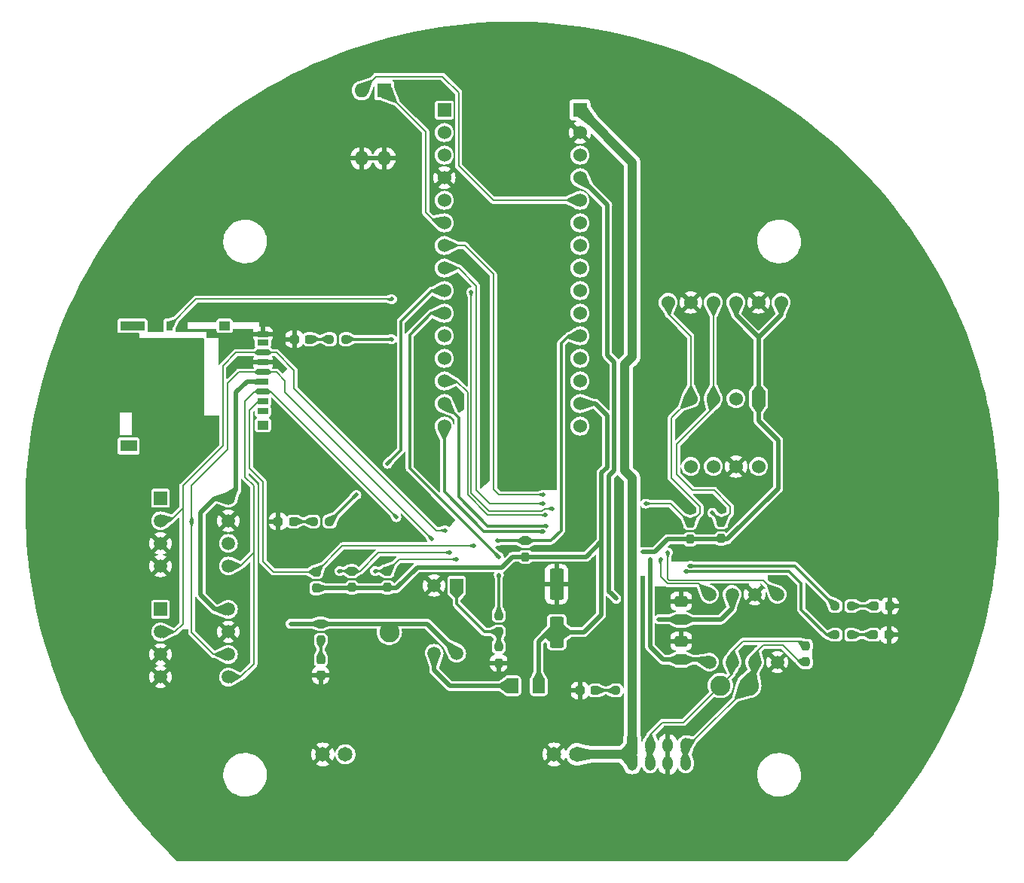
<source format=gbr>
%TF.GenerationSoftware,KiCad,Pcbnew,7.0.1-0*%
%TF.CreationDate,2023-05-22T13:58:09+09:00*%
%TF.ProjectId,SensingModule,53656e73-696e-4674-9d6f-64756c652e6b,rev?*%
%TF.SameCoordinates,Original*%
%TF.FileFunction,Copper,L1,Top*%
%TF.FilePolarity,Positive*%
%FSLAX46Y46*%
G04 Gerber Fmt 4.6, Leading zero omitted, Abs format (unit mm)*
G04 Created by KiCad (PCBNEW 7.0.1-0) date 2023-05-22 13:58:09*
%MOMM*%
%LPD*%
G01*
G04 APERTURE LIST*
G04 Aperture macros list*
%AMRoundRect*
0 Rectangle with rounded corners*
0 $1 Rounding radius*
0 $2 $3 $4 $5 $6 $7 $8 $9 X,Y pos of 4 corners*
0 Add a 4 corners polygon primitive as box body*
4,1,4,$2,$3,$4,$5,$6,$7,$8,$9,$2,$3,0*
0 Add four circle primitives for the rounded corners*
1,1,$1+$1,$2,$3*
1,1,$1+$1,$4,$5*
1,1,$1+$1,$6,$7*
1,1,$1+$1,$8,$9*
0 Add four rect primitives between the rounded corners*
20,1,$1+$1,$2,$3,$4,$5,0*
20,1,$1+$1,$4,$5,$6,$7,0*
20,1,$1+$1,$6,$7,$8,$9,0*
20,1,$1+$1,$8,$9,$2,$3,0*%
G04 Aperture macros list end*
%TA.AperFunction,SMDPad,CuDef*%
%ADD10RoundRect,0.237500X-0.250000X-0.237500X0.250000X-0.237500X0.250000X0.237500X-0.250000X0.237500X0*%
%TD*%
%TA.AperFunction,SMDPad,CuDef*%
%ADD11RoundRect,0.237500X0.237500X-0.250000X0.237500X0.250000X-0.237500X0.250000X-0.237500X-0.250000X0*%
%TD*%
%TA.AperFunction,ComponentPad*%
%ADD12C,1.530000*%
%TD*%
%TA.AperFunction,ComponentPad*%
%ADD13C,1.500000*%
%TD*%
%TA.AperFunction,ComponentPad*%
%ADD14R,1.600000X1.600000*%
%TD*%
%TA.AperFunction,ComponentPad*%
%ADD15O,1.600000X1.600000*%
%TD*%
%TA.AperFunction,SMDPad,CuDef*%
%ADD16RoundRect,0.237500X-0.287500X-0.237500X0.287500X-0.237500X0.287500X0.237500X-0.287500X0.237500X0*%
%TD*%
%TA.AperFunction,SMDPad,CuDef*%
%ADD17RoundRect,0.237500X0.250000X0.237500X-0.250000X0.237500X-0.250000X-0.237500X0.250000X-0.237500X0*%
%TD*%
%TA.AperFunction,ComponentPad*%
%ADD18C,2.250000*%
%TD*%
%TA.AperFunction,SMDPad,CuDef*%
%ADD19RoundRect,0.250000X0.475000X-0.337500X0.475000X0.337500X-0.475000X0.337500X-0.475000X-0.337500X0*%
%TD*%
%TA.AperFunction,SMDPad,CuDef*%
%ADD20RoundRect,0.237500X0.287500X0.237500X-0.287500X0.237500X-0.287500X-0.237500X0.287500X-0.237500X0*%
%TD*%
%TA.AperFunction,SMDPad,CuDef*%
%ADD21RoundRect,0.237500X-0.237500X0.250000X-0.237500X-0.250000X0.237500X-0.250000X0.237500X0.250000X0*%
%TD*%
%TA.AperFunction,ComponentPad*%
%ADD22R,1.500000X1.500000*%
%TD*%
%TA.AperFunction,ComponentPad*%
%ADD23C,1.650000*%
%TD*%
%TA.AperFunction,ComponentPad*%
%ADD24R,1.530000X1.530000*%
%TD*%
%TA.AperFunction,SMDPad,CuDef*%
%ADD25RoundRect,0.250001X0.462499X0.624999X-0.462499X0.624999X-0.462499X-0.624999X0.462499X-0.624999X0*%
%TD*%
%TA.AperFunction,ComponentPad*%
%ADD26RoundRect,0.250000X-0.350000X-0.560000X0.350000X-0.560000X0.350000X0.560000X-0.350000X0.560000X0*%
%TD*%
%TA.AperFunction,ComponentPad*%
%ADD27O,1.200000X1.650000*%
%TD*%
%TA.AperFunction,SMDPad,CuDef*%
%ADD28RoundRect,0.237500X0.237500X-0.287500X0.237500X0.287500X-0.237500X0.287500X-0.237500X-0.287500X0*%
%TD*%
%TA.AperFunction,SMDPad,CuDef*%
%ADD29RoundRect,0.250000X0.550000X-1.500000X0.550000X1.500000X-0.550000X1.500000X-0.550000X-1.500000X0*%
%TD*%
%TA.AperFunction,SMDPad,CuDef*%
%ADD30R,1.200000X0.700000*%
%TD*%
%TA.AperFunction,SMDPad,CuDef*%
%ADD31R,0.800000X1.000000*%
%TD*%
%TA.AperFunction,SMDPad,CuDef*%
%ADD32R,1.200000X1.000000*%
%TD*%
%TA.AperFunction,SMDPad,CuDef*%
%ADD33R,2.800000X1.000000*%
%TD*%
%TA.AperFunction,SMDPad,CuDef*%
%ADD34R,1.900000X1.300000*%
%TD*%
%TA.AperFunction,ViaPad*%
%ADD35C,0.510000*%
%TD*%
%TA.AperFunction,Conductor*%
%ADD36C,0.200000*%
%TD*%
%TA.AperFunction,Conductor*%
%ADD37C,0.500000*%
%TD*%
%TA.AperFunction,Conductor*%
%ADD38C,1.000000*%
%TD*%
%TA.AperFunction,Conductor*%
%ADD39C,0.300000*%
%TD*%
G04 APERTURE END LIST*
D10*
%TO.P,R1,1*%
%TO.N,CAN_RECEIVE_STATUS*%
X184800000Y-116000000D03*
%TO.P,R1,2*%
%TO.N,Net-(D1-A)*%
X186625000Y-116000000D03*
%TD*%
D11*
%TO.P,R13,1*%
%TO.N,+3.3V*%
X130500000Y-113912500D03*
%TO.P,R13,2*%
%TO.N,SPI_CS_FRAM1*%
X130500000Y-112087500D03*
%TD*%
D12*
%TO.P,U2,1,VDD*%
%TO.N,+3.3V*%
X178740000Y-81859000D03*
%TO.P,U2,2,GND*%
%TO.N,GND*%
X176200000Y-81859000D03*
%TO.P,U2,3,SCB*%
%TO.N,+3.3V*%
X173660000Y-81859000D03*
%TO.P,U2,4,SDI*%
%TO.N,I2C_SDA*%
X171120000Y-81859000D03*
%TO.P,U2,5,SDO*%
%TO.N,GND*%
X168580000Y-81859000D03*
%TO.P,U2,6,SCK*%
%TO.N,I2C_SCL*%
X166040000Y-81859000D03*
%TD*%
D13*
%TO.P,U1,1,TXD*%
%TO.N,CAN_TX*%
X178300000Y-114700000D03*
%TO.P,U1,2,VSS*%
%TO.N,GND*%
X175760000Y-114700000D03*
%TO.P,U1,3,VDD*%
%TO.N,+5V*%
X173220000Y-114700000D03*
%TO.P,U1,4,RXD*%
%TO.N,CAN_RX*%
X170680000Y-114700000D03*
%TO.P,U1,5,Vio*%
%TO.N,+3.3V*%
X170680000Y-122320000D03*
%TO.P,U1,6,CANL*%
%TO.N,CAN_L*%
X173220000Y-122320000D03*
%TO.P,U1,7,CANH*%
%TO.N,CAN_H*%
X175760000Y-122320000D03*
%TO.P,U1,8,STBY*%
%TO.N,GND*%
X178300000Y-122320000D03*
%TD*%
D14*
%TO.P,SW1,1*%
%TO.N,DEBUG_MODE*%
X134150000Y-58024432D03*
D15*
%TO.P,SW1,2*%
%TO.N,DUMP_MODE*%
X131610000Y-58024432D03*
%TO.P,SW1,3*%
%TO.N,GND*%
X131610000Y-65644432D03*
%TO.P,SW1,4*%
X134150000Y-65644432D03*
%TD*%
D16*
%TO.P,D5,1,K*%
%TO.N,GND*%
X122212500Y-106500000D03*
%TO.P,D5,2,A*%
%TO.N,Net-(D5-A)*%
X123962500Y-106500000D03*
%TD*%
D17*
%TO.P,R7,1*%
%TO.N,+12V*%
X162000000Y-125500000D03*
%TO.P,R7,2*%
%TO.N,Net-(D3-A)*%
X160175000Y-125500000D03*
%TD*%
D16*
%TO.P,D6,1,K*%
%TO.N,GND*%
X124037500Y-86000000D03*
%TO.P,D6,2,A*%
%TO.N,Net-(D6-A)*%
X125787500Y-86000000D03*
%TD*%
D11*
%TO.P,R14,1*%
%TO.N,+3.3V*%
X126500000Y-114000000D03*
%TO.P,R14,2*%
%TO.N,SPI_CS_SD*%
X126500000Y-112175000D03*
%TD*%
D17*
%TO.P,R15,1*%
%TO.N,SD_STATUS*%
X129825000Y-86000000D03*
%TO.P,R15,2*%
%TO.N,Net-(D6-A)*%
X128000000Y-86000000D03*
%TD*%
%TO.P,R11,1*%
%TO.N,RECORD_STATUS*%
X128000000Y-106500000D03*
%TO.P,R11,2*%
%TO.N,Net-(D5-A)*%
X126175000Y-106500000D03*
%TD*%
D18*
%TO.P,TP2,1,1*%
%TO.N,CAN_L*%
X171900000Y-124949432D03*
%TD*%
D19*
%TO.P,C1,1*%
%TO.N,+5V*%
X167500000Y-117537500D03*
%TO.P,C1,2*%
%TO.N,GND*%
X167500000Y-115462500D03*
%TD*%
D20*
%TO.P,D2,1,K*%
%TO.N,GND*%
X190837500Y-119250000D03*
%TO.P,D2,2,A*%
%TO.N,Net-(D2-A)*%
X189087500Y-119250000D03*
%TD*%
D10*
%TO.P,R3,1*%
%TO.N,CAN_SEND_STATUS*%
X184800000Y-119250000D03*
%TO.P,R3,2*%
%TO.N,Net-(D2-A)*%
X186625000Y-119250000D03*
%TD*%
D21*
%TO.P,R6,1*%
%TO.N,Net-(R6-Pad1)*%
X147000000Y-120587500D03*
%TO.P,R6,2*%
%TO.N,GND*%
X147000000Y-122412500D03*
%TD*%
D22*
%TO.P,U4,1*%
%TO.N,Net-(R6-Pad1)*%
X142275000Y-113700000D03*
D13*
%TO.P,U4,2*%
%TO.N,GND*%
X139735000Y-113700000D03*
%TO.P,U4,3*%
%TO.N,Net-(F1-Pad2)*%
X139735000Y-121320000D03*
%TO.P,U4,4*%
%TO.N,MEMORY_POWER*%
X142275000Y-121320000D03*
%TD*%
D20*
%TO.P,D1,1,K*%
%TO.N,GND*%
X190962500Y-116000000D03*
%TO.P,D1,2,A*%
%TO.N,Net-(D1-A)*%
X189212500Y-116000000D03*
%TD*%
D19*
%TO.P,C2,1*%
%TO.N,+3.3V*%
X167500000Y-122037500D03*
%TO.P,C2,2*%
%TO.N,GND*%
X167500000Y-119962500D03*
%TD*%
D11*
%TO.P,R2,1*%
%TO.N,CAN_H*%
X181500000Y-122312500D03*
%TO.P,R2,2*%
%TO.N,CAN_L*%
X181500000Y-120487500D03*
%TD*%
%TO.P,R9,1*%
%TO.N,+3.3V*%
X150000000Y-110500000D03*
%TO.P,R9,2*%
%TO.N,THERMISTOR*%
X150000000Y-108675000D03*
%TD*%
D18*
%TO.P,TP3,1,1*%
%TO.N,MEMORY_POWER*%
X134700000Y-118949432D03*
%TD*%
D11*
%TO.P,R4,1*%
%TO.N,+3.3V*%
X172000000Y-108412500D03*
%TO.P,R4,2*%
%TO.N,I2C_SDA*%
X172000000Y-106587500D03*
%TD*%
D23*
%TO.P,J1,1,Pin_1*%
%TO.N,GND*%
X153230000Y-132690000D03*
%TO.P,J1,2,Pin_2*%
%TO.N,+12V*%
X155770000Y-132690000D03*
%TD*%
D16*
%TO.P,D3,1,K*%
%TO.N,GND*%
X156125000Y-125500000D03*
%TO.P,D3,2,A*%
%TO.N,Net-(D3-A)*%
X157875000Y-125500000D03*
%TD*%
D24*
%TO.P,U3,1,VIN*%
%TO.N,+3.3V*%
X176200000Y-92690000D03*
D12*
%TO.P,U3,2*%
%TO.N,N/C*%
X173660000Y-92690000D03*
%TO.P,U3,3,SDA/T*%
%TO.N,I2C_SDA*%
X171120000Y-92690000D03*
%TO.P,U3,4,SCL/R*%
%TO.N,I2C_SCL*%
X168580000Y-92690000D03*
%TO.P,U3,5,RESET*%
%TO.N,unconnected-(U3-RESET-Pad5)*%
X168580000Y-100310000D03*
%TO.P,U3,6,INT*%
%TO.N,unconnected-(U3-INT-Pad6)*%
X171120000Y-100310000D03*
%TO.P,U3,7,GND*%
%TO.N,GND*%
X173660000Y-100310000D03*
%TO.P,U3,8,VOUT*%
%TO.N,unconnected-(U3-VOUT-Pad8)*%
X176200000Y-100310000D03*
%TD*%
D24*
%TO.P,U5,3_1,PA9*%
%TO.N,unconnected-(U5A-PA9-Pad3_1)*%
X140880000Y-60220000D03*
D12*
%TO.P,U5,3_2,PA10*%
%TO.N,unconnected-(U5A-PA10-Pad3_2)*%
X140880000Y-62760000D03*
%TO.P,U5,3_3,NRST_1*%
%TO.N,unconnected-(U5A-NRST_1-Pad3_3)*%
X140880000Y-65300000D03*
%TO.P,U5,3_4,GND_1*%
%TO.N,GND*%
X140880000Y-67840000D03*
%TO.P,U5,3_5,PA12*%
%TO.N,CAN_TX*%
X140880000Y-70380000D03*
%TO.P,U5,3_6,PB0*%
%TO.N,DEBUG_MODE*%
X140880000Y-72920000D03*
%TO.P,U5,3_7,PB7*%
%TO.N,I2C_SDA*%
X140880000Y-75460000D03*
%TO.P,U5,3_8,PB6*%
%TO.N,I2C_SCL*%
X140880000Y-78000000D03*
%TO.P,U5,3_9,PB1*%
%TO.N,RECORD_STATUS*%
X140880000Y-80540000D03*
%TO.P,U5,3_10,PF0*%
%TO.N,MEMORY_POWER_CONTROL*%
X140880000Y-83080000D03*
%TO.P,U5,3_11,PF1*%
%TO.N,SD_CHECK*%
X140880000Y-85620000D03*
%TO.P,U5,3_12,PA8*%
%TO.N,SD_STATUS*%
X140880000Y-88160000D03*
%TO.P,U5,3_13,PA11*%
%TO.N,CAN_RX*%
X140880000Y-90700000D03*
%TO.P,U5,3_14,PB5*%
%TO.N,CAN_RECEIVE_STATUS*%
X140880000Y-93240000D03*
%TO.P,U5,3_15,PB4*%
%TO.N,CAN_SEND_STATUS*%
X140880000Y-95780000D03*
D24*
%TO.P,U5,4_1,VIN*%
%TO.N,+12V*%
X156120000Y-60220000D03*
D12*
%TO.P,U5,4_2,GND_2*%
%TO.N,GND*%
X156120000Y-62760000D03*
%TO.P,U5,4_3,NRST_2*%
%TO.N,unconnected-(U5B-NRST_2-Pad4_3)*%
X156120000Y-65300000D03*
%TO.P,U5,4_4,+5V*%
%TO.N,+5V*%
X156120000Y-67840000D03*
%TO.P,U5,4_5,PA2*%
%TO.N,DUMP_MODE*%
X156120000Y-70380000D03*
%TO.P,U5,4_6,PA7*%
%TO.N,SPI_MOSI*%
X156120000Y-72920000D03*
%TO.P,U5,4_7,PA6*%
%TO.N,SPI_MISO*%
X156120000Y-75460000D03*
%TO.P,U5,4_8,PA5*%
%TO.N,SPI_SCLK*%
X156120000Y-78000000D03*
%TO.P,U5,4_9,PA4*%
%TO.N,SPI_CS_FRAM1*%
X156120000Y-80540000D03*
%TO.P,U5,4_10,PA3*%
%TO.N,SPI_CS_FRAM0*%
X156120000Y-83080000D03*
%TO.P,U5,4_11,PA1*%
%TO.N,THERMISTOR*%
X156120000Y-85620000D03*
%TO.P,U5,4_12,PA0*%
%TO.N,SPI_CS_SD*%
X156120000Y-88160000D03*
%TO.P,U5,4_13,AREF*%
%TO.N,unconnected-(U5B-AREF-Pad4_13)*%
X156120000Y-90700000D03*
%TO.P,U5,4_14,+3V3*%
%TO.N,+3.3V*%
X156120000Y-93240000D03*
%TO.P,U5,4_15,PB3*%
%TO.N,unconnected-(U5B-PB3-Pad4_15)*%
X156120000Y-95780000D03*
%TD*%
D11*
%TO.P,R12,1*%
%TO.N,+3.3V*%
X134500000Y-113912500D03*
%TO.P,R12,2*%
%TO.N,SPI_CS_FRAM0*%
X134500000Y-112087500D03*
%TD*%
D22*
%TO.P,U6,1,~{CS}*%
%TO.N,SPI_CS_FRAM0*%
X109000000Y-116380000D03*
D13*
%TO.P,U6,2,SO*%
%TO.N,SPI_MISO*%
X109000000Y-118920000D03*
%TO.P,U6,3,~{WP}*%
%TO.N,GND*%
X109000000Y-121460000D03*
%TO.P,U6,4,GND*%
X109000000Y-124000000D03*
%TO.P,U6,5,SI*%
%TO.N,SPI_MOSI*%
X116620000Y-124000000D03*
%TO.P,U6,6,SCK*%
%TO.N,SPI_SCLK*%
X116620000Y-121460000D03*
%TO.P,U6,7,~{HOLD}*%
%TO.N,GND*%
X116620000Y-118920000D03*
%TO.P,U6,8,VDD*%
%TO.N,MEMORY_POWER*%
X116620000Y-116380000D03*
%TD*%
D25*
%TO.P,F1,1*%
%TO.N,+3.3V*%
X151487500Y-125000000D03*
%TO.P,F1,2*%
%TO.N,Net-(F1-Pad2)*%
X148512500Y-125000000D03*
%TD*%
D26*
%TO.P,J2,1,Pin_1*%
%TO.N,+12V*%
X162000000Y-131690000D03*
D27*
%TO.P,J2,2,Pin_2*%
X162000000Y-133690000D03*
%TO.P,J2,3,Pin_3*%
%TO.N,CAN_L*%
X164000000Y-131690000D03*
%TO.P,J2,4,Pin_4*%
X164000000Y-133690000D03*
%TO.P,J2,5,Pin_5*%
%TO.N,GND*%
X166000000Y-131690000D03*
%TO.P,J2,6,Pin_6*%
X166000000Y-133690000D03*
%TO.P,J2,7,Pin_7*%
%TO.N,CAN_H*%
X168000000Y-131690000D03*
%TO.P,J2,8,Pin_8*%
X168000000Y-133690000D03*
%TD*%
D11*
%TO.P,R5,1*%
%TO.N,+3.3V*%
X168500000Y-108500000D03*
%TO.P,R5,2*%
%TO.N,I2C_SCL*%
X168500000Y-106675000D03*
%TD*%
D23*
%TO.P,J3,1,Pin_1*%
%TO.N,GND*%
X127230000Y-132690000D03*
%TO.P,J3,2,Pin_2*%
%TO.N,THERMISTOR*%
X129770000Y-132690000D03*
%TD*%
D28*
%TO.P,D4,1,K*%
%TO.N,GND*%
X127000000Y-123787500D03*
%TO.P,D4,2,A*%
%TO.N,Net-(D4-A)*%
X127000000Y-122037500D03*
%TD*%
D29*
%TO.P,C3,1*%
%TO.N,+3.3V*%
X153500000Y-118950000D03*
%TO.P,C3,2*%
%TO.N,GND*%
X153500000Y-113550000D03*
%TD*%
D18*
%TO.P,TP1,1,1*%
%TO.N,CAN_H*%
X175100000Y-124949432D03*
%TD*%
D21*
%TO.P,R8,1*%
%TO.N,MEMORY_POWER_CONTROL*%
X147000000Y-117087500D03*
%TO.P,R8,2*%
%TO.N,Net-(R6-Pad1)*%
X147000000Y-118912500D03*
%TD*%
D22*
%TO.P,U7,1,~{CS}*%
%TO.N,SPI_CS_FRAM1*%
X109000000Y-103880000D03*
D13*
%TO.P,U7,2,SO*%
%TO.N,SPI_MISO*%
X109000000Y-106420000D03*
%TO.P,U7,3,~{WP}*%
%TO.N,GND*%
X109000000Y-108960000D03*
%TO.P,U7,4,GND*%
X109000000Y-111500000D03*
%TO.P,U7,5,SI*%
%TO.N,SPI_MOSI*%
X116620000Y-111500000D03*
%TO.P,U7,6,SCK*%
%TO.N,SPI_SCLK*%
X116620000Y-108960000D03*
%TO.P,U7,7,~{HOLD}*%
%TO.N,GND*%
X116620000Y-106420000D03*
%TO.P,U7,8,VDD*%
%TO.N,MEMORY_POWER*%
X116620000Y-103880000D03*
%TD*%
D21*
%TO.P,R10,1*%
%TO.N,MEMORY_POWER*%
X127000000Y-118000000D03*
%TO.P,R10,2*%
%TO.N,Net-(D4-A)*%
X127000000Y-119825000D03*
%TD*%
D30*
%TO.P,J4,1,DAT2*%
%TO.N,unconnected-(J4-DAT2-Pad1)*%
X120500000Y-94100000D03*
%TO.P,J4,2,DAT3/CD*%
%TO.N,SPI_CS_SD*%
X120500000Y-93000000D03*
%TO.P,J4,3,CMD*%
%TO.N,SPI_MOSI*%
X120500000Y-91900000D03*
%TO.P,J4,4,VDD*%
%TO.N,MEMORY_POWER*%
X120500000Y-90800000D03*
%TO.P,J4,5,CLK*%
%TO.N,SPI_SCLK*%
X120500000Y-89700000D03*
%TO.P,J4,6,VSS*%
%TO.N,GND*%
X120500000Y-88600000D03*
%TO.P,J4,7,DAT0*%
%TO.N,SPI_MISO*%
X120500000Y-87500000D03*
%TO.P,J4,8,DAT1*%
%TO.N,unconnected-(J4-DAT1-Pad8)*%
X120500000Y-86400000D03*
%TO.P,J4,9,DET_B*%
%TO.N,GND*%
X120500000Y-85450000D03*
D31*
%TO.P,J4,10,DET_A*%
%TO.N,SD_CHECK*%
X110000000Y-84500000D03*
D32*
%TO.P,J4,11,SHIELD*%
%TO.N,unconnected-(J4-SHIELD-Pad11)*%
X116200000Y-84500000D03*
D33*
X105850000Y-84500000D03*
D32*
X120500000Y-95650000D03*
D34*
X105400000Y-98000000D03*
%TD*%
D35*
%TO.N,GND*%
X157600000Y-110800000D03*
X179400000Y-118600000D03*
X177600000Y-94800000D03*
X145400000Y-85600000D03*
X163800000Y-105600000D03*
X157600000Y-113800000D03*
X166000000Y-102600000D03*
X165100000Y-114449432D03*
X135900000Y-57449432D03*
X133400000Y-113000000D03*
X135600000Y-101000000D03*
X156200000Y-127400000D03*
X136400000Y-111600000D03*
X138400000Y-76000000D03*
X134500000Y-110749432D03*
X103800000Y-111400000D03*
X147400000Y-99600000D03*
X163600000Y-108800000D03*
X142400000Y-79800000D03*
X155400000Y-120600000D03*
X158200000Y-85600000D03*
X164400000Y-143200000D03*
X170600000Y-116400000D03*
X170400000Y-124200000D03*
X163600000Y-129200000D03*
X156200000Y-107800000D03*
X169800000Y-91600000D03*
X122000000Y-86400000D03*
X95400000Y-103000000D03*
X146000000Y-126600000D03*
X169600000Y-138600000D03*
X167400000Y-110000000D03*
X135000000Y-84000000D03*
X111600000Y-142600000D03*
X142600000Y-76800000D03*
X147500000Y-66500000D03*
X132200000Y-104400000D03*
X170800000Y-119600000D03*
X113400000Y-116400000D03*
X159100000Y-65949432D03*
X129400000Y-113000000D03*
X174600000Y-110000000D03*
X122600000Y-89200000D03*
X153200000Y-71400000D03*
X145400000Y-94000000D03*
X149000000Y-112200000D03*
X183000000Y-121400000D03*
X157300000Y-71749432D03*
X147400000Y-87600000D03*
X142400000Y-92600000D03*
X163200000Y-113000000D03*
X174000000Y-105600000D03*
X185800000Y-88600000D03*
X120800000Y-115600000D03*
X190000000Y-102175000D03*
X163600000Y-122400000D03*
X118400000Y-115600000D03*
X137400000Y-108200000D03*
X152600000Y-109600000D03*
X169600000Y-107400000D03*
X117000000Y-89200000D03*
X154400000Y-76800000D03*
X163600000Y-71000000D03*
X175000000Y-120749432D03*
X111600000Y-119800000D03*
X160400000Y-102400000D03*
X160400000Y-131000000D03*
X141000000Y-106600000D03*
X150400000Y-79949432D03*
X163600000Y-81600000D03*
X154400000Y-74000000D03*
X154400000Y-79400000D03*
X159600000Y-116200000D03*
X167400000Y-86000000D03*
X149400000Y-78349432D03*
X121600000Y-66600000D03*
X139800000Y-125400000D03*
X111800000Y-100400000D03*
X118400000Y-102800000D03*
X165800000Y-105600000D03*
X113600000Y-82600000D03*
X160400000Y-113000000D03*
X139800000Y-58400000D03*
X136800000Y-84600000D03*
X169600000Y-129200000D03*
X153000000Y-102600000D03*
X149800000Y-121200000D03*
X118400000Y-112600000D03*
X112800000Y-86800000D03*
X174800000Y-86400000D03*
X147400000Y-77800000D03*
X146300000Y-113549432D03*
X132200000Y-128000000D03*
X153800000Y-83749432D03*
X122000000Y-93600000D03*
X125200000Y-56600000D03*
X111200000Y-81600000D03*
X139800000Y-105000000D03*
X183200000Y-112400000D03*
X179600000Y-103800000D03*
X157200000Y-79249432D03*
X160400000Y-87000000D03*
X177800000Y-86400000D03*
X102000000Y-130800000D03*
X154600000Y-57400000D03*
X144200000Y-134200000D03*
X171200000Y-104400000D03*
X130200000Y-102400000D03*
X194200000Y-132200000D03*
X160600000Y-110800000D03*
X134800000Y-97800000D03*
X167000000Y-92400000D03*
X163200000Y-116400000D03*
X132100000Y-110049432D03*
X147600000Y-109600000D03*
X102800000Y-91600000D03*
X155000000Y-87000000D03*
X151600000Y-98800000D03*
X151600000Y-88200000D03*
X139800000Y-101800000D03*
X167400000Y-95600000D03*
X142800000Y-90000000D03*
X163200000Y-118600000D03*
X172200000Y-66800000D03*
X144400000Y-114600000D03*
X96200000Y-115800000D03*
X109800000Y-68400000D03*
X129200000Y-126600000D03*
X163400000Y-102600000D03*
X162600000Y-95000000D03*
X144400000Y-121200000D03*
X200600000Y-117800000D03*
X135400000Y-143200000D03*
X145400000Y-79200000D03*
X136800000Y-81800000D03*
X145400000Y-101800000D03*
X125000000Y-80600000D03*
X197800000Y-84600000D03*
X114600000Y-111200000D03*
X117600000Y-126400000D03*
X185200000Y-143200000D03*
X168400000Y-98400000D03*
X120600000Y-112600000D03*
X125000000Y-105200000D03*
X155000000Y-89600000D03*
X202200000Y-103000000D03*
X171600000Y-56600000D03*
X168400000Y-105200000D03*
X187200000Y-68000000D03*
X120800000Y-119600000D03*
X192200000Y-117600000D03*
X157200000Y-94600000D03*
X165100000Y-118649432D03*
X185400000Y-133000000D03*
X120200000Y-100200000D03*
X178400000Y-113000000D03*
X182000000Y-114800000D03*
X162800000Y-61749432D03*
X99000000Y-84600000D03*
X125200000Y-90800000D03*
X138400000Y-83000000D03*
X158800000Y-92400000D03*
X172600000Y-95000000D03*
X177000000Y-98600000D03*
X138400000Y-88800000D03*
X134800000Y-87200000D03*
X115000000Y-95200000D03*
X160600000Y-106400000D03*
X128200000Y-115800000D03*
X147600000Y-51200000D03*
X156200000Y-102000000D03*
%TO.N,+5V*%
X160200000Y-115200000D03*
X166000000Y-117500000D03*
X165000000Y-117500000D03*
X159600000Y-114600000D03*
%TO.N,+3.3V*%
X163201000Y-109925500D03*
X164000000Y-110724500D03*
X158550000Y-107400000D03*
X158550000Y-108750000D03*
X164200000Y-109925500D03*
%TO.N,CAN_TX*%
X152997046Y-105062447D03*
X143900000Y-80700000D03*
X166000000Y-110000000D03*
%TO.N,CAN_RX*%
X165177442Y-110750018D03*
X152250000Y-105750000D03*
%TO.N,THERMISTOR*%
X146825000Y-108675000D03*
%TO.N,SPI_SCLK*%
X139500000Y-108500000D03*
X112500000Y-106500000D03*
%TO.N,SPI_MOSI*%
X135500000Y-106012299D03*
%TO.N,SPI_MISO*%
X141000000Y-107512299D03*
%TO.N,SPI_CS_SD*%
X144250000Y-109250000D03*
%TO.N,SPI_CS_FRAM1*%
X141500000Y-110000000D03*
X129087500Y-112087500D03*
%TO.N,SPI_CS_FRAM0*%
X142261865Y-110738135D03*
X133087500Y-112087500D03*
%TO.N,MEMORY_POWER_CONTROL*%
X147000000Y-112500000D03*
X147000000Y-110500000D03*
%TO.N,MEMORY_POWER*%
X123600000Y-118000000D03*
X124200000Y-118000000D03*
%TO.N,I2C_SDA*%
X171000000Y-105500000D03*
X152000000Y-103500000D03*
%TO.N,I2C_SCL*%
X152000000Y-104500000D03*
X163500000Y-104500000D03*
%TO.N,SD_STATUS*%
X135000000Y-86000000D03*
%TO.N,CAN_SEND_STATUS*%
X151995123Y-107612861D03*
X168000000Y-112104500D03*
%TO.N,CAN_RECEIVE_STATUS*%
X168454500Y-111500000D03*
X152352606Y-107000000D03*
%TO.N,RECORD_STATUS*%
X134500000Y-100000000D03*
X131000000Y-103500000D03*
%TO.N,SD_CHECK*%
X135000000Y-81500000D03*
%TD*%
D36*
%TO.N,CAN_H*%
X175760000Y-122320000D02*
X175760000Y-121340000D01*
X175760000Y-124289432D02*
X175760000Y-122320000D01*
X180812500Y-122312500D02*
X181500000Y-122312500D01*
X176700000Y-120400000D02*
X178900000Y-120400000D01*
X178900000Y-120400000D02*
X180812500Y-122312500D01*
X168000000Y-133690000D02*
X168000000Y-131690000D01*
X175760000Y-121340000D02*
X176700000Y-120400000D01*
X168359432Y-131690000D02*
X175760000Y-124289432D01*
D37*
%TO.N,+5V*%
X173220000Y-116280000D02*
X173220000Y-114700000D01*
X159400000Y-101400000D02*
X160000000Y-100800000D01*
X160000000Y-88600000D02*
X159200000Y-87800000D01*
X167500000Y-117537500D02*
X171962500Y-117537500D01*
X159200000Y-87800000D02*
X159200000Y-70920000D01*
X165000000Y-117500000D02*
X167462500Y-117500000D01*
X159400000Y-114400000D02*
X159400000Y-101400000D01*
X160000000Y-100800000D02*
X160000000Y-88600000D01*
X171962500Y-117537500D02*
X173220000Y-116280000D01*
X159600000Y-114600000D02*
X159400000Y-114400000D01*
X159600000Y-114600000D02*
X160200000Y-115200000D01*
X159200000Y-70920000D02*
X156120000Y-67840000D01*
%TO.N,+3.3V*%
X156550000Y-118950000D02*
X153500000Y-118950000D01*
X158550000Y-101050000D02*
X159200000Y-100400000D01*
X151487500Y-120012500D02*
X151487500Y-125000000D01*
X164000000Y-110724500D02*
X164000000Y-120537500D01*
X167500000Y-122037500D02*
X170397500Y-122037500D01*
X158550000Y-108750000D02*
X156800000Y-110500000D01*
X159200000Y-100400000D02*
X159200000Y-94600000D01*
X158550000Y-108750000D02*
X158500000Y-108800000D01*
X157840000Y-93240000D02*
X156120000Y-93240000D01*
X148502082Y-110500000D02*
X147352082Y-111650000D01*
X163201000Y-109925500D02*
X164574500Y-109925500D01*
X147352082Y-111650000D02*
X137850000Y-111650000D01*
X156800000Y-110500000D02*
X148502082Y-110500000D01*
X164000000Y-120537500D02*
X165500000Y-122037500D01*
X159200000Y-94600000D02*
X157840000Y-93240000D01*
X176200000Y-85810000D02*
X173660000Y-83270000D01*
X153500000Y-118950000D02*
X152550000Y-118950000D01*
X178400000Y-102800000D02*
X178400000Y-97400000D01*
X165500000Y-122037500D02*
X167500000Y-122037500D01*
X176200000Y-85810000D02*
X178740000Y-83270000D01*
X152550000Y-118950000D02*
X151487500Y-120012500D01*
X176200000Y-92690000D02*
X176200000Y-85810000D01*
X137850000Y-111650000D02*
X135500000Y-114000000D01*
X158500000Y-108800000D02*
X158500000Y-117000000D01*
X158500000Y-117000000D02*
X156550000Y-118950000D01*
X172700000Y-108500000D02*
X178400000Y-102800000D01*
X158550000Y-108750000D02*
X158550000Y-107400000D01*
X176200000Y-95200000D02*
X176200000Y-92690000D01*
X178400000Y-97400000D02*
X176200000Y-95200000D01*
X166000000Y-108500000D02*
X172700000Y-108500000D01*
X164574500Y-109925500D02*
X166000000Y-108500000D01*
X135500000Y-114000000D02*
X126500000Y-114000000D01*
X178740000Y-83270000D02*
X178740000Y-81859000D01*
X173660000Y-83270000D02*
X173660000Y-81859000D01*
X158550000Y-108750000D02*
X158550000Y-101050000D01*
D36*
%TO.N,CAN_L*%
X167749432Y-129100000D02*
X173220000Y-123629432D01*
X165400000Y-129100000D02*
X167749432Y-129100000D01*
X181012500Y-120000000D02*
X174400000Y-120000000D01*
X181500000Y-120487500D02*
X181012500Y-120000000D01*
X174400000Y-120000000D02*
X173220000Y-121180000D01*
X164000000Y-131690000D02*
X164000000Y-130500000D01*
X173220000Y-123629432D02*
X173220000Y-122320000D01*
X164000000Y-130500000D02*
X165400000Y-129100000D01*
X173220000Y-121180000D02*
X173220000Y-122320000D01*
X164000000Y-131690000D02*
X164000000Y-133690000D01*
%TO.N,CAN_TX*%
X166000000Y-112934314D02*
X166165686Y-113100000D01*
X152152664Y-105062447D02*
X151865111Y-105350000D01*
X145915686Y-105350000D02*
X143900000Y-103334314D01*
X152997046Y-105062447D02*
X152152664Y-105062447D01*
X176700000Y-113100000D02*
X178300000Y-114700000D01*
X151865111Y-105350000D02*
X145915686Y-105350000D01*
X143900000Y-103334314D02*
X143900000Y-80700000D01*
X166000000Y-110000000D02*
X166000000Y-112934314D01*
X166165686Y-113100000D02*
X176700000Y-113100000D01*
%TO.N,CAN_RX*%
X165177442Y-110750018D02*
X165177442Y-112677442D01*
X142200000Y-90700000D02*
X140880000Y-90700000D01*
X143500000Y-92000000D02*
X142200000Y-90700000D01*
X165177442Y-112677442D02*
X166000000Y-113500000D01*
X143500000Y-103499999D02*
X143500000Y-92000000D01*
X169480000Y-113500000D02*
X170680000Y-114700000D01*
X145750001Y-105750000D02*
X143500000Y-103499999D01*
X152250000Y-105750000D02*
X145750001Y-105750000D01*
X166000000Y-113500000D02*
X169480000Y-113500000D01*
D38*
%TO.N,+12V*%
X162000000Y-66100000D02*
X156120000Y-60220000D01*
X162000000Y-133690000D02*
X162000000Y-131690000D01*
X162000000Y-88000000D02*
X162000000Y-66100000D01*
X155770000Y-132690000D02*
X161000000Y-132690000D01*
X162000000Y-131690000D02*
X162000000Y-125500000D01*
X162000000Y-125500000D02*
X162000000Y-101600000D01*
X161170000Y-88830000D02*
X162000000Y-88000000D01*
X161170000Y-100770000D02*
X161170000Y-88830000D01*
X161000000Y-132690000D02*
X162000000Y-131690000D01*
X162000000Y-133690000D02*
X161000000Y-132690000D01*
X162000000Y-101600000D02*
X161170000Y-100770000D01*
D39*
%TO.N,Net-(D3-A)*%
X157875000Y-125500000D02*
X160175000Y-125500000D01*
%TO.N,Net-(D2-A)*%
X186625000Y-119250000D02*
X189087500Y-119250000D01*
%TO.N,Net-(R6-Pad1)*%
X142275000Y-113700000D02*
X142275000Y-115775000D01*
X147000000Y-120587500D02*
X147000000Y-118912500D01*
X145412500Y-118912500D02*
X147000000Y-118912500D01*
X142275000Y-115775000D02*
X145412500Y-118912500D01*
%TO.N,Net-(D1-A)*%
X189212500Y-116000000D02*
X186625000Y-116000000D01*
%TO.N,THERMISTOR*%
X154000000Y-107500000D02*
X152825000Y-108675000D01*
X156120000Y-85620000D02*
X154880000Y-85620000D01*
X154880000Y-85620000D02*
X154000000Y-86500000D01*
X152825000Y-108675000D02*
X150000000Y-108675000D01*
X154000000Y-86500000D02*
X154000000Y-107500000D01*
X146825000Y-108675000D02*
X150000000Y-108675000D01*
D36*
%TO.N,SPI_SCLK*%
X123000000Y-92000000D02*
X123000000Y-90700000D01*
X116568198Y-90931802D02*
X117800000Y-89700000D01*
X112500000Y-106500000D02*
X112500000Y-119000000D01*
X123000000Y-90700000D02*
X122000000Y-89700000D01*
X114960000Y-121460000D02*
X116620000Y-121460000D01*
X112500000Y-102500000D02*
X116568198Y-98431802D01*
X116568198Y-98431802D02*
X116568198Y-90931802D01*
X122000000Y-89700000D02*
X120500000Y-89700000D01*
X139500000Y-108500000D02*
X123000000Y-92000000D01*
X112500000Y-106500000D02*
X112500000Y-102500000D01*
X117800000Y-89700000D02*
X120500000Y-89700000D01*
X112500000Y-119000000D02*
X114960000Y-121460000D01*
%TO.N,SPI_MOSI*%
X118000000Y-111500000D02*
X116620000Y-111500000D01*
X135500000Y-106012299D02*
X121387701Y-91900000D01*
X119500000Y-110000000D02*
X118000000Y-111500000D01*
X118000000Y-124000000D02*
X116620000Y-124000000D01*
X119500000Y-122500000D02*
X118000000Y-124000000D01*
X119500000Y-102500000D02*
X119500000Y-110000000D01*
X118500000Y-101500000D02*
X119500000Y-102500000D01*
X119600000Y-91900000D02*
X118500000Y-93000000D01*
X120500000Y-91900000D02*
X119600000Y-91900000D01*
X119500000Y-110000000D02*
X119500000Y-122500000D01*
X118500000Y-93000000D02*
X118500000Y-101500000D01*
X121387701Y-91900000D02*
X120500000Y-91900000D01*
%TO.N,SPI_MISO*%
X111500000Y-102500000D02*
X116000000Y-98000000D01*
X110080000Y-106420000D02*
X111500000Y-105000000D01*
X124000000Y-89500000D02*
X122000000Y-87500000D01*
X110580000Y-118920000D02*
X111500000Y-118000000D01*
X140012299Y-107512299D02*
X124000000Y-91500000D01*
X116000000Y-98000000D02*
X116000000Y-89000000D01*
X116000000Y-89000000D02*
X117500000Y-87500000D01*
X117500000Y-87500000D02*
X120500000Y-87500000D01*
X122000000Y-87500000D02*
X120500000Y-87500000D01*
X111500000Y-118000000D02*
X111500000Y-102500000D01*
X141000000Y-107512299D02*
X140012299Y-107512299D01*
X124000000Y-91500000D02*
X124000000Y-89500000D01*
X109000000Y-118920000D02*
X110580000Y-118920000D01*
X109000000Y-106420000D02*
X110080000Y-106420000D01*
%TO.N,SPI_CS_SD*%
X121675000Y-112175000D02*
X120500000Y-111000000D01*
X120500000Y-111000000D02*
X120500000Y-102000000D01*
X144250000Y-109250000D02*
X129425000Y-109250000D01*
X126500000Y-112175000D02*
X121675000Y-112175000D01*
X119000000Y-100500000D02*
X119000000Y-94000000D01*
X120500000Y-102000000D02*
X119000000Y-100500000D01*
X129425000Y-109250000D02*
X126500000Y-112175000D01*
X119000000Y-94000000D02*
X120000000Y-93000000D01*
%TO.N,SPI_CS_FRAM1*%
X131412500Y-112087500D02*
X130500000Y-112087500D01*
X133500000Y-110000000D02*
X131412500Y-112087500D01*
X129087500Y-112087500D02*
X130500000Y-112087500D01*
X141500000Y-110000000D02*
X133500000Y-110000000D01*
%TO.N,SPI_CS_FRAM0*%
X133087500Y-112087500D02*
X134500000Y-112087500D01*
X142250000Y-110750000D02*
X135837500Y-110750000D01*
X135837500Y-110750000D02*
X134500000Y-112087500D01*
X142261865Y-110738135D02*
X142250000Y-110750000D01*
D37*
%TO.N,Net-(F1-Pad2)*%
X141500000Y-125000000D02*
X139735000Y-123235000D01*
X148512500Y-125000000D02*
X141500000Y-125000000D01*
X139735000Y-123235000D02*
X139735000Y-121320000D01*
D39*
%TO.N,Net-(D4-A)*%
X127000000Y-119825000D02*
X127000000Y-122037500D01*
%TO.N,MEMORY_POWER_CONTROL*%
X137000000Y-100500000D02*
X137000000Y-85500000D01*
X147000000Y-117087500D02*
X147000000Y-112500000D01*
X139420000Y-83080000D02*
X140880000Y-83080000D01*
X137000000Y-85500000D02*
X139420000Y-83080000D01*
X147000000Y-110500000D02*
X137000000Y-100500000D01*
D37*
%TO.N,MEMORY_POWER*%
X138955000Y-118000000D02*
X127000000Y-118000000D01*
X115130000Y-116380000D02*
X113500000Y-114750000D01*
X116620000Y-103880000D02*
X117500000Y-103000000D01*
X117500000Y-92000000D02*
X118700000Y-90800000D01*
X127000000Y-118000000D02*
X123600000Y-118000000D01*
X115120000Y-103880000D02*
X116620000Y-103880000D01*
X117500000Y-103000000D02*
X117500000Y-92000000D01*
X116620000Y-116380000D02*
X115130000Y-116380000D01*
X113500000Y-105500000D02*
X115120000Y-103880000D01*
X113500000Y-114750000D02*
X113500000Y-105500000D01*
X118700000Y-90800000D02*
X120500000Y-90800000D01*
X142275000Y-121320000D02*
X138955000Y-118000000D01*
D36*
%TO.N,I2C_SDA*%
X171000000Y-105500000D02*
X172000000Y-106500000D01*
X152000000Y-103500000D02*
X147000000Y-103500000D01*
X147000000Y-103500000D02*
X146400000Y-102900000D01*
X143160000Y-75460000D02*
X140880000Y-75460000D01*
X168800000Y-103000000D02*
X167000000Y-101200000D01*
X171200000Y-103000000D02*
X168800000Y-103000000D01*
X173000000Y-105587500D02*
X173000000Y-104800000D01*
X171120000Y-93680000D02*
X171120000Y-92690000D01*
X167000000Y-101200000D02*
X167000000Y-97800000D01*
X167000000Y-97800000D02*
X171120000Y-93680000D01*
X171120000Y-92690000D02*
X171120000Y-81859000D01*
X172000000Y-106587500D02*
X173000000Y-105587500D01*
X173000000Y-104800000D02*
X171200000Y-103000000D01*
X146400000Y-102900000D02*
X146400000Y-78700000D01*
X146400000Y-78700000D02*
X143160000Y-75460000D01*
%TO.N,I2C_SCL*%
X146000000Y-104500000D02*
X144500000Y-103000000D01*
X166400000Y-101600000D02*
X166400000Y-94870000D01*
X166040000Y-83150000D02*
X168580000Y-85690000D01*
X152000000Y-104500000D02*
X146000000Y-104500000D01*
X169600000Y-104800000D02*
X166400000Y-101600000D01*
X166040000Y-81859000D02*
X166040000Y-83150000D01*
X166400000Y-94870000D02*
X168580000Y-92690000D01*
X169600000Y-105575000D02*
X169600000Y-104800000D01*
X168500000Y-106675000D02*
X169600000Y-105575000D01*
X144500000Y-103000000D02*
X144500000Y-80000000D01*
X166325000Y-104500000D02*
X168500000Y-106675000D01*
X163500000Y-104500000D02*
X166325000Y-104500000D01*
X142500000Y-78000000D02*
X140880000Y-78000000D01*
X144500000Y-80000000D02*
X142500000Y-78000000D01*
X168580000Y-85690000D02*
X168580000Y-92690000D01*
D39*
%TO.N,Net-(D5-A)*%
X123962500Y-106500000D02*
X126175000Y-106500000D01*
%TO.N,Net-(D6-A)*%
X125787500Y-86000000D02*
X128000000Y-86000000D01*
%TO.N,SD_STATUS*%
X129825000Y-86000000D02*
X135000000Y-86000000D01*
%TO.N,CAN_SEND_STATUS*%
X183837500Y-119250000D02*
X184800000Y-119250000D01*
X145354500Y-107604500D02*
X140880000Y-103130000D01*
X151995123Y-107612861D02*
X151986762Y-107604500D01*
X179626314Y-112104500D02*
X181000000Y-113478186D01*
X168000000Y-112104500D02*
X179626314Y-112104500D01*
X140880000Y-103130000D02*
X140880000Y-95780000D01*
X181000000Y-113478186D02*
X181000000Y-116412500D01*
X151986762Y-107604500D02*
X145354500Y-107604500D01*
X181000000Y-116412500D02*
X183837500Y-119250000D01*
%TO.N,CAN_RECEIVE_STATUS*%
X168454500Y-111500000D02*
X180300000Y-111500000D01*
X145750000Y-107000000D02*
X142500000Y-103750000D01*
X142500000Y-94860000D02*
X140880000Y-93240000D01*
X152352606Y-107000000D02*
X145750000Y-107000000D01*
X142500000Y-103750000D02*
X142500000Y-94860000D01*
X180300000Y-111500000D02*
X184800000Y-116000000D01*
%TO.N,RECORD_STATUS*%
X128000000Y-106500000D02*
X131000000Y-103500000D01*
X136000000Y-98500000D02*
X136000000Y-84000000D01*
X136000000Y-84000000D02*
X139460000Y-80540000D01*
X139460000Y-80540000D02*
X140880000Y-80540000D01*
X134500000Y-100000000D02*
X136000000Y-98500000D01*
D36*
%TO.N,SD_CHECK*%
X135000000Y-81500000D02*
X113000000Y-81500000D01*
X113000000Y-81500000D02*
X110000000Y-84500000D01*
%TO.N,DEBUG_MODE*%
X138800000Y-71749432D02*
X138800000Y-62674432D01*
X139970568Y-72920000D02*
X138800000Y-71749432D01*
X138800000Y-62674432D02*
X134150000Y-58024432D01*
X140880000Y-72920000D02*
X139970568Y-72920000D01*
%TO.N,DUMP_MODE*%
X140699432Y-56449432D02*
X133185000Y-56449432D01*
X156120000Y-70380000D02*
X146380000Y-70380000D01*
X142500000Y-58250000D02*
X140699432Y-56449432D01*
X142500000Y-66500000D02*
X142500000Y-58250000D01*
X133185000Y-56449432D02*
X131610000Y-58024432D01*
X146380000Y-70380000D02*
X142500000Y-66500000D01*
%TD*%
%TA.AperFunction,Conductor*%
%TO.N,+12V*%
G36*
X156890385Y-59910768D02*
G01*
X157646790Y-60984085D01*
X157773817Y-61164333D01*
X157775910Y-61172075D01*
X157772526Y-61179346D01*
X157079346Y-61872526D01*
X157072075Y-61875910D01*
X157064333Y-61873817D01*
X156057595Y-61164333D01*
X155810768Y-60990385D01*
X155806273Y-60984085D01*
X155806694Y-60976359D01*
X156117439Y-60223782D01*
X156119978Y-60219978D01*
X156123782Y-60217439D01*
X156876359Y-59906694D01*
X156884085Y-59906273D01*
X156890385Y-59910768D01*
G37*
%TD.AperFunction*%
%TD*%
%TA.AperFunction,Conductor*%
%TO.N,CAN_RECEIVE_STATUS*%
G36*
X152253407Y-106767476D02*
G01*
X152258746Y-106773311D01*
X152351716Y-106995484D01*
X152352623Y-107000000D01*
X152351716Y-107004516D01*
X152259468Y-107224963D01*
X152255210Y-107230152D01*
X152248800Y-107232146D01*
X152242350Y-107230290D01*
X152186289Y-107194262D01*
X152060614Y-107157361D01*
X151929632Y-107157361D01*
X151929631Y-107157361D01*
X151911090Y-107162804D01*
X151905417Y-107163034D01*
X151859197Y-107153443D01*
X151851928Y-107151934D01*
X151845231Y-107147864D01*
X151842606Y-107140479D01*
X151842606Y-106859521D01*
X151845231Y-106852136D01*
X151851928Y-106848065D01*
X152245576Y-106766371D01*
X152253407Y-106767476D01*
G37*
%TD.AperFunction*%
%TD*%
%TA.AperFunction,Conductor*%
%TO.N,Net-(D3-A)*%
G36*
X158261668Y-125047168D02*
G01*
X158868480Y-125346781D01*
X158873237Y-125351096D01*
X158875000Y-125357272D01*
X158875000Y-125642728D01*
X158873237Y-125648904D01*
X158868480Y-125653219D01*
X158261668Y-125952831D01*
X158254054Y-125953784D01*
X158247486Y-125949814D01*
X158234507Y-125934182D01*
X157880204Y-125507472D01*
X157877507Y-125500000D01*
X157880204Y-125492527D01*
X158247487Y-125050184D01*
X158254054Y-125046215D01*
X158261668Y-125047168D01*
G37*
%TD.AperFunction*%
%TD*%
%TA.AperFunction,Conductor*%
%TO.N,Net-(R6-Pad1)*%
G36*
X142283279Y-113707290D02*
G01*
X143017605Y-114442595D01*
X143021008Y-114450220D01*
X143018462Y-114458172D01*
X142428513Y-115195609D01*
X142424445Y-115198845D01*
X142419377Y-115200000D01*
X142130623Y-115200000D01*
X142125555Y-115198845D01*
X142121487Y-115195609D01*
X141531536Y-114458170D01*
X141528991Y-114450220D01*
X141532393Y-114442597D01*
X142266721Y-113707289D01*
X142271969Y-113704257D01*
X142278031Y-113704257D01*
X142283279Y-113707290D01*
G37*
%TD.AperFunction*%
%TD*%
%TA.AperFunction,Conductor*%
%TO.N,RECORD_STATUS*%
G36*
X130773335Y-103406074D02*
G01*
X130996177Y-103497435D01*
X131000011Y-103499988D01*
X131002564Y-103503823D01*
X131093924Y-103726662D01*
X131094274Y-103734563D01*
X131089517Y-103740882D01*
X130753401Y-103961466D01*
X130745787Y-103963323D01*
X130738709Y-103959957D01*
X130540042Y-103761290D01*
X130536676Y-103754212D01*
X130538532Y-103746600D01*
X130759118Y-103410481D01*
X130765436Y-103405725D01*
X130773335Y-103406074D01*
G37*
%TD.AperFunction*%
%TD*%
%TA.AperFunction,Conductor*%
%TO.N,Net-(D1-A)*%
G36*
X186974605Y-115547383D02*
G01*
X187379650Y-115747374D01*
X187580980Y-115846781D01*
X187585737Y-115851096D01*
X187587500Y-115857272D01*
X187587500Y-116142728D01*
X187585737Y-116148904D01*
X187580980Y-116153219D01*
X186974607Y-116452615D01*
X186966704Y-116453503D01*
X186960060Y-116449133D01*
X186629243Y-116007007D01*
X186626912Y-116000000D01*
X186629244Y-115992991D01*
X186960061Y-115550864D01*
X186966704Y-115546496D01*
X186974605Y-115547383D01*
G37*
%TD.AperFunction*%
%TD*%
%TA.AperFunction,Conductor*%
%TO.N,SPI_SCLK*%
G36*
X112598391Y-105992223D02*
G01*
X112602645Y-105998046D01*
X112732211Y-106392143D01*
X112731739Y-106400658D01*
X112725612Y-106406590D01*
X112504516Y-106499110D01*
X112500000Y-106500017D01*
X112495484Y-106499110D01*
X112274387Y-106406590D01*
X112268260Y-106400658D01*
X112267788Y-106392143D01*
X112397355Y-105998046D01*
X112401609Y-105992223D01*
X112408470Y-105990000D01*
X112591530Y-105990000D01*
X112598391Y-105992223D01*
G37*
%TD.AperFunction*%
%TD*%
%TA.AperFunction,Conductor*%
%TO.N,SPI_CS_FRAM0*%
G36*
X135180979Y-111275838D02*
G01*
X135311615Y-111406474D01*
X135314795Y-111412355D01*
X135314235Y-111419018D01*
X134979344Y-112273170D01*
X134975696Y-112278086D01*
X134970066Y-112280487D01*
X134963993Y-112279716D01*
X134503996Y-112090145D01*
X134500052Y-112087471D01*
X134497503Y-112083447D01*
X134319839Y-111610879D01*
X134320120Y-111601965D01*
X134326602Y-111595840D01*
X135168520Y-111273185D01*
X135175142Y-111272667D01*
X135180979Y-111275838D01*
G37*
%TD.AperFunction*%
%TD*%
%TA.AperFunction,Conductor*%
%TO.N,+3.3V*%
G36*
X176208277Y-92697287D02*
G01*
X176958195Y-93448186D01*
X176961562Y-93455331D01*
X176959622Y-93462988D01*
X176453478Y-94214834D01*
X176449269Y-94218628D01*
X176443772Y-94220000D01*
X175956228Y-94220000D01*
X175950731Y-94218628D01*
X175946522Y-94214834D01*
X175440376Y-93462986D01*
X175438437Y-93455331D01*
X175441803Y-93448188D01*
X176191722Y-92697287D01*
X176196969Y-92694256D01*
X176203031Y-92694256D01*
X176208277Y-92697287D01*
G37*
%TD.AperFunction*%
%TD*%
%TA.AperFunction,Conductor*%
%TO.N,I2C_SDA*%
G36*
X141183928Y-74758712D02*
G01*
X141927665Y-75123454D01*
X142403452Y-75356789D01*
X142408229Y-75361105D01*
X142410000Y-75367294D01*
X142410000Y-75552706D01*
X142408229Y-75558895D01*
X142403452Y-75563211D01*
X141183930Y-76161286D01*
X141177746Y-76162435D01*
X141171860Y-76160217D01*
X141167975Y-76155272D01*
X140972603Y-75685208D01*
X140880866Y-75464489D01*
X140879970Y-75459999D01*
X140880865Y-75455511D01*
X141167975Y-74764725D01*
X141171860Y-74759782D01*
X141177746Y-74757564D01*
X141183928Y-74758712D01*
G37*
%TD.AperFunction*%
%TD*%
%TA.AperFunction,Conductor*%
%TO.N,CAN_H*%
G36*
X175764487Y-122320865D02*
G01*
X176317948Y-122550915D01*
X176441429Y-122602241D01*
X176446371Y-122606123D01*
X176448591Y-122612003D01*
X176447449Y-122618183D01*
X175863208Y-123813438D01*
X175858893Y-123818225D01*
X175852697Y-123820000D01*
X175667303Y-123820000D01*
X175661107Y-123818225D01*
X175656792Y-123813438D01*
X175072550Y-122618183D01*
X175071408Y-122612003D01*
X175073628Y-122606123D01*
X175078569Y-122602241D01*
X175755512Y-122320865D01*
X175760000Y-122319970D01*
X175764487Y-122320865D01*
G37*
%TD.AperFunction*%
%TD*%
%TA.AperFunction,Conductor*%
%TO.N,CAN_L*%
G36*
X181592108Y-119998649D02*
G01*
X181598094Y-120001065D01*
X181601889Y-120006288D01*
X181602335Y-120012728D01*
X181502070Y-120482486D01*
X181500129Y-120486872D01*
X181496590Y-120490111D01*
X181040861Y-120760015D01*
X181034984Y-120761648D01*
X181029084Y-120760101D01*
X181024764Y-120755794D01*
X180869637Y-120486872D01*
X180648037Y-120102713D01*
X180646472Y-120096867D01*
X180646472Y-119912984D01*
X180648248Y-119906787D01*
X180653038Y-119902471D01*
X180659385Y-119901347D01*
X181592108Y-119998649D01*
G37*
%TD.AperFunction*%
%TD*%
%TA.AperFunction,Conductor*%
%TO.N,SPI_SCLK*%
G36*
X119906532Y-89353804D02*
G01*
X120281441Y-89572137D01*
X120483639Y-89689890D01*
X120488750Y-89696012D01*
X120488750Y-89703988D01*
X120483639Y-89710110D01*
X119906535Y-90046194D01*
X119900104Y-90047771D01*
X119893847Y-90045605D01*
X119554900Y-89803500D01*
X119551297Y-89799333D01*
X119550000Y-89793979D01*
X119550000Y-89606021D01*
X119551297Y-89600667D01*
X119554897Y-89596501D01*
X119893850Y-89354392D01*
X119900104Y-89352228D01*
X119906532Y-89353804D01*
G37*
%TD.AperFunction*%
%TD*%
%TA.AperFunction,Conductor*%
%TO.N,SPI_MOSI*%
G36*
X119906462Y-91575695D02*
G01*
X120482489Y-91889372D01*
X120487814Y-91895445D01*
X120487934Y-91903521D01*
X120482793Y-91909751D01*
X119907469Y-92245639D01*
X119900307Y-92247167D01*
X119893640Y-92244138D01*
X119635521Y-92006219D01*
X119635178Y-92005889D01*
X119503661Y-91874372D01*
X119500486Y-91868516D01*
X119501023Y-91861876D01*
X119505095Y-91856606D01*
X119894030Y-91576475D01*
X119900133Y-91574293D01*
X119906462Y-91575695D01*
G37*
%TD.AperFunction*%
%TD*%
%TA.AperFunction,Conductor*%
%TO.N,CAN_H*%
G36*
X168946680Y-130956695D02*
G01*
X168954013Y-130960084D01*
X169086165Y-131092236D01*
X169089477Y-131098873D01*
X169088132Y-131106168D01*
X168582688Y-132020754D01*
X168578393Y-132025172D01*
X168572449Y-132026795D01*
X168566505Y-132025173D01*
X168006187Y-131694772D01*
X168001535Y-131689657D01*
X168000583Y-131682809D01*
X168128251Y-130901496D01*
X168132586Y-130894171D01*
X168140736Y-130891722D01*
X168946680Y-130956695D01*
G37*
%TD.AperFunction*%
%TD*%
%TA.AperFunction,Conductor*%
%TO.N,I2C_SDA*%
G36*
X171240465Y-105412068D02*
G01*
X171427515Y-105782353D01*
X171428625Y-105789478D01*
X171425345Y-105795901D01*
X171295901Y-105925345D01*
X171289478Y-105928625D01*
X171282353Y-105927515D01*
X171225845Y-105898970D01*
X170912067Y-105740464D01*
X170906381Y-105734110D01*
X170906516Y-105725586D01*
X170997437Y-105503819D01*
X170999988Y-105499988D01*
X171003819Y-105497437D01*
X171225586Y-105406516D01*
X171234110Y-105406381D01*
X171240465Y-105412068D01*
G37*
%TD.AperFunction*%
%TD*%
%TA.AperFunction,Conductor*%
%TO.N,CAN_TX*%
G36*
X152897704Y-104830707D02*
G01*
X152903636Y-104836834D01*
X152996156Y-105057930D01*
X152997063Y-105062446D01*
X152996156Y-105066962D01*
X152903636Y-105288059D01*
X152897704Y-105294186D01*
X152889189Y-105294658D01*
X152495092Y-105165092D01*
X152489269Y-105160838D01*
X152487046Y-105153977D01*
X152487046Y-104970917D01*
X152489269Y-104964056D01*
X152495092Y-104959802D01*
X152645115Y-104910478D01*
X152889190Y-104830235D01*
X152897704Y-104830707D01*
G37*
%TD.AperFunction*%
%TD*%
%TA.AperFunction,Conductor*%
%TO.N,+3.3V*%
G36*
X173663780Y-81860154D02*
G01*
X174355777Y-82147194D01*
X174360620Y-82150935D01*
X174362911Y-82156610D01*
X174362024Y-82162665D01*
X173921807Y-83175332D01*
X173919350Y-83178941D01*
X173579406Y-83518885D01*
X173572762Y-83522198D01*
X173565461Y-83520845D01*
X173560445Y-83515371D01*
X173409027Y-83175332D01*
X172958110Y-82162709D01*
X172957174Y-82156633D01*
X172959449Y-82150918D01*
X172964306Y-82147150D01*
X173654809Y-81860156D01*
X173659293Y-81859261D01*
X173663780Y-81860154D01*
G37*
%TD.AperFunction*%
%TD*%
%TA.AperFunction,Conductor*%
%TO.N,Net-(D3-A)*%
G36*
X159839939Y-125050865D02*
G01*
X160063764Y-125350000D01*
X160170755Y-125492990D01*
X160173087Y-125499999D01*
X160170755Y-125507008D01*
X159839940Y-125949133D01*
X159833295Y-125953503D01*
X159825392Y-125952615D01*
X159219020Y-125653219D01*
X159214263Y-125648904D01*
X159212500Y-125642728D01*
X159212500Y-125357272D01*
X159214263Y-125351096D01*
X159219020Y-125346781D01*
X159339759Y-125287165D01*
X159825394Y-125047383D01*
X159833295Y-125046496D01*
X159839939Y-125050865D01*
G37*
%TD.AperFunction*%
%TD*%
%TA.AperFunction,Conductor*%
%TO.N,DEBUG_MODE*%
G36*
X134950694Y-57699241D02*
G01*
X134954343Y-57704163D01*
X135583607Y-59312281D01*
X135584163Y-59318940D01*
X135580984Y-59324817D01*
X135450385Y-59455416D01*
X135444508Y-59458595D01*
X135437849Y-59458039D01*
X133829731Y-58828775D01*
X133824809Y-58825126D01*
X133822406Y-58819491D01*
X133823180Y-58813413D01*
X134147439Y-58028213D01*
X134149978Y-58024410D01*
X134153781Y-58021871D01*
X134938982Y-57697611D01*
X134945059Y-57696838D01*
X134950694Y-57699241D01*
G37*
%TD.AperFunction*%
%TD*%
%TA.AperFunction,Conductor*%
%TO.N,I2C_SCL*%
G36*
X166043779Y-81860153D02*
G01*
X166735859Y-82147228D01*
X166740683Y-82150945D01*
X166742985Y-82156586D01*
X166742139Y-82162619D01*
X166280597Y-83246201D01*
X166278106Y-83249889D01*
X166148496Y-83379499D01*
X166142458Y-83382711D01*
X166135656Y-83381998D01*
X166130415Y-83377604D01*
X165340897Y-82163538D01*
X165339005Y-82157068D01*
X165340999Y-82150627D01*
X165346212Y-82146357D01*
X166034809Y-81860156D01*
X166039293Y-81859261D01*
X166043779Y-81860153D01*
G37*
%TD.AperFunction*%
%TD*%
%TA.AperFunction,Conductor*%
%TO.N,Net-(R6-Pad1)*%
G36*
X147148904Y-119626763D02*
G01*
X147153219Y-119631520D01*
X147452615Y-120237892D01*
X147453503Y-120245795D01*
X147449133Y-120252440D01*
X147007009Y-120583255D01*
X147000000Y-120585587D01*
X146992991Y-120583255D01*
X146743633Y-120396675D01*
X146550865Y-120252439D01*
X146546496Y-120245795D01*
X146547383Y-120237894D01*
X146846780Y-119631520D01*
X146851096Y-119626763D01*
X146857272Y-119625000D01*
X147142728Y-119625000D01*
X147148904Y-119626763D01*
G37*
%TD.AperFunction*%
%TD*%
%TA.AperFunction,Conductor*%
%TO.N,MEMORY_POWER_CONTROL*%
G36*
X140588140Y-82379790D02*
G01*
X140592029Y-82384738D01*
X140878842Y-83074807D01*
X140879738Y-83079293D01*
X140878845Y-83083780D01*
X140592042Y-83775206D01*
X140588142Y-83780167D01*
X140582233Y-83782380D01*
X140576034Y-83781203D01*
X139478285Y-83236415D01*
X139475213Y-83234208D01*
X139275997Y-83034992D01*
X139272705Y-83028494D01*
X139273897Y-83021308D01*
X139279106Y-83016221D01*
X140576066Y-82378727D01*
X140582250Y-82377573D01*
X140588140Y-82379790D01*
G37*
%TD.AperFunction*%
%TD*%
%TA.AperFunction,Conductor*%
%TO.N,CAN_H*%
G36*
X168098838Y-132266827D02*
G01*
X168103155Y-132271739D01*
X168550474Y-133227160D01*
X168551290Y-133234703D01*
X168547307Y-133241160D01*
X168007429Y-133684894D01*
X168000000Y-133687555D01*
X167992571Y-133684894D01*
X167452692Y-133241160D01*
X167448709Y-133234703D01*
X167449525Y-133227160D01*
X167896845Y-132271739D01*
X167901162Y-132266827D01*
X167907441Y-132265000D01*
X168092559Y-132265000D01*
X168098838Y-132266827D01*
G37*
%TD.AperFunction*%
%TD*%
%TA.AperFunction,Conductor*%
%TO.N,Net-(D6-A)*%
G36*
X126174168Y-85547168D02*
G01*
X126780980Y-85846781D01*
X126785737Y-85851096D01*
X126787500Y-85857272D01*
X126787500Y-86142728D01*
X126785737Y-86148904D01*
X126780980Y-86153219D01*
X126174168Y-86452831D01*
X126166554Y-86453784D01*
X126159986Y-86449814D01*
X126147007Y-86434182D01*
X125792704Y-86007472D01*
X125790007Y-86000000D01*
X125792704Y-85992527D01*
X126159987Y-85550184D01*
X126166554Y-85546215D01*
X126174168Y-85547168D01*
G37*
%TD.AperFunction*%
%TD*%
%TA.AperFunction,Conductor*%
%TO.N,SPI_CS_FRAM1*%
G36*
X129215428Y-111861887D02*
G01*
X129589454Y-111984855D01*
X129595277Y-111989109D01*
X129597500Y-111995970D01*
X129597500Y-112179030D01*
X129595277Y-112185891D01*
X129589454Y-112190145D01*
X129195356Y-112319711D01*
X129186841Y-112319239D01*
X129180909Y-112313112D01*
X129088388Y-112092013D01*
X129087482Y-112087499D01*
X129088387Y-112082988D01*
X129180909Y-111861886D01*
X129186841Y-111855760D01*
X129195356Y-111855288D01*
X129215428Y-111861887D01*
G37*
%TD.AperFunction*%
%TD*%
%TA.AperFunction,Conductor*%
%TO.N,+3.3V*%
G36*
X166934932Y-121474602D02*
G01*
X167492657Y-122029204D01*
X167495705Y-122034461D01*
X167495705Y-122040539D01*
X167492657Y-122045796D01*
X166934932Y-122600397D01*
X166928875Y-122603594D01*
X166922066Y-122602852D01*
X166916347Y-122600397D01*
X166194584Y-122290541D01*
X166189430Y-122286228D01*
X166187500Y-122279790D01*
X166187500Y-121795210D01*
X166189430Y-121788772D01*
X166194584Y-121784459D01*
X166306576Y-121736380D01*
X166922069Y-121472146D01*
X166928875Y-121471405D01*
X166934932Y-121474602D01*
G37*
%TD.AperFunction*%
%TD*%
%TA.AperFunction,Conductor*%
%TO.N,MEMORY_POWER*%
G36*
X119904307Y-90452508D02*
G01*
X120483639Y-90789890D01*
X120488750Y-90796011D01*
X120488750Y-90803987D01*
X120483639Y-90810109D01*
X119904309Y-91147490D01*
X119899874Y-91148989D01*
X119895207Y-91148630D01*
X119702795Y-91093655D01*
X119558484Y-91052424D01*
X119552359Y-91048221D01*
X119550000Y-91041175D01*
X119550000Y-90558825D01*
X119552359Y-90551779D01*
X119558484Y-90547575D01*
X119895209Y-90451368D01*
X119899874Y-90451010D01*
X119904307Y-90452508D01*
G37*
%TD.AperFunction*%
%TD*%
%TA.AperFunction,Conductor*%
%TO.N,SPI_CS_FRAM0*%
G36*
X142162492Y-110506608D02*
G01*
X142168572Y-110512801D01*
X142260975Y-110733619D01*
X142261882Y-110738135D01*
X142260975Y-110742651D01*
X142168353Y-110963991D01*
X142162551Y-110970057D01*
X142154180Y-110970676D01*
X141762545Y-110852510D01*
X141756533Y-110848286D01*
X141754225Y-110841309D01*
X141754225Y-110658226D01*
X141756354Y-110651497D01*
X141761965Y-110647216D01*
X142153821Y-110506307D01*
X142162492Y-110506608D01*
G37*
%TD.AperFunction*%
%TD*%
%TA.AperFunction,Conductor*%
%TO.N,CAN_RX*%
G36*
X141184473Y-90000609D02*
G01*
X142406797Y-90769972D01*
X142411290Y-90775200D01*
X142412059Y-90782051D01*
X142408837Y-90788146D01*
X142279328Y-90917655D01*
X142275778Y-90920086D01*
X141183699Y-91401938D01*
X141177628Y-91402856D01*
X141171927Y-91400573D01*
X141168169Y-91395717D01*
X140881154Y-90703780D01*
X140880261Y-90699293D01*
X140881156Y-90694809D01*
X141167438Y-90006019D01*
X141171660Y-90000837D01*
X141178033Y-89998813D01*
X141184473Y-90000609D01*
G37*
%TD.AperFunction*%
%TD*%
%TA.AperFunction,Conductor*%
%TO.N,SPI_SCLK*%
G36*
X116333876Y-120773628D02*
G01*
X116337758Y-120778570D01*
X116619133Y-121455508D01*
X116620029Y-121459999D01*
X116619133Y-121464490D01*
X116337758Y-122141429D01*
X116333876Y-122146371D01*
X116327996Y-122148591D01*
X116321816Y-122147449D01*
X115661512Y-121824692D01*
X115126560Y-121563206D01*
X115121775Y-121558893D01*
X115120000Y-121552697D01*
X115120000Y-121367303D01*
X115121775Y-121361107D01*
X115126560Y-121356793D01*
X116321817Y-120772549D01*
X116327996Y-120771408D01*
X116333876Y-120773628D01*
G37*
%TD.AperFunction*%
%TD*%
%TA.AperFunction,Conductor*%
%TO.N,SPI_CS_FRAM1*%
G36*
X141400658Y-109768260D02*
G01*
X141406590Y-109774387D01*
X141499110Y-109995484D01*
X141500017Y-110000000D01*
X141499110Y-110004516D01*
X141406590Y-110225612D01*
X141400658Y-110231739D01*
X141392143Y-110232211D01*
X140998046Y-110102645D01*
X140992223Y-110098391D01*
X140990000Y-110091530D01*
X140990000Y-109908470D01*
X140992223Y-109901609D01*
X140998046Y-109897355D01*
X141148069Y-109848031D01*
X141392144Y-109767788D01*
X141400658Y-109768260D01*
G37*
%TD.AperFunction*%
%TD*%
%TA.AperFunction,Conductor*%
%TO.N,SPI_MOSI*%
G36*
X121105944Y-91582091D02*
G01*
X121491481Y-91865275D01*
X121495491Y-91870549D01*
X121495994Y-91877156D01*
X121492827Y-91882977D01*
X121361261Y-92014543D01*
X121360820Y-92014962D01*
X121106349Y-92244278D01*
X121099714Y-92247225D01*
X121092618Y-92245690D01*
X120517357Y-91909839D01*
X120512207Y-91903583D01*
X120512357Y-91895481D01*
X120517731Y-91889422D01*
X121093498Y-91581205D01*
X121099848Y-91579850D01*
X121105944Y-91582091D01*
G37*
%TD.AperFunction*%
%TD*%
%TA.AperFunction,Conductor*%
%TO.N,MEMORY_POWER*%
G36*
X117740991Y-102746706D02*
G01*
X117745253Y-102752474D01*
X117745349Y-102759644D01*
X117316683Y-104154732D01*
X117313196Y-104160108D01*
X117307401Y-104162840D01*
X117301035Y-104162111D01*
X116624491Y-103882853D01*
X116620685Y-103880314D01*
X116618143Y-103876510D01*
X116337209Y-103197297D01*
X116337090Y-103188654D01*
X116342935Y-103182288D01*
X117233495Y-102752474D01*
X117247591Y-102745671D01*
X117252676Y-102744508D01*
X117734165Y-102744508D01*
X117740991Y-102746706D01*
G37*
%TD.AperFunction*%
%TD*%
%TA.AperFunction,Conductor*%
%TO.N,SPI_CS_FRAM1*%
G36*
X130177843Y-111626958D02*
G01*
X130496284Y-112080780D01*
X130498407Y-112087500D01*
X130496284Y-112094220D01*
X130177843Y-112548041D01*
X130170721Y-112552761D01*
X130162289Y-112551379D01*
X129555723Y-112190901D01*
X129551531Y-112186629D01*
X129550000Y-112180843D01*
X129550000Y-111994157D01*
X129551531Y-111988371D01*
X129555723Y-111984099D01*
X129812027Y-111831778D01*
X130162289Y-111623619D01*
X130170721Y-111622238D01*
X130177843Y-111626958D01*
G37*
%TD.AperFunction*%
%TD*%
%TA.AperFunction,Conductor*%
%TO.N,MEMORY_POWER*%
G36*
X127336755Y-117533532D02*
G01*
X127744333Y-117677402D01*
X127942194Y-117747245D01*
X127947851Y-117751521D01*
X127950000Y-117758278D01*
X127950000Y-118241722D01*
X127947851Y-118248479D01*
X127942194Y-118252755D01*
X127336758Y-118466466D01*
X127329297Y-118466576D01*
X127323287Y-118462153D01*
X127003715Y-118006719D01*
X127001592Y-117999999D01*
X127003714Y-117993281D01*
X127323288Y-117537844D01*
X127329297Y-117533423D01*
X127336755Y-117533532D01*
G37*
%TD.AperFunction*%
%TD*%
%TA.AperFunction,Conductor*%
%TO.N,CAN_RX*%
G36*
X165181954Y-110750906D02*
G01*
X165403054Y-110843427D01*
X165409181Y-110849359D01*
X165409653Y-110857874D01*
X165280087Y-111251972D01*
X165275833Y-111257795D01*
X165268972Y-111260018D01*
X165085912Y-111260018D01*
X165079051Y-111257795D01*
X165074797Y-111251972D01*
X164945230Y-110857874D01*
X164945702Y-110849359D01*
X164951828Y-110843427D01*
X165172929Y-110750906D01*
X165177442Y-110750000D01*
X165181954Y-110750906D01*
G37*
%TD.AperFunction*%
%TD*%
%TA.AperFunction,Conductor*%
%TO.N,CAN_L*%
G36*
X173225190Y-122321156D02*
G01*
X173900241Y-122601747D01*
X173905404Y-122605941D01*
X173907447Y-122612270D01*
X173905710Y-122618691D01*
X173163725Y-123822294D01*
X173158505Y-123826851D01*
X173151623Y-123827656D01*
X173145492Y-123824427D01*
X173016059Y-123694994D01*
X173013657Y-123691510D01*
X172532329Y-122618691D01*
X172532016Y-122617993D01*
X172531064Y-122611907D01*
X172533339Y-122606178D01*
X172538207Y-122602401D01*
X173216222Y-122321153D01*
X173220706Y-122320261D01*
X173225190Y-122321156D01*
G37*
%TD.AperFunction*%
%TD*%
%TA.AperFunction,Conductor*%
%TO.N,I2C_SCL*%
G36*
X163627928Y-104274387D02*
G01*
X164001954Y-104397355D01*
X164007777Y-104401609D01*
X164010000Y-104408470D01*
X164010000Y-104591530D01*
X164007777Y-104598391D01*
X164001954Y-104602645D01*
X163607856Y-104732211D01*
X163599341Y-104731739D01*
X163593409Y-104725612D01*
X163500888Y-104504512D01*
X163499982Y-104500000D01*
X163500888Y-104495487D01*
X163593409Y-104274386D01*
X163599341Y-104268260D01*
X163607856Y-104267788D01*
X163627928Y-104274387D01*
G37*
%TD.AperFunction*%
%TD*%
%TA.AperFunction,Conductor*%
%TO.N,+3.3V*%
G36*
X126836755Y-113533532D02*
G01*
X127244333Y-113677402D01*
X127442194Y-113747245D01*
X127447851Y-113751521D01*
X127450000Y-113758278D01*
X127450000Y-114241722D01*
X127447851Y-114248479D01*
X127442194Y-114252755D01*
X126836758Y-114466466D01*
X126829297Y-114466576D01*
X126823287Y-114462153D01*
X126674422Y-114250000D01*
X126503714Y-114006719D01*
X126501592Y-114000000D01*
X126503715Y-113993280D01*
X126668613Y-113758278D01*
X126823288Y-113537844D01*
X126829297Y-113533423D01*
X126836755Y-113533532D01*
G37*
%TD.AperFunction*%
%TD*%
%TA.AperFunction,Conductor*%
%TO.N,I2C_SDA*%
G36*
X171124489Y-81859865D02*
G01*
X171815272Y-82146975D01*
X171820217Y-82150860D01*
X171822435Y-82156746D01*
X171821286Y-82162930D01*
X171223211Y-83382452D01*
X171218895Y-83387229D01*
X171212706Y-83389000D01*
X171027294Y-83389000D01*
X171021105Y-83387229D01*
X171016789Y-83382452D01*
X170418713Y-82162930D01*
X170417564Y-82156746D01*
X170419782Y-82150860D01*
X170424725Y-82146975D01*
X171115510Y-81859865D01*
X171120000Y-81858970D01*
X171124489Y-81859865D01*
G37*
%TD.AperFunction*%
%TD*%
%TA.AperFunction,Conductor*%
%TO.N,CAN_RECEIVE_STATUS*%
G36*
X168955177Y-111348065D02*
G01*
X168961875Y-111352136D01*
X168964500Y-111359521D01*
X168964500Y-111640479D01*
X168961875Y-111647864D01*
X168955177Y-111651934D01*
X168884496Y-111666603D01*
X168561529Y-111733628D01*
X168553698Y-111732523D01*
X168548359Y-111726688D01*
X168517078Y-111651935D01*
X168455388Y-111504512D01*
X168454482Y-111500000D01*
X168455388Y-111495487D01*
X168548360Y-111273309D01*
X168553698Y-111267476D01*
X168561528Y-111266371D01*
X168955177Y-111348065D01*
G37*
%TD.AperFunction*%
%TD*%
%TA.AperFunction,Conductor*%
%TO.N,+5V*%
G36*
X168077931Y-116972146D02*
G01*
X168632729Y-117210323D01*
X168805416Y-117284459D01*
X168810570Y-117288772D01*
X168812500Y-117295210D01*
X168812500Y-117779790D01*
X168810570Y-117786228D01*
X168805416Y-117790541D01*
X168077933Y-118102852D01*
X168071124Y-118103594D01*
X168065067Y-118100397D01*
X167753466Y-117790541D01*
X167507341Y-117545794D01*
X167504294Y-117540539D01*
X167504294Y-117534461D01*
X167507341Y-117529205D01*
X168065068Y-116974601D01*
X168071124Y-116971405D01*
X168077931Y-116972146D01*
G37*
%TD.AperFunction*%
%TD*%
%TA.AperFunction,Conductor*%
%TO.N,SD_CHECK*%
G36*
X110617454Y-83751769D02*
G01*
X110747820Y-83882135D01*
X110751059Y-83888320D01*
X110750198Y-83895249D01*
X110404670Y-84655410D01*
X110398324Y-84661448D01*
X110389565Y-84661388D01*
X110005568Y-84503290D01*
X110000741Y-84499595D01*
X109998419Y-84493979D01*
X109935509Y-84009208D01*
X109937088Y-84001669D01*
X109943010Y-83996746D01*
X110605082Y-83749083D01*
X110611663Y-83748608D01*
X110617454Y-83751769D01*
G37*
%TD.AperFunction*%
%TD*%
%TA.AperFunction,Conductor*%
%TO.N,SPI_MISO*%
G36*
X121106152Y-87154394D02*
G01*
X121445100Y-87396500D01*
X121448703Y-87400667D01*
X121450000Y-87406021D01*
X121450000Y-87593979D01*
X121448703Y-87599333D01*
X121445100Y-87603500D01*
X121106152Y-87845605D01*
X121099895Y-87847771D01*
X121093464Y-87846194D01*
X120516359Y-87510109D01*
X120511249Y-87503988D01*
X120511249Y-87496012D01*
X120516360Y-87489890D01*
X120660375Y-87406021D01*
X121093467Y-87153804D01*
X121099895Y-87152228D01*
X121106152Y-87154394D01*
G37*
%TD.AperFunction*%
%TD*%
%TA.AperFunction,Conductor*%
%TO.N,I2C_SCL*%
G36*
X169180979Y-105863338D02*
G01*
X169311615Y-105993974D01*
X169314795Y-105999855D01*
X169314235Y-106006518D01*
X168979344Y-106860670D01*
X168975696Y-106865586D01*
X168970066Y-106867987D01*
X168963993Y-106867216D01*
X168503996Y-106677645D01*
X168500052Y-106674971D01*
X168497503Y-106670947D01*
X168319839Y-106198379D01*
X168320120Y-106189465D01*
X168326602Y-106183340D01*
X169168520Y-105860685D01*
X169175142Y-105860167D01*
X169180979Y-105863338D01*
G37*
%TD.AperFunction*%
%TD*%
%TA.AperFunction,Conductor*%
%TO.N,I2C_SDA*%
G36*
X171126238Y-92694839D02*
G01*
X171652915Y-93222894D01*
X171656330Y-93230998D01*
X171653135Y-93239192D01*
X170817140Y-94123800D01*
X170811876Y-94127006D01*
X170805714Y-94127093D01*
X170800363Y-94124037D01*
X170669734Y-93993408D01*
X170666663Y-93987997D01*
X170415701Y-92992547D01*
X170416590Y-92984439D01*
X170422562Y-92978882D01*
X171113472Y-92692293D01*
X171120241Y-92691627D01*
X171126238Y-92694839D01*
G37*
%TD.AperFunction*%
%TD*%
%TA.AperFunction,Conductor*%
%TO.N,SD_CHECK*%
G36*
X134900658Y-81268260D02*
G01*
X134906590Y-81274387D01*
X134999110Y-81495484D01*
X135000017Y-81500000D01*
X134999110Y-81504516D01*
X134906590Y-81725612D01*
X134900658Y-81731739D01*
X134892143Y-81732211D01*
X134498046Y-81602645D01*
X134492223Y-81598391D01*
X134490000Y-81591530D01*
X134490000Y-81408470D01*
X134492223Y-81401609D01*
X134498046Y-81397355D01*
X134648069Y-81348031D01*
X134892144Y-81267788D01*
X134900658Y-81268260D01*
G37*
%TD.AperFunction*%
%TD*%
%TA.AperFunction,Conductor*%
%TO.N,CAN_H*%
G36*
X175857811Y-123059627D02*
G01*
X175861860Y-123066403D01*
X176155218Y-124554837D01*
X176153932Y-124562843D01*
X176147750Y-124568090D01*
X175109234Y-124947062D01*
X175101224Y-124947066D01*
X175095088Y-124941916D01*
X174542465Y-123983761D01*
X174541091Y-123975810D01*
X174545190Y-123968862D01*
X175656767Y-123059609D01*
X175664176Y-123056965D01*
X175850381Y-123056965D01*
X175857811Y-123059627D01*
G37*
%TD.AperFunction*%
%TD*%
%TA.AperFunction,Conductor*%
%TO.N,DUMP_MODE*%
G36*
X155828139Y-69679782D02*
G01*
X155832025Y-69684728D01*
X156119133Y-70375510D01*
X156120029Y-70380000D01*
X156119133Y-70384490D01*
X155832025Y-71075271D01*
X155828139Y-71080217D01*
X155822253Y-71082435D01*
X155816069Y-71081286D01*
X154596548Y-70483211D01*
X154591771Y-70478895D01*
X154590000Y-70472706D01*
X154590000Y-70287294D01*
X154591771Y-70281105D01*
X154596548Y-70276789D01*
X154868835Y-70143253D01*
X155816071Y-69678712D01*
X155822253Y-69677564D01*
X155828139Y-69679782D01*
G37*
%TD.AperFunction*%
%TD*%
%TA.AperFunction,Conductor*%
%TO.N,I2C_SCL*%
G36*
X167884739Y-92401997D02*
G01*
X168576211Y-92687437D01*
X168580020Y-92689979D01*
X168582562Y-92693788D01*
X168868002Y-93385260D01*
X168868751Y-93391505D01*
X168866158Y-93397235D01*
X168860972Y-93400795D01*
X167575737Y-93840224D01*
X167569308Y-93840550D01*
X167563679Y-93837426D01*
X167432573Y-93706320D01*
X167429449Y-93700691D01*
X167429775Y-93694262D01*
X167531331Y-93397235D01*
X167869204Y-92409025D01*
X167872764Y-92403841D01*
X167878494Y-92401248D01*
X167884739Y-92401997D01*
G37*
%TD.AperFunction*%
%TD*%
%TA.AperFunction,Conductor*%
%TO.N,CAN_L*%
G36*
X164098838Y-132266827D02*
G01*
X164103155Y-132271739D01*
X164550474Y-133227160D01*
X164551290Y-133234703D01*
X164547307Y-133241160D01*
X164007429Y-133684894D01*
X164000000Y-133687555D01*
X163992571Y-133684894D01*
X163452692Y-133241160D01*
X163448709Y-133234703D01*
X163449525Y-133227160D01*
X163896845Y-132271739D01*
X163901162Y-132266827D01*
X163907441Y-132265000D01*
X164092559Y-132265000D01*
X164098838Y-132266827D01*
G37*
%TD.AperFunction*%
%TD*%
%TA.AperFunction,Conductor*%
%TO.N,+3.3V*%
G36*
X157642352Y-92987177D02*
G01*
X157647899Y-92991464D01*
X157650000Y-92998153D01*
X157650000Y-93481847D01*
X157647899Y-93488536D01*
X157642352Y-93492823D01*
X156423295Y-93942875D01*
X156414562Y-93942622D01*
X156408439Y-93936389D01*
X156120866Y-93244489D01*
X156119970Y-93239999D01*
X156120865Y-93235511D01*
X156408440Y-92543608D01*
X156414562Y-92537377D01*
X156423295Y-92537124D01*
X157642352Y-92987177D01*
G37*
%TD.AperFunction*%
%TD*%
%TA.AperFunction,Conductor*%
%TO.N,MEMORY_POWER_CONTROL*%
G36*
X147004512Y-112500888D02*
G01*
X147226688Y-112593859D01*
X147232523Y-112599198D01*
X147233628Y-112607029D01*
X147151935Y-113000677D01*
X147147864Y-113007375D01*
X147140479Y-113010000D01*
X146859521Y-113010000D01*
X146852136Y-113007375D01*
X146848065Y-113000677D01*
X146766371Y-112607029D01*
X146767476Y-112599198D01*
X146773309Y-112593860D01*
X146995487Y-112500888D01*
X147000000Y-112499982D01*
X147004512Y-112500888D01*
G37*
%TD.AperFunction*%
%TD*%
%TA.AperFunction,Conductor*%
%TO.N,Net-(D6-A)*%
G36*
X127664940Y-85550866D02*
G01*
X127995755Y-85992991D01*
X127998087Y-86000000D01*
X127995755Y-86007009D01*
X127664940Y-86449133D01*
X127658295Y-86453503D01*
X127650392Y-86452615D01*
X127044020Y-86153219D01*
X127039263Y-86148904D01*
X127037500Y-86142728D01*
X127037500Y-85857272D01*
X127039263Y-85851096D01*
X127044020Y-85846781D01*
X127164759Y-85787165D01*
X127650394Y-85547383D01*
X127658295Y-85546496D01*
X127664940Y-85550866D01*
G37*
%TD.AperFunction*%
%TD*%
%TA.AperFunction,Conductor*%
%TO.N,+3.3V*%
G36*
X178745191Y-81860156D02*
G01*
X179435691Y-82147149D01*
X179440550Y-82150918D01*
X179442825Y-82156633D01*
X179441888Y-82162711D01*
X178839554Y-83515371D01*
X178834538Y-83520845D01*
X178827237Y-83522198D01*
X178820593Y-83518885D01*
X178480649Y-83178941D01*
X178478192Y-83175332D01*
X178037974Y-82162663D01*
X178037088Y-82156610D01*
X178039379Y-82150935D01*
X178044220Y-82147194D01*
X178736221Y-81860153D01*
X178740706Y-81859261D01*
X178745191Y-81860156D01*
G37*
%TD.AperFunction*%
%TD*%
%TA.AperFunction,Conductor*%
%TO.N,I2C_SCL*%
G36*
X141183928Y-77298712D02*
G01*
X141927665Y-77663454D01*
X142403452Y-77896789D01*
X142408229Y-77901105D01*
X142410000Y-77907294D01*
X142410000Y-78092706D01*
X142408229Y-78098895D01*
X142403452Y-78103211D01*
X141183930Y-78701286D01*
X141177746Y-78702435D01*
X141171860Y-78700217D01*
X141167975Y-78695272D01*
X140972603Y-78225208D01*
X140880866Y-78004489D01*
X140879970Y-77999999D01*
X140880865Y-77995511D01*
X141167975Y-77304725D01*
X141171860Y-77299782D01*
X141177746Y-77297564D01*
X141183928Y-77298712D01*
G37*
%TD.AperFunction*%
%TD*%
%TA.AperFunction,Conductor*%
%TO.N,CAN_SEND_STATUS*%
G36*
X140884489Y-95780865D02*
G01*
X141575647Y-96068130D01*
X141580515Y-96071913D01*
X141582785Y-96077645D01*
X141581825Y-96083735D01*
X141033105Y-97303101D01*
X141028789Y-97308125D01*
X141022436Y-97310000D01*
X140737564Y-97310000D01*
X140731211Y-97308125D01*
X140726895Y-97303101D01*
X140178174Y-96083735D01*
X140177214Y-96077645D01*
X140179484Y-96071913D01*
X140184350Y-96068131D01*
X140875510Y-95780865D01*
X140880000Y-95779970D01*
X140884489Y-95780865D01*
G37*
%TD.AperFunction*%
%TD*%
%TA.AperFunction,Conductor*%
%TO.N,CAN_H*%
G36*
X181177164Y-121851009D02*
G01*
X181494905Y-122304919D01*
X181496959Y-122312822D01*
X181493344Y-122320144D01*
X181088583Y-122701572D01*
X181080456Y-122704757D01*
X181072387Y-122701430D01*
X180564649Y-122205867D01*
X180561545Y-122200614D01*
X180561508Y-122194512D01*
X180564546Y-122189223D01*
X180696081Y-122057688D01*
X180699550Y-122055295D01*
X181162784Y-121847047D01*
X181170686Y-121846439D01*
X181177164Y-121851009D01*
G37*
%TD.AperFunction*%
%TD*%
%TA.AperFunction,Conductor*%
%TO.N,SPI_MISO*%
G36*
X109298183Y-118232550D02*
G01*
X109310499Y-118238570D01*
X110493439Y-118816793D01*
X110498225Y-118821107D01*
X110500000Y-118827303D01*
X110500000Y-119012697D01*
X110498225Y-119018893D01*
X110493439Y-119023206D01*
X110125056Y-119203273D01*
X109298183Y-119607449D01*
X109292003Y-119608591D01*
X109286123Y-119606371D01*
X109282241Y-119601429D01*
X109041899Y-119023208D01*
X109000865Y-118924487D01*
X108999970Y-118920000D01*
X109000865Y-118915512D01*
X109282241Y-118238569D01*
X109286123Y-118233628D01*
X109292003Y-118231408D01*
X109298183Y-118232550D01*
G37*
%TD.AperFunction*%
%TD*%
%TA.AperFunction,Conductor*%
%TO.N,I2C_SCL*%
G36*
X168678895Y-91161771D02*
G01*
X168683211Y-91166548D01*
X169281286Y-92386069D01*
X169282435Y-92392253D01*
X169280217Y-92398139D01*
X169275271Y-92402025D01*
X168584490Y-92689133D01*
X168580000Y-92690029D01*
X168575510Y-92689133D01*
X167884728Y-92402025D01*
X167879782Y-92398139D01*
X167877564Y-92392253D01*
X167878712Y-92386071D01*
X168476788Y-91166548D01*
X168481105Y-91161771D01*
X168487294Y-91160000D01*
X168672706Y-91160000D01*
X168678895Y-91161771D01*
G37*
%TD.AperFunction*%
%TD*%
%TA.AperFunction,Conductor*%
%TO.N,SPI_CS_FRAM1*%
G36*
X130913591Y-111675211D02*
G01*
X131367439Y-111989672D01*
X131369049Y-111991016D01*
X131499318Y-112121285D01*
X131502543Y-112127395D01*
X131501759Y-112134260D01*
X131497237Y-112139485D01*
X130842462Y-112547928D01*
X130833998Y-112549478D01*
X130826762Y-112544820D01*
X130536068Y-112139485D01*
X130504991Y-112096153D01*
X130502832Y-112088469D01*
X130506102Y-112081188D01*
X130898532Y-111676679D01*
X130905791Y-111673183D01*
X130913591Y-111675211D01*
G37*
%TD.AperFunction*%
%TD*%
%TA.AperFunction,Conductor*%
%TO.N,RECORD_STATUS*%
G36*
X140588175Y-79839984D02*
G01*
X140592129Y-79844979D01*
X140878842Y-80534807D01*
X140879738Y-80539293D01*
X140878845Y-80543780D01*
X140591964Y-81235396D01*
X140588116Y-81240318D01*
X140582284Y-81242559D01*
X140576130Y-81241478D01*
X139490104Y-80724713D01*
X139486858Y-80722421D01*
X139287464Y-80523027D01*
X139284185Y-80516609D01*
X139285290Y-80509486D01*
X139290358Y-80504364D01*
X140575951Y-79839077D01*
X140582189Y-79837801D01*
X140588175Y-79839984D01*
G37*
%TD.AperFunction*%
%TD*%
%TA.AperFunction,Conductor*%
%TO.N,SPI_MOSI*%
G36*
X116918173Y-123312506D02*
G01*
X118012372Y-123843578D01*
X118015535Y-123845830D01*
X118144687Y-123974982D01*
X118147942Y-123981255D01*
X118146990Y-123988258D01*
X118142179Y-123993436D01*
X116918510Y-124686398D01*
X116912175Y-124687903D01*
X116906015Y-124685788D01*
X116901941Y-124680708D01*
X116621156Y-124005190D01*
X116620261Y-124000706D01*
X116621153Y-123996222D01*
X116902259Y-123318549D01*
X116906131Y-123313610D01*
X116911999Y-123311382D01*
X116918173Y-123312506D01*
G37*
%TD.AperFunction*%
%TD*%
%TA.AperFunction,Conductor*%
%TO.N,SPI_CS_FRAM0*%
G36*
X134177843Y-111626958D02*
G01*
X134496284Y-112080780D01*
X134498407Y-112087500D01*
X134496284Y-112094220D01*
X134177843Y-112548041D01*
X134170721Y-112552761D01*
X134162289Y-112551379D01*
X133555723Y-112190901D01*
X133551531Y-112186629D01*
X133550000Y-112180843D01*
X133550000Y-111994157D01*
X133551531Y-111988371D01*
X133555723Y-111984099D01*
X133812027Y-111831778D01*
X134162289Y-111623619D01*
X134170721Y-111622238D01*
X134177843Y-111626958D01*
G37*
%TD.AperFunction*%
%TD*%
%TA.AperFunction,Conductor*%
%TO.N,Net-(R6-Pad1)*%
G36*
X146677469Y-118451424D02*
G01*
X146996284Y-118905779D01*
X146998407Y-118912499D01*
X146996284Y-118919219D01*
X146677469Y-119373575D01*
X146670697Y-119378214D01*
X146662545Y-119377261D01*
X146407447Y-119246177D01*
X146056351Y-119065763D01*
X146051714Y-119061455D01*
X146050000Y-119055359D01*
X146050000Y-118769641D01*
X146051714Y-118763545D01*
X146056351Y-118759236D01*
X146662546Y-118447737D01*
X146670697Y-118446785D01*
X146677469Y-118451424D01*
G37*
%TD.AperFunction*%
%TD*%
%TA.AperFunction,Conductor*%
%TO.N,SPI_SCLK*%
G36*
X121106152Y-89354394D02*
G01*
X121445100Y-89596500D01*
X121448703Y-89600667D01*
X121450000Y-89606021D01*
X121450000Y-89793979D01*
X121448703Y-89799333D01*
X121445100Y-89803500D01*
X121106152Y-90045605D01*
X121099895Y-90047771D01*
X121093464Y-90046194D01*
X120516359Y-89710109D01*
X120511249Y-89703988D01*
X120511249Y-89696012D01*
X120516360Y-89689890D01*
X120660375Y-89606021D01*
X121093467Y-89353804D01*
X121099895Y-89352228D01*
X121106152Y-89354394D01*
G37*
%TD.AperFunction*%
%TD*%
%TA.AperFunction,Conductor*%
%TO.N,SD_STATUS*%
G36*
X134900801Y-85767476D02*
G01*
X134906140Y-85773311D01*
X134999110Y-85995484D01*
X135000017Y-86000000D01*
X134999110Y-86004516D01*
X134906140Y-86226688D01*
X134900801Y-86232523D01*
X134892970Y-86233628D01*
X134587150Y-86170161D01*
X134499322Y-86151934D01*
X134492625Y-86147864D01*
X134490000Y-86140479D01*
X134490000Y-85859521D01*
X134492625Y-85852136D01*
X134499322Y-85848065D01*
X134892970Y-85766371D01*
X134900801Y-85767476D01*
G37*
%TD.AperFunction*%
%TD*%
%TA.AperFunction,Conductor*%
%TO.N,CAN_L*%
G36*
X164007426Y-131695104D02*
G01*
X164547307Y-132138839D01*
X164551290Y-132145296D01*
X164550474Y-132152839D01*
X164103155Y-133108261D01*
X164098838Y-133113173D01*
X164092559Y-133115000D01*
X163907441Y-133115000D01*
X163901162Y-133113173D01*
X163896845Y-133108261D01*
X163449525Y-132152839D01*
X163448709Y-132145296D01*
X163452690Y-132138841D01*
X163992573Y-131695104D01*
X164000000Y-131692444D01*
X164007426Y-131695104D01*
G37*
%TD.AperFunction*%
%TD*%
%TA.AperFunction,Conductor*%
%TO.N,SPI_MOSI*%
G36*
X135217644Y-105584782D02*
G01*
X135587932Y-105771834D01*
X135593618Y-105778188D01*
X135593482Y-105786714D01*
X135502564Y-106008475D01*
X135500011Y-106012310D01*
X135496176Y-106014863D01*
X135274415Y-106105781D01*
X135265889Y-106105917D01*
X135259535Y-106100231D01*
X135072483Y-105729943D01*
X135071374Y-105722820D01*
X135074652Y-105716399D01*
X135204100Y-105586951D01*
X135210521Y-105583673D01*
X135217644Y-105584782D01*
G37*
%TD.AperFunction*%
%TD*%
%TA.AperFunction,Conductor*%
%TO.N,CAN_RECEIVE_STATUS*%
G36*
X184167111Y-115150934D02*
G01*
X184986429Y-115520346D01*
X184992492Y-115526691D01*
X184992436Y-115535469D01*
X184802645Y-115996003D01*
X184799971Y-115999947D01*
X184795945Y-116002497D01*
X184322843Y-116180362D01*
X184314199Y-116180199D01*
X184308028Y-116174145D01*
X183950859Y-115367080D01*
X183950057Y-115360201D01*
X183953284Y-115354075D01*
X184154033Y-115153326D01*
X184160199Y-115150092D01*
X184167111Y-115150934D01*
G37*
%TD.AperFunction*%
%TD*%
%TA.AperFunction,Conductor*%
%TO.N,SPI_SCLK*%
G36*
X139217644Y-108072483D02*
G01*
X139587932Y-108259535D01*
X139593618Y-108265889D01*
X139593482Y-108274415D01*
X139502564Y-108496176D01*
X139500011Y-108500011D01*
X139496176Y-108502564D01*
X139274415Y-108593482D01*
X139265889Y-108593618D01*
X139259535Y-108587932D01*
X139072483Y-108217644D01*
X139071374Y-108210521D01*
X139074652Y-108204100D01*
X139204100Y-108074652D01*
X139210521Y-108071374D01*
X139217644Y-108072483D01*
G37*
%TD.AperFunction*%
%TD*%
%TA.AperFunction,Conductor*%
%TO.N,CAN_H*%
G36*
X174048512Y-124602125D02*
G01*
X174072592Y-124610057D01*
X175094057Y-124946534D01*
X175099242Y-124949991D01*
X175101918Y-124955623D01*
X175293525Y-126046926D01*
X175291907Y-126055174D01*
X175285176Y-126060210D01*
X173683801Y-126511790D01*
X173677672Y-126511850D01*
X173672353Y-126508802D01*
X173540632Y-126377081D01*
X173537583Y-126371760D01*
X173537646Y-126365627D01*
X173623926Y-126060210D01*
X174033593Y-124610054D01*
X174036811Y-124604738D01*
X174042301Y-124601819D01*
X174048512Y-124602125D01*
G37*
%TD.AperFunction*%
%TD*%
%TA.AperFunction,Conductor*%
%TO.N,Net-(D4-A)*%
G36*
X127148904Y-121039263D02*
G01*
X127153219Y-121044020D01*
X127452831Y-121650831D01*
X127453784Y-121658445D01*
X127449814Y-121665013D01*
X127007474Y-122032294D01*
X127000000Y-122034992D01*
X126992526Y-122032294D01*
X126550185Y-121665013D01*
X126546215Y-121658445D01*
X126547168Y-121650831D01*
X126846781Y-121044020D01*
X126851096Y-121039263D01*
X126857272Y-121037500D01*
X127142728Y-121037500D01*
X127148904Y-121039263D01*
G37*
%TD.AperFunction*%
%TD*%
%TA.AperFunction,Conductor*%
%TO.N,MEMORY_POWER*%
G36*
X141398534Y-120086013D02*
G01*
X142372194Y-120538814D01*
X142551859Y-120622368D01*
X142557825Y-120628724D01*
X142557740Y-120637441D01*
X142277562Y-121316211D01*
X142275020Y-121320020D01*
X142271211Y-121322562D01*
X141592441Y-121602740D01*
X141583724Y-121602825D01*
X141577368Y-121596859D01*
X141446852Y-121316211D01*
X141041013Y-120443534D01*
X141040102Y-120436565D01*
X141043348Y-120430332D01*
X141385332Y-120088348D01*
X141391565Y-120085102D01*
X141398534Y-120086013D01*
G37*
%TD.AperFunction*%
%TD*%
%TA.AperFunction,Conductor*%
%TO.N,RECORD_STATUS*%
G36*
X134761290Y-99540042D02*
G01*
X134959957Y-99738709D01*
X134963323Y-99745787D01*
X134961466Y-99753401D01*
X134740882Y-100089517D01*
X134734563Y-100094274D01*
X134726662Y-100093924D01*
X134503823Y-100002564D01*
X134499988Y-100000011D01*
X134497435Y-99996176D01*
X134406075Y-99773337D01*
X134405725Y-99765436D01*
X134410481Y-99759118D01*
X134746600Y-99538532D01*
X134754212Y-99536676D01*
X134761290Y-99540042D01*
G37*
%TD.AperFunction*%
%TD*%
%TA.AperFunction,Conductor*%
%TO.N,CAN_RECEIVE_STATUS*%
G36*
X141587411Y-92953523D02*
G01*
X141591039Y-92958508D01*
X142065256Y-94208733D01*
X142065756Y-94215337D01*
X142062590Y-94221155D01*
X141861155Y-94422590D01*
X141855337Y-94425756D01*
X141848733Y-94425256D01*
X141277892Y-94208733D01*
X140598508Y-93951039D01*
X140593523Y-93947411D01*
X140591074Y-93941753D01*
X140591842Y-93935636D01*
X140877437Y-93243788D01*
X140879979Y-93239979D01*
X140883786Y-93237438D01*
X141575637Y-92951841D01*
X141581753Y-92951074D01*
X141587411Y-92953523D01*
G37*
%TD.AperFunction*%
%TD*%
%TA.AperFunction,Conductor*%
%TO.N,Net-(R6-Pad1)*%
G36*
X147007007Y-118916743D02*
G01*
X147449133Y-119247560D01*
X147453503Y-119254204D01*
X147452615Y-119262107D01*
X147153219Y-119868480D01*
X147148904Y-119873237D01*
X147142728Y-119875000D01*
X146857272Y-119875000D01*
X146851096Y-119873237D01*
X146846781Y-119868480D01*
X146547384Y-119262107D01*
X146546496Y-119254204D01*
X146550864Y-119247561D01*
X146992992Y-118916743D01*
X147000000Y-118914412D01*
X147007007Y-118916743D01*
G37*
%TD.AperFunction*%
%TD*%
%TA.AperFunction,Conductor*%
%TO.N,CAN_TX*%
G36*
X177316955Y-113571000D02*
G01*
X178575255Y-114003052D01*
X178580431Y-114006615D01*
X178583018Y-114012342D01*
X178582269Y-114018582D01*
X178302562Y-114696211D01*
X178300020Y-114700020D01*
X178296211Y-114702562D01*
X177618582Y-114982269D01*
X177612342Y-114983018D01*
X177606615Y-114980431D01*
X177603052Y-114975254D01*
X177508783Y-114700707D01*
X177171000Y-113716955D01*
X177170668Y-113710522D01*
X177173792Y-113704888D01*
X177304888Y-113573792D01*
X177310522Y-113570668D01*
X177316955Y-113571000D01*
G37*
%TD.AperFunction*%
%TD*%
%TA.AperFunction,Conductor*%
%TO.N,CAN_H*%
G36*
X176065555Y-120910165D02*
G01*
X176196143Y-121040753D01*
X176199202Y-121046113D01*
X176450382Y-122023156D01*
X176449518Y-122031294D01*
X176443533Y-122036876D01*
X175766528Y-122317705D01*
X175759758Y-122318372D01*
X175753761Y-122315160D01*
X175237634Y-121797655D01*
X175234220Y-121789592D01*
X175237357Y-121781418D01*
X176048722Y-120910461D01*
X176053988Y-120907211D01*
X176060177Y-120907102D01*
X176065555Y-120910165D01*
G37*
%TD.AperFunction*%
%TD*%
%TA.AperFunction,Conductor*%
%TO.N,SD_STATUS*%
G36*
X130174605Y-85547383D02*
G01*
X130579650Y-85747374D01*
X130780980Y-85846781D01*
X130785737Y-85851096D01*
X130787500Y-85857272D01*
X130787500Y-86142728D01*
X130785737Y-86148904D01*
X130780980Y-86153219D01*
X130174607Y-86452615D01*
X130166704Y-86453503D01*
X130160060Y-86449133D01*
X129829243Y-86007007D01*
X129826912Y-86000000D01*
X129829244Y-85992991D01*
X130160061Y-85550864D01*
X130166704Y-85546496D01*
X130174605Y-85547383D01*
G37*
%TD.AperFunction*%
%TD*%
%TA.AperFunction,Conductor*%
%TO.N,SPI_CS_FRAM0*%
G36*
X133215428Y-111861887D02*
G01*
X133589454Y-111984855D01*
X133595277Y-111989109D01*
X133597500Y-111995970D01*
X133597500Y-112179030D01*
X133595277Y-112185891D01*
X133589454Y-112190145D01*
X133195356Y-112319711D01*
X133186841Y-112319239D01*
X133180909Y-112313112D01*
X133088388Y-112092013D01*
X133087482Y-112087499D01*
X133088387Y-112082988D01*
X133180909Y-111861886D01*
X133186841Y-111855760D01*
X133195356Y-111855288D01*
X133215428Y-111861887D01*
G37*
%TD.AperFunction*%
%TD*%
%TA.AperFunction,Conductor*%
%TO.N,CAN_TX*%
G36*
X166004513Y-110000888D02*
G01*
X166225612Y-110093409D01*
X166231739Y-110099341D01*
X166232211Y-110107856D01*
X166102645Y-110501954D01*
X166098391Y-110507777D01*
X166091530Y-110510000D01*
X165908470Y-110510000D01*
X165901609Y-110507777D01*
X165897355Y-110501954D01*
X165767788Y-110107856D01*
X165768260Y-110099341D01*
X165774386Y-110093409D01*
X165995488Y-110000887D01*
X165999999Y-109999982D01*
X166004513Y-110000888D01*
G37*
%TD.AperFunction*%
%TD*%
%TA.AperFunction,Conductor*%
%TO.N,THERMISTOR*%
G36*
X150337453Y-108210237D02*
G01*
X150943648Y-108521736D01*
X150948286Y-108526045D01*
X150950000Y-108532141D01*
X150950000Y-108817859D01*
X150948286Y-108823955D01*
X150943648Y-108828263D01*
X150730799Y-108937638D01*
X150337454Y-109139761D01*
X150329302Y-109140714D01*
X150322531Y-109136075D01*
X150003715Y-108681719D01*
X150001592Y-108674999D01*
X150003714Y-108668281D01*
X150322532Y-108213922D01*
X150329302Y-108209285D01*
X150337453Y-108210237D01*
G37*
%TD.AperFunction*%
%TD*%
%TA.AperFunction,Conductor*%
%TO.N,MEMORY_POWER*%
G36*
X126676712Y-117537846D02*
G01*
X126996284Y-117993280D01*
X126998407Y-118000000D01*
X126996284Y-118006720D01*
X126676712Y-118462153D01*
X126670702Y-118466576D01*
X126663241Y-118466466D01*
X126463600Y-118395995D01*
X126057806Y-118252755D01*
X126052149Y-118248479D01*
X126050000Y-118241722D01*
X126050000Y-117758278D01*
X126052149Y-117751521D01*
X126057806Y-117747245D01*
X126212438Y-117692661D01*
X126663244Y-117533532D01*
X126670702Y-117533423D01*
X126676712Y-117537846D01*
G37*
%TD.AperFunction*%
%TD*%
%TA.AperFunction,Conductor*%
%TO.N,MEMORY_POWER*%
G36*
X116333877Y-115693663D02*
G01*
X116337768Y-115698617D01*
X116618845Y-116376219D01*
X116619738Y-116380706D01*
X116618842Y-116385193D01*
X116337331Y-117062458D01*
X116331170Y-117068706D01*
X116322397Y-117068914D01*
X114963116Y-116556104D01*
X114957240Y-116551221D01*
X114955630Y-116543753D01*
X114958972Y-116536885D01*
X115298340Y-116197517D01*
X115301435Y-116195300D01*
X116321794Y-115692604D01*
X116327982Y-115691445D01*
X116333877Y-115693663D01*
G37*
%TD.AperFunction*%
%TD*%
%TA.AperFunction,Conductor*%
%TO.N,MEMORY_POWER_CONTROL*%
G36*
X146753401Y-110038533D02*
G01*
X147089517Y-110259117D01*
X147094274Y-110265436D01*
X147093924Y-110273337D01*
X147002564Y-110496176D01*
X147000011Y-110500011D01*
X146996176Y-110502564D01*
X146773337Y-110593924D01*
X146765436Y-110594274D01*
X146759117Y-110589517D01*
X146681171Y-110470746D01*
X146538532Y-110253400D01*
X146536676Y-110245787D01*
X146540041Y-110238710D01*
X146738710Y-110040041D01*
X146745787Y-110036676D01*
X146753401Y-110038533D01*
G37*
%TD.AperFunction*%
%TD*%
%TA.AperFunction,Conductor*%
%TO.N,Net-(D5-A)*%
G36*
X125839939Y-106050865D02*
G01*
X126063764Y-106350000D01*
X126170755Y-106492990D01*
X126173087Y-106499999D01*
X126170755Y-106507008D01*
X125839940Y-106949133D01*
X125833295Y-106953503D01*
X125825392Y-106952615D01*
X125219020Y-106653219D01*
X125214263Y-106648904D01*
X125212500Y-106642728D01*
X125212500Y-106357272D01*
X125214263Y-106351096D01*
X125219020Y-106346781D01*
X125339759Y-106287165D01*
X125825394Y-106047383D01*
X125833295Y-106046496D01*
X125839939Y-106050865D01*
G37*
%TD.AperFunction*%
%TD*%
%TA.AperFunction,Conductor*%
%TO.N,SPI_CS_SD*%
G36*
X126177843Y-111714458D02*
G01*
X126496284Y-112168280D01*
X126498407Y-112175000D01*
X126496284Y-112181720D01*
X126177843Y-112635541D01*
X126170721Y-112640261D01*
X126162289Y-112638879D01*
X125555723Y-112278401D01*
X125551531Y-112274129D01*
X125550000Y-112268343D01*
X125550000Y-112081657D01*
X125551531Y-112075871D01*
X125555723Y-112071599D01*
X125812028Y-111919278D01*
X126162289Y-111711119D01*
X126170721Y-111709738D01*
X126177843Y-111714458D01*
G37*
%TD.AperFunction*%
%TD*%
%TA.AperFunction,Conductor*%
%TO.N,+12V*%
G36*
X161423044Y-132404063D02*
G01*
X162024603Y-132867172D01*
X162028052Y-132871461D01*
X162029159Y-132876852D01*
X162000966Y-133683272D01*
X161998921Y-133689482D01*
X161993862Y-133693625D01*
X161413856Y-133940952D01*
X161406520Y-133941563D01*
X161400272Y-133937671D01*
X160714620Y-133113109D01*
X160711928Y-133105092D01*
X160715342Y-133097356D01*
X161407637Y-132405061D01*
X161415153Y-132401659D01*
X161423044Y-132404063D01*
G37*
%TD.AperFunction*%
%TD*%
%TA.AperFunction,Conductor*%
%TO.N,RECORD_STATUS*%
G36*
X128645968Y-105653328D02*
G01*
X128846713Y-105854073D01*
X128849942Y-105860201D01*
X128849139Y-105867081D01*
X128491972Y-106674145D01*
X128485800Y-106680199D01*
X128477156Y-106680362D01*
X128004053Y-106502496D01*
X128000028Y-106499947D01*
X127997354Y-106496003D01*
X127807563Y-106035469D01*
X127807507Y-106026691D01*
X127813569Y-106020346D01*
X128632889Y-105650934D01*
X128639800Y-105650092D01*
X128645968Y-105653328D01*
G37*
%TD.AperFunction*%
%TD*%
%TA.AperFunction,Conductor*%
%TO.N,SPI_MISO*%
G36*
X140900658Y-107280559D02*
G01*
X140906590Y-107286686D01*
X140999110Y-107507783D01*
X141000017Y-107512299D01*
X140999110Y-107516815D01*
X140906590Y-107737911D01*
X140900658Y-107744038D01*
X140892143Y-107744510D01*
X140498046Y-107614944D01*
X140492223Y-107610690D01*
X140490000Y-107603829D01*
X140490000Y-107420769D01*
X140492223Y-107413908D01*
X140498046Y-107409654D01*
X140648069Y-107360330D01*
X140892144Y-107280087D01*
X140900658Y-107280559D01*
G37*
%TD.AperFunction*%
%TD*%
%TA.AperFunction,Conductor*%
%TO.N,+3.3V*%
G36*
X152708472Y-118375245D02*
G01*
X153491223Y-118942421D01*
X153495042Y-118947126D01*
X153495995Y-118953110D01*
X153493826Y-118958769D01*
X152708356Y-120040666D01*
X152702950Y-120044764D01*
X152696178Y-120045174D01*
X152690317Y-120041757D01*
X152267143Y-119586380D01*
X151921498Y-119240736D01*
X151918074Y-119232737D01*
X151921119Y-119224587D01*
X152692957Y-118376841D01*
X152700409Y-118373081D01*
X152708472Y-118375245D01*
G37*
%TD.AperFunction*%
%TD*%
%TA.AperFunction,Conductor*%
%TO.N,+12V*%
G36*
X162497371Y-130267957D02*
G01*
X162501216Y-130275333D01*
X162599320Y-131109221D01*
X162598713Y-131114538D01*
X162595803Y-131119028D01*
X162008103Y-131683221D01*
X162000000Y-131686481D01*
X161991897Y-131683221D01*
X161404196Y-131119028D01*
X161401286Y-131114538D01*
X161400679Y-131109224D01*
X161498784Y-130275332D01*
X161502629Y-130267957D01*
X161510404Y-130265000D01*
X162489596Y-130265000D01*
X162497371Y-130267957D01*
G37*
%TD.AperFunction*%
%TD*%
%TA.AperFunction,Conductor*%
%TO.N,CAN_TX*%
G36*
X143904512Y-80700888D02*
G01*
X144125612Y-80793409D01*
X144131739Y-80799341D01*
X144132211Y-80807856D01*
X144002645Y-81201954D01*
X143998391Y-81207777D01*
X143991530Y-81210000D01*
X143808470Y-81210000D01*
X143801609Y-81207777D01*
X143797355Y-81201954D01*
X143667788Y-80807856D01*
X143668260Y-80799341D01*
X143674386Y-80793409D01*
X143895487Y-80700888D01*
X143900000Y-80699982D01*
X143904512Y-80700888D01*
G37*
%TD.AperFunction*%
%TD*%
%TA.AperFunction,Conductor*%
%TO.N,I2C_SDA*%
G36*
X171381694Y-105736188D02*
G01*
X171681902Y-105869277D01*
X172191920Y-106095378D01*
X172198039Y-106101724D01*
X172197992Y-106110540D01*
X172002642Y-106583520D01*
X171999974Y-106587452D01*
X171995963Y-106589999D01*
X171536452Y-106763615D01*
X171530252Y-106764186D01*
X171524636Y-106761496D01*
X171521196Y-106756305D01*
X171310131Y-106110540D01*
X171235166Y-105881182D01*
X171234909Y-105874829D01*
X171238013Y-105869279D01*
X171368682Y-105738610D01*
X171374812Y-105735383D01*
X171381694Y-105736188D01*
G37*
%TD.AperFunction*%
%TD*%
%TA.AperFunction,Conductor*%
%TO.N,THERMISTOR*%
G36*
X155828355Y-84920921D02*
G01*
X155832604Y-84926122D01*
X156118842Y-85614807D01*
X156119738Y-85619293D01*
X156118845Y-85623780D01*
X155831590Y-86316297D01*
X155825426Y-86322553D01*
X155816645Y-86322758D01*
X154783360Y-85932016D01*
X154779225Y-85929345D01*
X154579157Y-85729277D01*
X154575940Y-85723212D01*
X154576680Y-85716386D01*
X154581119Y-85711153D01*
X155815492Y-84920758D01*
X155821947Y-84918913D01*
X155828355Y-84920921D01*
G37*
%TD.AperFunction*%
%TD*%
%TA.AperFunction,Conductor*%
%TO.N,SPI_SCLK*%
G36*
X112504513Y-106500888D02*
G01*
X112725612Y-106593409D01*
X112731739Y-106599341D01*
X112732211Y-106607856D01*
X112602645Y-107001954D01*
X112598391Y-107007777D01*
X112591530Y-107010000D01*
X112408470Y-107010000D01*
X112401609Y-107007777D01*
X112397355Y-107001954D01*
X112267788Y-106607856D01*
X112268260Y-106599341D01*
X112274386Y-106593409D01*
X112495488Y-106500887D01*
X112499999Y-106499982D01*
X112504513Y-106500888D01*
G37*
%TD.AperFunction*%
%TD*%
%TA.AperFunction,Conductor*%
%TO.N,I2C_SCL*%
G36*
X151900658Y-104268260D02*
G01*
X151906590Y-104274387D01*
X151999110Y-104495484D01*
X152000017Y-104500000D01*
X151999110Y-104504516D01*
X151906590Y-104725612D01*
X151900658Y-104731739D01*
X151892143Y-104732211D01*
X151498046Y-104602645D01*
X151492223Y-104598391D01*
X151490000Y-104591530D01*
X151490000Y-104408470D01*
X151492223Y-104401609D01*
X151498046Y-104397355D01*
X151648069Y-104348031D01*
X151892144Y-104267788D01*
X151900658Y-104268260D01*
G37*
%TD.AperFunction*%
%TD*%
%TA.AperFunction,Conductor*%
%TO.N,DUMP_MODE*%
G36*
X132675800Y-56827492D02*
G01*
X132806939Y-56958631D01*
X132810059Y-56964244D01*
X132809748Y-56970658D01*
X132353109Y-58318753D01*
X132349555Y-58323956D01*
X132343818Y-58326561D01*
X132337562Y-58325814D01*
X132056586Y-58209809D01*
X131613787Y-58026994D01*
X131609979Y-58024452D01*
X131607437Y-58020644D01*
X131308616Y-57296866D01*
X131307870Y-57290613D01*
X131310475Y-57284876D01*
X131315676Y-57281323D01*
X132663774Y-56824682D01*
X132670187Y-56824372D01*
X132675800Y-56827492D01*
G37*
%TD.AperFunction*%
%TD*%
%TA.AperFunction,Conductor*%
%TO.N,+12V*%
G36*
X156823171Y-132072442D02*
G01*
X157410561Y-132188141D01*
X157417337Y-132192189D01*
X157420000Y-132199620D01*
X157420000Y-133180380D01*
X157417337Y-133187811D01*
X157410561Y-133191859D01*
X155783943Y-133512253D01*
X155777195Y-133511580D01*
X155771955Y-133507276D01*
X155769982Y-133500790D01*
X155769000Y-132690000D01*
X155769982Y-131879208D01*
X155771955Y-131872723D01*
X155777196Y-131868419D01*
X155783941Y-131867746D01*
X156823171Y-132072442D01*
G37*
%TD.AperFunction*%
%TD*%
%TA.AperFunction,Conductor*%
%TO.N,DEBUG_MODE*%
G36*
X140585627Y-72216267D02*
G01*
X140590928Y-72222108D01*
X140877705Y-72913471D01*
X140878372Y-72920241D01*
X140875160Y-72926238D01*
X140347480Y-73452541D01*
X140342171Y-73455578D01*
X140336054Y-73455521D01*
X140330803Y-73452385D01*
X139469038Y-72560173D01*
X139465753Y-72551943D01*
X139469179Y-72543773D01*
X139599969Y-72412983D01*
X139605939Y-72409787D01*
X140577824Y-72215119D01*
X140585627Y-72216267D01*
G37*
%TD.AperFunction*%
%TD*%
%TA.AperFunction,Conductor*%
%TO.N,Net-(F1-Pad2)*%
G36*
X139739487Y-121320865D02*
G01*
X140417570Y-121602715D01*
X140423793Y-121608819D01*
X140424069Y-121617532D01*
X139987807Y-122812313D01*
X139983523Y-122817888D01*
X139976817Y-122820000D01*
X139493183Y-122820000D01*
X139486477Y-122817888D01*
X139482193Y-122812313D01*
X139045930Y-121617529D01*
X139046206Y-121608819D01*
X139052428Y-121602715D01*
X139730512Y-121320865D01*
X139735000Y-121319970D01*
X139739487Y-121320865D01*
G37*
%TD.AperFunction*%
%TD*%
%TA.AperFunction,Conductor*%
%TO.N,Net-(D4-A)*%
G36*
X127007007Y-119829243D02*
G01*
X127449133Y-120160060D01*
X127453503Y-120166704D01*
X127452615Y-120174607D01*
X127153219Y-120780980D01*
X127148904Y-120785737D01*
X127142728Y-120787500D01*
X126857272Y-120787500D01*
X126851096Y-120785737D01*
X126846781Y-120780980D01*
X126547384Y-120174607D01*
X126546496Y-120166704D01*
X126550864Y-120160061D01*
X126992992Y-119829243D01*
X127000000Y-119826912D01*
X127007007Y-119829243D01*
G37*
%TD.AperFunction*%
%TD*%
%TA.AperFunction,Conductor*%
%TO.N,+5V*%
G36*
X166934673Y-116974344D02*
G01*
X167492657Y-117529204D01*
X167495705Y-117534461D01*
X167495705Y-117540539D01*
X167492657Y-117545796D01*
X166935189Y-118100142D01*
X166928891Y-118103382D01*
X166921877Y-118102394D01*
X166194138Y-117753185D01*
X166189298Y-117748869D01*
X166187500Y-117742637D01*
X166187500Y-117258079D01*
X166189573Y-117251431D01*
X166195056Y-117247138D01*
X166922282Y-116971698D01*
X166928865Y-116971198D01*
X166934673Y-116974344D01*
G37*
%TD.AperFunction*%
%TD*%
%TA.AperFunction,Conductor*%
%TO.N,CAN_H*%
G36*
X168007426Y-131695104D02*
G01*
X168547307Y-132138839D01*
X168551290Y-132145296D01*
X168550474Y-132152839D01*
X168103155Y-133108261D01*
X168098838Y-133113173D01*
X168092559Y-133115000D01*
X167907441Y-133115000D01*
X167901162Y-133113173D01*
X167896845Y-133108261D01*
X167449525Y-132152839D01*
X167448709Y-132145296D01*
X167452690Y-132138841D01*
X167992573Y-131695104D01*
X168000000Y-131692444D01*
X168007426Y-131695104D01*
G37*
%TD.AperFunction*%
%TD*%
%TA.AperFunction,Conductor*%
%TO.N,SPI_MISO*%
G36*
X110303567Y-106051441D02*
G01*
X110308282Y-106054313D01*
X110438589Y-106184620D01*
X110441708Y-106190227D01*
X110441401Y-106196636D01*
X110437760Y-106201919D01*
X109538519Y-106943575D01*
X109530523Y-106946236D01*
X109522813Y-106942833D01*
X109004839Y-106426238D01*
X109001627Y-106420241D01*
X109002293Y-106413472D01*
X109282893Y-105737020D01*
X109288776Y-105730890D01*
X109297255Y-105730358D01*
X110303567Y-106051441D01*
G37*
%TD.AperFunction*%
%TD*%
%TA.AperFunction,Conductor*%
%TO.N,+12V*%
G36*
X162008101Y-131696777D02*
G01*
X162525278Y-132193267D01*
X162595803Y-132260971D01*
X162598713Y-132265461D01*
X162599320Y-132270778D01*
X162501216Y-133104667D01*
X162497371Y-133112043D01*
X162489596Y-133115000D01*
X161510404Y-133115000D01*
X161502629Y-133112043D01*
X161498784Y-133104667D01*
X161400679Y-132270774D01*
X161401286Y-132265461D01*
X161404194Y-132260973D01*
X161991898Y-131696777D01*
X162000000Y-131693518D01*
X162008101Y-131696777D01*
G37*
%TD.AperFunction*%
%TD*%
%TA.AperFunction,Conductor*%
%TO.N,SPI_CS_SD*%
G36*
X127180979Y-111363338D02*
G01*
X127311615Y-111493974D01*
X127314795Y-111499855D01*
X127314235Y-111506518D01*
X126979344Y-112360670D01*
X126975696Y-112365586D01*
X126970066Y-112367987D01*
X126963993Y-112367216D01*
X126503996Y-112177645D01*
X126500052Y-112174971D01*
X126497503Y-112170947D01*
X126319839Y-111698379D01*
X126320120Y-111689465D01*
X126326602Y-111683340D01*
X127168520Y-111360685D01*
X127175142Y-111360167D01*
X127180979Y-111363338D01*
G37*
%TD.AperFunction*%
%TD*%
%TA.AperFunction,Conductor*%
%TO.N,+12V*%
G36*
X162497156Y-132268090D02*
G01*
X162500894Y-132275728D01*
X162599266Y-133456193D01*
X162597496Y-133463417D01*
X162591730Y-133468114D01*
X162004124Y-133689446D01*
X161995876Y-133689446D01*
X161408269Y-133468114D01*
X161402503Y-133463417D01*
X161400733Y-133456195D01*
X161499106Y-132275727D01*
X161502844Y-132268090D01*
X161510766Y-132265000D01*
X162489234Y-132265000D01*
X162497156Y-132268090D01*
G37*
%TD.AperFunction*%
%TD*%
%TA.AperFunction,Conductor*%
%TO.N,CAN_SEND_STATUS*%
G36*
X151991746Y-107366272D02*
G01*
X151995188Y-107374513D01*
X151995495Y-107452691D01*
X151996113Y-107610488D01*
X151995206Y-107615050D01*
X151901340Y-107839365D01*
X151895896Y-107845255D01*
X151887938Y-107846254D01*
X151495877Y-107756579D01*
X151489337Y-107752467D01*
X151486786Y-107745174D01*
X151486786Y-107464185D01*
X151489473Y-107456724D01*
X151496300Y-107452691D01*
X151967739Y-107363066D01*
X151969923Y-107362861D01*
X151983489Y-107362861D01*
X151991746Y-107366272D01*
G37*
%TD.AperFunction*%
%TD*%
%TA.AperFunction,Conductor*%
%TO.N,SPI_MOSI*%
G36*
X116918173Y-110812506D02*
G01*
X118012372Y-111343578D01*
X118015535Y-111345830D01*
X118144687Y-111474982D01*
X118147942Y-111481255D01*
X118146990Y-111488258D01*
X118142179Y-111493436D01*
X116918510Y-112186398D01*
X116912175Y-112187903D01*
X116906015Y-112185788D01*
X116901941Y-112180708D01*
X116621156Y-111505190D01*
X116620261Y-111500706D01*
X116621153Y-111496222D01*
X116902259Y-110818549D01*
X116906131Y-110813610D01*
X116911999Y-110811382D01*
X116918173Y-110812506D01*
G37*
%TD.AperFunction*%
%TD*%
%TA.AperFunction,Conductor*%
%TO.N,I2C_SCL*%
G36*
X167831479Y-105860685D02*
G01*
X168673396Y-106183339D01*
X168679879Y-106189465D01*
X168680160Y-106198381D01*
X168502497Y-106670945D01*
X168499947Y-106674971D01*
X168496003Y-106677645D01*
X168036006Y-106867215D01*
X168029933Y-106867986D01*
X168024303Y-106865585D01*
X168020655Y-106860669D01*
X167685764Y-106006518D01*
X167685204Y-105999855D01*
X167688382Y-105993976D01*
X167819022Y-105863336D01*
X167824857Y-105860167D01*
X167831479Y-105860685D01*
G37*
%TD.AperFunction*%
%TD*%
%TA.AperFunction,Conductor*%
%TO.N,CAN_SEND_STATUS*%
G36*
X168226073Y-111895576D02*
G01*
X168230020Y-111897189D01*
X168263333Y-111918598D01*
X168389009Y-111955500D01*
X168498300Y-111955500D01*
X168506573Y-111958927D01*
X168510000Y-111967200D01*
X168510000Y-112244979D01*
X168507375Y-112252364D01*
X168500677Y-112256434D01*
X168429996Y-112271103D01*
X168107029Y-112338128D01*
X168099198Y-112337023D01*
X168093859Y-112331188D01*
X168062578Y-112256435D01*
X168000888Y-112109012D01*
X167999982Y-112104500D01*
X168000888Y-112099987D01*
X168093860Y-111877809D01*
X168099198Y-111871976D01*
X168107028Y-111870871D01*
X168226073Y-111895576D01*
G37*
%TD.AperFunction*%
%TD*%
%TA.AperFunction,Conductor*%
%TO.N,CAN_L*%
G36*
X164105538Y-130273199D02*
G01*
X164235115Y-130402776D01*
X164237771Y-130406873D01*
X164551318Y-131227514D01*
X164551698Y-131234691D01*
X164547810Y-131240736D01*
X164009387Y-131682426D01*
X164003447Y-131684986D01*
X163997055Y-131683999D01*
X163992165Y-131679769D01*
X163579950Y-131047203D01*
X163578053Y-131040749D01*
X163580025Y-131034318D01*
X164087538Y-130274970D01*
X164092788Y-130270662D01*
X164099548Y-130269997D01*
X164105538Y-130273199D01*
G37*
%TD.AperFunction*%
%TD*%
%TA.AperFunction,Conductor*%
%TO.N,+5V*%
G36*
X173224487Y-114700865D02*
G01*
X173902570Y-114982715D01*
X173908793Y-114988819D01*
X173909069Y-114997532D01*
X173472807Y-116192313D01*
X173468523Y-116197888D01*
X173461817Y-116200000D01*
X172978183Y-116200000D01*
X172971477Y-116197888D01*
X172967193Y-116192313D01*
X172530930Y-114997529D01*
X172531206Y-114988819D01*
X172537428Y-114982715D01*
X173215512Y-114700865D01*
X173220000Y-114699970D01*
X173224487Y-114700865D01*
G37*
%TD.AperFunction*%
%TD*%
%TA.AperFunction,Conductor*%
%TO.N,Net-(D2-A)*%
G36*
X188715013Y-118800185D02*
G01*
X189082294Y-119242526D01*
X189084992Y-119249999D01*
X189082294Y-119257473D01*
X188715013Y-119699814D01*
X188708445Y-119703784D01*
X188700831Y-119702831D01*
X188094020Y-119403219D01*
X188089263Y-119398904D01*
X188087500Y-119392728D01*
X188087500Y-119107272D01*
X188089263Y-119101096D01*
X188094020Y-119096781D01*
X188700831Y-118797168D01*
X188708445Y-118796215D01*
X188715013Y-118800185D01*
G37*
%TD.AperFunction*%
%TD*%
%TA.AperFunction,Conductor*%
%TO.N,Net-(F1-Pad2)*%
G36*
X147824029Y-124294280D02*
G01*
X148505512Y-124991824D01*
X148508843Y-125000000D01*
X148505512Y-125008176D01*
X147824029Y-125705719D01*
X147817016Y-125709164D01*
X147809398Y-125707426D01*
X147092939Y-125253446D01*
X147088950Y-125249203D01*
X147087501Y-125243563D01*
X147087501Y-124756437D01*
X147088950Y-124750797D01*
X147092939Y-124746554D01*
X147809399Y-124292572D01*
X147817016Y-124290835D01*
X147824029Y-124294280D01*
G37*
%TD.AperFunction*%
%TD*%
%TA.AperFunction,Conductor*%
%TO.N,I2C_SDA*%
G36*
X171218895Y-91161771D02*
G01*
X171223211Y-91166548D01*
X171821286Y-92386069D01*
X171822435Y-92392253D01*
X171820217Y-92398139D01*
X171815271Y-92402025D01*
X171124490Y-92689133D01*
X171120000Y-92690029D01*
X171115510Y-92689133D01*
X170424728Y-92402025D01*
X170419782Y-92398139D01*
X170417564Y-92392253D01*
X170418712Y-92386071D01*
X171016788Y-91166548D01*
X171021105Y-91161771D01*
X171027294Y-91160000D01*
X171212706Y-91160000D01*
X171218895Y-91161771D01*
G37*
%TD.AperFunction*%
%TD*%
%TA.AperFunction,Conductor*%
%TO.N,MEMORY_POWER_CONTROL*%
G36*
X147148904Y-116126763D02*
G01*
X147153219Y-116131520D01*
X147452615Y-116737892D01*
X147453503Y-116745795D01*
X147449133Y-116752440D01*
X147007009Y-117083255D01*
X147000000Y-117085587D01*
X146992991Y-117083255D01*
X146743633Y-116896675D01*
X146550865Y-116752439D01*
X146546496Y-116745795D01*
X146547383Y-116737894D01*
X146846780Y-116131520D01*
X146851096Y-116126763D01*
X146857272Y-116125000D01*
X147142728Y-116125000D01*
X147148904Y-116126763D01*
G37*
%TD.AperFunction*%
%TD*%
%TA.AperFunction,Conductor*%
%TO.N,I2C_SDA*%
G36*
X172680979Y-105775838D02*
G01*
X172811615Y-105906474D01*
X172814795Y-105912355D01*
X172814235Y-105919018D01*
X172479344Y-106773170D01*
X172475696Y-106778086D01*
X172470066Y-106780487D01*
X172463993Y-106779716D01*
X172003996Y-106590145D01*
X172000052Y-106587471D01*
X171997503Y-106583447D01*
X171819839Y-106110879D01*
X171820120Y-106101965D01*
X171826602Y-106095840D01*
X172668520Y-105773185D01*
X172675142Y-105772667D01*
X172680979Y-105775838D01*
G37*
%TD.AperFunction*%
%TD*%
%TA.AperFunction,Conductor*%
%TO.N,SPI_MISO*%
G36*
X119906532Y-87153804D02*
G01*
X120483639Y-87489890D01*
X120488750Y-87496011D01*
X120488750Y-87503987D01*
X120483639Y-87510109D01*
X119906535Y-87846194D01*
X119900104Y-87847771D01*
X119893847Y-87845605D01*
X119554900Y-87603500D01*
X119551297Y-87599333D01*
X119550000Y-87593979D01*
X119550000Y-87406021D01*
X119551297Y-87400667D01*
X119554897Y-87396501D01*
X119893850Y-87154392D01*
X119900104Y-87152228D01*
X119906532Y-87153804D01*
G37*
%TD.AperFunction*%
%TD*%
%TA.AperFunction,Conductor*%
%TO.N,THERMISTOR*%
G36*
X149677469Y-108213924D02*
G01*
X149996284Y-108668279D01*
X149998407Y-108674999D01*
X149996284Y-108681719D01*
X149677469Y-109136075D01*
X149670697Y-109140714D01*
X149662545Y-109139761D01*
X149407447Y-109008677D01*
X149056351Y-108828263D01*
X149051714Y-108823955D01*
X149050000Y-108817859D01*
X149050000Y-108532141D01*
X149051714Y-108526045D01*
X149056351Y-108521736D01*
X149662546Y-108210237D01*
X149670697Y-108209285D01*
X149677469Y-108213924D01*
G37*
%TD.AperFunction*%
%TD*%
%TA.AperFunction,Conductor*%
%TO.N,+3.3V*%
G36*
X176449269Y-91161372D02*
G01*
X176453478Y-91165166D01*
X176959622Y-91917011D01*
X176961562Y-91924668D01*
X176958195Y-91931813D01*
X176208279Y-92682710D01*
X176203031Y-92685743D01*
X176196969Y-92685743D01*
X176191721Y-92682710D01*
X175441804Y-91931813D01*
X175438437Y-91924668D01*
X175440376Y-91917013D01*
X175946522Y-91165165D01*
X175950731Y-91161372D01*
X175956228Y-91160000D01*
X176443772Y-91160000D01*
X176449269Y-91161372D01*
G37*
%TD.AperFunction*%
%TD*%
%TA.AperFunction,Conductor*%
%TO.N,CAN_RX*%
G36*
X152150658Y-105518260D02*
G01*
X152156590Y-105524387D01*
X152249110Y-105745483D01*
X152250017Y-105749999D01*
X152249110Y-105754515D01*
X152156590Y-105975612D01*
X152150658Y-105981739D01*
X152142143Y-105982211D01*
X151748046Y-105852645D01*
X151742223Y-105848391D01*
X151740000Y-105841530D01*
X151740000Y-105662200D01*
X151743427Y-105653927D01*
X151751700Y-105650500D01*
X151814184Y-105650500D01*
X151817902Y-105651106D01*
X151822876Y-105652773D01*
X151871786Y-105650511D01*
X151872326Y-105650500D01*
X151892954Y-105650500D01*
X151892955Y-105650500D01*
X151899034Y-105649362D01*
X151900617Y-105649178D01*
X151935103Y-105647585D01*
X151953365Y-105639520D01*
X151955927Y-105638727D01*
X151975544Y-105635061D01*
X151975546Y-105635060D01*
X152004877Y-105616899D01*
X152006304Y-105616146D01*
X152037876Y-105602206D01*
X152051986Y-105588094D01*
X152054091Y-105586426D01*
X152071063Y-105575919D01*
X152091857Y-105548381D01*
X152092913Y-105547167D01*
X152110600Y-105529480D01*
X152115214Y-105526641D01*
X152142144Y-105517788D01*
X152150658Y-105518260D01*
G37*
%TD.AperFunction*%
%TD*%
%TA.AperFunction,Conductor*%
%TO.N,+3.3V*%
G36*
X170673126Y-121572925D02*
G01*
X170678141Y-121577235D01*
X170680018Y-121583575D01*
X170680996Y-122317656D01*
X170680100Y-122322163D01*
X170398293Y-123000143D01*
X170394075Y-123005322D01*
X170387710Y-123007350D01*
X170381273Y-123005564D01*
X169241676Y-122290939D01*
X169237654Y-122286691D01*
X169236192Y-122281027D01*
X169236192Y-121797569D01*
X169239024Y-121789937D01*
X169246149Y-121786000D01*
X170666576Y-121572022D01*
X170673126Y-121572925D01*
G37*
%TD.AperFunction*%
%TD*%
%TA.AperFunction,Conductor*%
%TO.N,+5V*%
G36*
X156831470Y-67557453D02*
G01*
X157375238Y-68737691D01*
X157376130Y-68744645D01*
X157372885Y-68750860D01*
X157030860Y-69092885D01*
X157024645Y-69096130D01*
X157017691Y-69095238D01*
X155837453Y-68551470D01*
X155831457Y-68545116D01*
X155831533Y-68536382D01*
X156117438Y-67843786D01*
X156119979Y-67839979D01*
X156123786Y-67837438D01*
X156816382Y-67551533D01*
X156825116Y-67551457D01*
X156831470Y-67557453D01*
G37*
%TD.AperFunction*%
%TD*%
%TA.AperFunction,Conductor*%
%TO.N,CAN_RX*%
G36*
X169696955Y-113571000D02*
G01*
X170955255Y-114003052D01*
X170960431Y-114006615D01*
X170963018Y-114012342D01*
X170962269Y-114018582D01*
X170682562Y-114696211D01*
X170680020Y-114700020D01*
X170676211Y-114702562D01*
X169998582Y-114982269D01*
X169992342Y-114983018D01*
X169986615Y-114980431D01*
X169983052Y-114975254D01*
X169888783Y-114700707D01*
X169551000Y-113716955D01*
X169550668Y-113710522D01*
X169553792Y-113704888D01*
X169684888Y-113573792D01*
X169690522Y-113570668D01*
X169696955Y-113571000D01*
G37*
%TD.AperFunction*%
%TD*%
%TA.AperFunction,Conductor*%
%TO.N,+12V*%
G36*
X161409566Y-131441349D02*
G01*
X161993945Y-131687034D01*
X161999109Y-131691275D01*
X162001109Y-131697651D01*
X162012724Y-132508532D01*
X162011345Y-132514213D01*
X162007389Y-132518518D01*
X160989615Y-133178290D01*
X160981616Y-133180057D01*
X160974419Y-133176145D01*
X160971551Y-133168472D01*
X160971551Y-132193097D01*
X160973083Y-132187309D01*
X161255444Y-131691275D01*
X161394865Y-131446347D01*
X161401268Y-131441058D01*
X161409566Y-131441349D01*
G37*
%TD.AperFunction*%
%TD*%
%TA.AperFunction,Conductor*%
%TO.N,+3.3V*%
G36*
X168077931Y-121472146D02*
G01*
X168632729Y-121710323D01*
X168805416Y-121784459D01*
X168810570Y-121788772D01*
X168812500Y-121795210D01*
X168812500Y-122279790D01*
X168810570Y-122286228D01*
X168805416Y-122290541D01*
X168077933Y-122602852D01*
X168071124Y-122603594D01*
X168065067Y-122600397D01*
X167753466Y-122290541D01*
X167507341Y-122045794D01*
X167504294Y-122040539D01*
X167504294Y-122034461D01*
X167507341Y-122029205D01*
X168065068Y-121474601D01*
X168071124Y-121471405D01*
X168077931Y-121472146D01*
G37*
%TD.AperFunction*%
%TD*%
%TA.AperFunction,Conductor*%
%TO.N,+3.3V*%
G36*
X151736448Y-123414220D02*
G01*
X151740759Y-123418872D01*
X152177172Y-124271906D01*
X152178331Y-124278941D01*
X152175192Y-124285342D01*
X151495936Y-124992220D01*
X151490603Y-124995394D01*
X151484397Y-124995394D01*
X151479064Y-124992220D01*
X150799807Y-124285342D01*
X150796668Y-124278941D01*
X150797826Y-124271909D01*
X151234240Y-123418872D01*
X151238552Y-123414220D01*
X151244657Y-123412501D01*
X151730343Y-123412501D01*
X151736448Y-123414220D01*
G37*
%TD.AperFunction*%
%TD*%
%TA.AperFunction,Conductor*%
%TO.N,THERMISTOR*%
G36*
X147325677Y-108523065D02*
G01*
X147332375Y-108527136D01*
X147335000Y-108534521D01*
X147335000Y-108815479D01*
X147332375Y-108822864D01*
X147325677Y-108826934D01*
X147254996Y-108841603D01*
X146932029Y-108908628D01*
X146924198Y-108907523D01*
X146918859Y-108901688D01*
X146887578Y-108826935D01*
X146825888Y-108679512D01*
X146824982Y-108675000D01*
X146825888Y-108670487D01*
X146918860Y-108448309D01*
X146924198Y-108442476D01*
X146932028Y-108441371D01*
X147325677Y-108523065D01*
G37*
%TD.AperFunction*%
%TD*%
%TA.AperFunction,Conductor*%
%TO.N,+3.3V*%
G36*
X154308012Y-118155508D02*
G01*
X155094928Y-118696513D01*
X155098655Y-118700707D01*
X155100000Y-118706154D01*
X155100000Y-119193846D01*
X155098655Y-119199293D01*
X155094928Y-119203487D01*
X154308014Y-119744490D01*
X154300320Y-119746500D01*
X154293118Y-119743127D01*
X153507288Y-118958277D01*
X153504255Y-118953030D01*
X153504255Y-118946968D01*
X153507286Y-118941724D01*
X154293120Y-118156870D01*
X154300320Y-118153499D01*
X154308012Y-118155508D01*
G37*
%TD.AperFunction*%
%TD*%
%TA.AperFunction,Conductor*%
%TO.N,Net-(D5-A)*%
G36*
X124349168Y-106047168D02*
G01*
X124955980Y-106346781D01*
X124960737Y-106351096D01*
X124962500Y-106357272D01*
X124962500Y-106642728D01*
X124960737Y-106648904D01*
X124955980Y-106653219D01*
X124349168Y-106952831D01*
X124341554Y-106953784D01*
X124334986Y-106949814D01*
X124322007Y-106934182D01*
X123967704Y-106507472D01*
X123965007Y-106500000D01*
X123967704Y-106492527D01*
X124334987Y-106050184D01*
X124341554Y-106046215D01*
X124349168Y-106047168D01*
G37*
%TD.AperFunction*%
%TD*%
%TA.AperFunction,Conductor*%
%TO.N,MEMORY_POWER*%
G36*
X116331180Y-103191206D02*
G01*
X116337284Y-103197429D01*
X116619133Y-103875509D01*
X116620029Y-103880000D01*
X116619133Y-103884491D01*
X116337284Y-104562570D01*
X116331180Y-104568793D01*
X116322467Y-104569068D01*
X115127686Y-104132806D01*
X115122112Y-104128523D01*
X115120000Y-104121817D01*
X115120000Y-103638183D01*
X115122112Y-103631477D01*
X115127687Y-103627193D01*
X116322470Y-103190930D01*
X116331180Y-103191206D01*
G37*
%TD.AperFunction*%
%TD*%
%TA.AperFunction,Conductor*%
%TO.N,Net-(D1-A)*%
G36*
X188840013Y-115550185D02*
G01*
X189207294Y-115992526D01*
X189209992Y-116000000D01*
X189207294Y-116007474D01*
X188840013Y-116449814D01*
X188833445Y-116453784D01*
X188825831Y-116452831D01*
X188219020Y-116153219D01*
X188214263Y-116148904D01*
X188212500Y-116142728D01*
X188212500Y-115857272D01*
X188214263Y-115851096D01*
X188219020Y-115846781D01*
X188825831Y-115547168D01*
X188833445Y-115546215D01*
X188840013Y-115550185D01*
G37*
%TD.AperFunction*%
%TD*%
%TA.AperFunction,Conductor*%
%TO.N,I2C_SDA*%
G36*
X151900658Y-103268260D02*
G01*
X151906590Y-103274387D01*
X151999110Y-103495484D01*
X152000017Y-103500000D01*
X151999110Y-103504516D01*
X151906590Y-103725612D01*
X151900658Y-103731739D01*
X151892143Y-103732211D01*
X151498046Y-103602645D01*
X151492223Y-103598391D01*
X151490000Y-103591530D01*
X151490000Y-103408470D01*
X151492223Y-103401609D01*
X151498046Y-103397355D01*
X151648069Y-103348031D01*
X151892144Y-103267788D01*
X151900658Y-103268260D01*
G37*
%TD.AperFunction*%
%TD*%
%TA.AperFunction,Conductor*%
%TO.N,SPI_CS_SD*%
G36*
X144150658Y-109018260D02*
G01*
X144156590Y-109024387D01*
X144249110Y-109245483D01*
X144250017Y-109249999D01*
X144249110Y-109254515D01*
X144156590Y-109475612D01*
X144150658Y-109481739D01*
X144142143Y-109482211D01*
X143748046Y-109352645D01*
X143742223Y-109348391D01*
X143740000Y-109341530D01*
X143740000Y-109158470D01*
X143742223Y-109151609D01*
X143748046Y-109147355D01*
X143898069Y-109098031D01*
X144142144Y-109017788D01*
X144150658Y-109018260D01*
G37*
%TD.AperFunction*%
%TD*%
%TA.AperFunction,Conductor*%
%TO.N,CAN_L*%
G36*
X173413301Y-120864185D02*
G01*
X173543398Y-120994282D01*
X173546152Y-120998645D01*
X173909199Y-122022523D01*
X173908863Y-122031187D01*
X173902655Y-122037240D01*
X173226528Y-122317705D01*
X173219758Y-122318372D01*
X173213761Y-122315160D01*
X172696890Y-121796909D01*
X172693499Y-121789417D01*
X172695876Y-121781545D01*
X173395731Y-120865354D01*
X173401010Y-120861469D01*
X173407552Y-120861034D01*
X173413301Y-120864185D01*
G37*
%TD.AperFunction*%
%TD*%
%TA.AperFunction,Conductor*%
%TO.N,CAN_SEND_STATUS*%
G36*
X184464939Y-118800865D02*
G01*
X184688764Y-119100000D01*
X184795755Y-119242990D01*
X184798087Y-119249999D01*
X184795755Y-119257008D01*
X184464940Y-119699133D01*
X184458295Y-119703503D01*
X184450392Y-119702615D01*
X183844020Y-119403219D01*
X183839263Y-119398904D01*
X183837500Y-119392728D01*
X183837500Y-119107272D01*
X183839263Y-119101096D01*
X183844020Y-119096781D01*
X183964759Y-119037165D01*
X184450394Y-118797383D01*
X184458295Y-118796496D01*
X184464939Y-118800865D01*
G37*
%TD.AperFunction*%
%TD*%
%TA.AperFunction,Conductor*%
%TO.N,Net-(D2-A)*%
G36*
X186974605Y-118797383D02*
G01*
X187379650Y-118997374D01*
X187580980Y-119096781D01*
X187585737Y-119101096D01*
X187587500Y-119107272D01*
X187587500Y-119392728D01*
X187585737Y-119398904D01*
X187580980Y-119403219D01*
X186974607Y-119702615D01*
X186966704Y-119703503D01*
X186960060Y-119699133D01*
X186629244Y-119257008D01*
X186626912Y-119249999D01*
X186629243Y-119242992D01*
X186960061Y-118800864D01*
X186966704Y-118796496D01*
X186974605Y-118797383D01*
G37*
%TD.AperFunction*%
%TD*%
%TA.AperFunction,Conductor*%
%TO.N,GND*%
G36*
X121507193Y-92585885D02*
G01*
X134803747Y-105882439D01*
X134815339Y-105898452D01*
X134986853Y-106237980D01*
X134999771Y-106258539D01*
X135004594Y-106267874D01*
X135014771Y-106292445D01*
X135103812Y-106408486D01*
X135180219Y-106467115D01*
X135219853Y-106497527D01*
X135354986Y-106553500D01*
X135500000Y-106572592D01*
X135645014Y-106553500D01*
X135780147Y-106497527D01*
X135896187Y-106408486D01*
X135985228Y-106292446D01*
X136041201Y-106157313D01*
X136060293Y-106012299D01*
X136041201Y-105867285D01*
X135985228Y-105732153D01*
X135985227Y-105732152D01*
X135985227Y-105732151D01*
X135970351Y-105712764D01*
X135957736Y-105668590D01*
X135978726Y-105627726D01*
X136021980Y-105612249D01*
X136064129Y-105630522D01*
X138803747Y-108370140D01*
X138815339Y-108386153D01*
X138986853Y-108725681D01*
X138999771Y-108746240D01*
X139004593Y-108755574D01*
X139007703Y-108763082D01*
X139010331Y-108803176D01*
X138988009Y-108836584D01*
X138949961Y-108849500D01*
X129361567Y-108849500D01*
X129335893Y-108857841D01*
X129326362Y-108860129D01*
X129299695Y-108864353D01*
X129275635Y-108876612D01*
X129266584Y-108880361D01*
X129249757Y-108885829D01*
X129240907Y-108888705D01*
X129219067Y-108904572D01*
X129210710Y-108909694D01*
X129186656Y-108921951D01*
X129164091Y-108944516D01*
X127026439Y-111082166D01*
X127004611Y-111096333D01*
X126256964Y-111382861D01*
X126234598Y-111387000D01*
X126220381Y-111387000D01*
X126133923Y-111397382D01*
X126086522Y-111416074D01*
X126079410Y-111418397D01*
X126057739Y-111424065D01*
X126017511Y-111443138D01*
X126013666Y-111444806D01*
X125996342Y-111451638D01*
X125982538Y-111462105D01*
X125976706Y-111466030D01*
X125472418Y-111765728D01*
X125440488Y-111774500D01*
X121866781Y-111774500D01*
X121822587Y-111756194D01*
X120918806Y-110852413D01*
X120900500Y-110808219D01*
X120900500Y-106750000D01*
X121187501Y-106750000D01*
X121187501Y-106786651D01*
X121197817Y-106887647D01*
X121252047Y-107051303D01*
X121342555Y-107198039D01*
X121464460Y-107319944D01*
X121611196Y-107410452D01*
X121774851Y-107464681D01*
X121875850Y-107475000D01*
X121962500Y-107475000D01*
X121962500Y-106750000D01*
X121187501Y-106750000D01*
X120900500Y-106750000D01*
X120900500Y-106250000D01*
X121187500Y-106250000D01*
X121962500Y-106250000D01*
X121962500Y-105525001D01*
X121875849Y-105525001D01*
X121774852Y-105535317D01*
X121611196Y-105589547D01*
X121464460Y-105680055D01*
X121342555Y-105801960D01*
X121252047Y-105948696D01*
X121197818Y-106112351D01*
X121187500Y-106213350D01*
X121187500Y-106250000D01*
X120900500Y-106250000D01*
X120900500Y-105525000D01*
X122462500Y-105525000D01*
X122462500Y-107474999D01*
X122549151Y-107474999D01*
X122650147Y-107464682D01*
X122813803Y-107410452D01*
X122960539Y-107319944D01*
X123082444Y-107198039D01*
X123154142Y-107081799D01*
X123184654Y-107056371D01*
X123224326Y-107054463D01*
X123257137Y-107076845D01*
X123269762Y-107093493D01*
X123291000Y-107121500D01*
X123408841Y-107210862D01*
X123546423Y-107265117D01*
X123632881Y-107275500D01*
X123632882Y-107275500D01*
X124292118Y-107275500D01*
X124292119Y-107275500D01*
X124335347Y-107270308D01*
X124378577Y-107265117D01*
X124446088Y-107238493D01*
X124451034Y-107236780D01*
X124484420Y-107226760D01*
X125030855Y-106956958D01*
X125058525Y-106950500D01*
X125116475Y-106950500D01*
X125144144Y-106956958D01*
X125199855Y-106984466D01*
X125690139Y-107226544D01*
X125720471Y-107235439D01*
X125725798Y-107237266D01*
X125786092Y-107261043D01*
X125796423Y-107265117D01*
X125882881Y-107275500D01*
X125882882Y-107275500D01*
X126467118Y-107275500D01*
X126467119Y-107275500D01*
X126510347Y-107270308D01*
X126553577Y-107265117D01*
X126691158Y-107210862D01*
X126809000Y-107121500D01*
X126898362Y-107003658D01*
X126952617Y-106866077D01*
X126962155Y-106786651D01*
X126963000Y-106779619D01*
X127212000Y-106779619D01*
X127222382Y-106866076D01*
X127276637Y-107003658D01*
X127365999Y-107121500D01*
X127483841Y-107210862D01*
X127621423Y-107265117D01*
X127707881Y-107275500D01*
X127707882Y-107275500D01*
X128292118Y-107275500D01*
X128292119Y-107275500D01*
X128335347Y-107270308D01*
X128378577Y-107265117D01*
X128516158Y-107210862D01*
X128634000Y-107121500D01*
X128723362Y-107003658D01*
X128777617Y-106866077D01*
X128787155Y-106786651D01*
X128788000Y-106779619D01*
X128788000Y-106773337D01*
X128793347Y-106748044D01*
X128897478Y-106512745D01*
X129109588Y-106033453D01*
X129122542Y-106014559D01*
X130914176Y-104222925D01*
X130924070Y-104214874D01*
X131257136Y-103996292D01*
X131257137Y-103996290D01*
X131258537Y-103995372D01*
X131268913Y-103989881D01*
X131280147Y-103985228D01*
X131396187Y-103896187D01*
X131485228Y-103780147D01*
X131541201Y-103645014D01*
X131560293Y-103500000D01*
X131541201Y-103354986D01*
X131485228Y-103219854D01*
X131396187Y-103103813D01*
X131396185Y-103103812D01*
X131396185Y-103103811D01*
X131280148Y-103014772D01*
X131145012Y-102958798D01*
X131000000Y-102939707D01*
X130854987Y-102958798D01*
X130719852Y-103014772D01*
X130603812Y-103103812D01*
X130514772Y-103219853D01*
X130510118Y-103231087D01*
X130504629Y-103241457D01*
X130285125Y-103575926D01*
X130277067Y-103585828D01*
X128484705Y-105378190D01*
X128466200Y-105390972D01*
X127952163Y-105622740D01*
X127752500Y-105712764D01*
X127738722Y-105718976D01*
X127713033Y-105724500D01*
X127707881Y-105724500D01*
X127621423Y-105734882D01*
X127483841Y-105789137D01*
X127365999Y-105878499D01*
X127276637Y-105996341D01*
X127222382Y-106133923D01*
X127212000Y-106220381D01*
X127212000Y-106779619D01*
X126963000Y-106779619D01*
X126963000Y-106220381D01*
X126952617Y-106133923D01*
X126898362Y-105996341D01*
X126809000Y-105878499D01*
X126691158Y-105789137D01*
X126553576Y-105734882D01*
X126467119Y-105724500D01*
X126467118Y-105724500D01*
X125882882Y-105724500D01*
X125882881Y-105724500D01*
X125796423Y-105734882D01*
X125725803Y-105762730D01*
X125720465Y-105764561D01*
X125690140Y-105773454D01*
X125144143Y-106043041D01*
X125116473Y-106049500D01*
X125058525Y-106049500D01*
X125030855Y-106043041D01*
X125011444Y-106033457D01*
X124913764Y-105985227D01*
X124484422Y-105773239D01*
X124451030Y-105763217D01*
X124446069Y-105761498D01*
X124378575Y-105734882D01*
X124292119Y-105724500D01*
X124292118Y-105724500D01*
X123632882Y-105724500D01*
X123632881Y-105724500D01*
X123546423Y-105734882D01*
X123408841Y-105789137D01*
X123290999Y-105878499D01*
X123257137Y-105923154D01*
X123224326Y-105945536D01*
X123184654Y-105943628D01*
X123154142Y-105918200D01*
X123082444Y-105801960D01*
X122960539Y-105680055D01*
X122813803Y-105589547D01*
X122650148Y-105535318D01*
X122549150Y-105525000D01*
X122462500Y-105525000D01*
X120900500Y-105525000D01*
X120900500Y-101963314D01*
X120900499Y-101963302D01*
X120900499Y-101936567D01*
X120892158Y-101910896D01*
X120889868Y-101901358D01*
X120885646Y-101874696D01*
X120882710Y-101868934D01*
X120873389Y-101850639D01*
X120869636Y-101841578D01*
X120861296Y-101815911D01*
X120861296Y-101815910D01*
X120845427Y-101794070D01*
X120840303Y-101785707D01*
X120828049Y-101761657D01*
X120738342Y-101671950D01*
X119418806Y-100352413D01*
X119400500Y-100308219D01*
X119400500Y-94191781D01*
X119418806Y-94147587D01*
X119453997Y-94112396D01*
X119492807Y-94073585D01*
X119524807Y-94056481D01*
X119560917Y-94060037D01*
X119588967Y-94083057D01*
X119599500Y-94117780D01*
X119599500Y-94494861D01*
X119602415Y-94519990D01*
X119647794Y-94622766D01*
X119727233Y-94702205D01*
X119727234Y-94702205D01*
X119727235Y-94702206D01*
X119819226Y-94742824D01*
X119819229Y-94742825D01*
X119851909Y-94776528D01*
X119851909Y-94823472D01*
X119819229Y-94857175D01*
X119727233Y-94897794D01*
X119647794Y-94977233D01*
X119602415Y-95080009D01*
X119599500Y-95105138D01*
X119599500Y-96194861D01*
X119602415Y-96219990D01*
X119647794Y-96322766D01*
X119727233Y-96402205D01*
X119727234Y-96402205D01*
X119727235Y-96402206D01*
X119830009Y-96447585D01*
X119855135Y-96450500D01*
X121144864Y-96450499D01*
X121169991Y-96447585D01*
X121272765Y-96402206D01*
X121352206Y-96322765D01*
X121397585Y-96219991D01*
X121400500Y-96194865D01*
X121400499Y-95105136D01*
X121397585Y-95080009D01*
X121352206Y-94977235D01*
X121352205Y-94977234D01*
X121352205Y-94977233D01*
X121272766Y-94897794D01*
X121180770Y-94857174D01*
X121148090Y-94823471D01*
X121148090Y-94776526D01*
X121180768Y-94742826D01*
X121272765Y-94702206D01*
X121352206Y-94622765D01*
X121397585Y-94519991D01*
X121400500Y-94494865D01*
X121400499Y-93705136D01*
X121397585Y-93680009D01*
X121352206Y-93577235D01*
X121352205Y-93577234D01*
X121351327Y-93575245D01*
X121346002Y-93550000D01*
X121351327Y-93524755D01*
X121362317Y-93499865D01*
X121397585Y-93419991D01*
X121400500Y-93394865D01*
X121400499Y-92630078D01*
X121411032Y-92595356D01*
X121439081Y-92572337D01*
X121475192Y-92568780D01*
X121507193Y-92585885D01*
G37*
%TD.AperFunction*%
%TA.AperFunction,Conductor*%
G36*
X119454236Y-87916753D02*
G01*
X119474412Y-87957059D01*
X119462229Y-88000455D01*
X119456645Y-88007913D01*
X119406402Y-88142621D01*
X119400000Y-88202173D01*
X119400000Y-88350000D01*
X121600000Y-88350000D01*
X121600000Y-88202173D01*
X121593597Y-88142621D01*
X121543354Y-88007913D01*
X121537771Y-88000455D01*
X121525588Y-87957059D01*
X121545764Y-87916753D01*
X121587805Y-87900500D01*
X121808219Y-87900500D01*
X121852413Y-87918806D01*
X123222609Y-89289002D01*
X123240915Y-89333196D01*
X123222609Y-89377390D01*
X122777390Y-89822609D01*
X122733196Y-89840915D01*
X122689002Y-89822609D01*
X122257772Y-89391379D01*
X122257763Y-89391371D01*
X122238343Y-89371951D01*
X122238342Y-89371950D01*
X122214281Y-89359690D01*
X122205935Y-89354574D01*
X122184090Y-89338704D01*
X122167138Y-89333196D01*
X122158417Y-89330362D01*
X122149357Y-89326609D01*
X122125303Y-89314353D01*
X122098638Y-89310129D01*
X122089107Y-89307841D01*
X122063433Y-89299500D01*
X122063431Y-89299500D01*
X121587805Y-89299500D01*
X121545763Y-89283246D01*
X121525588Y-89242939D01*
X121537773Y-89199543D01*
X121543354Y-89192087D01*
X121593597Y-89057378D01*
X121600000Y-88997827D01*
X121600000Y-88850000D01*
X119400000Y-88850000D01*
X119400000Y-88997827D01*
X119406402Y-89057378D01*
X119456645Y-89192086D01*
X119462229Y-89199545D01*
X119474412Y-89242941D01*
X119454236Y-89283247D01*
X119412195Y-89299500D01*
X117736565Y-89299500D01*
X117710886Y-89307842D01*
X117701355Y-89310130D01*
X117674696Y-89314353D01*
X117650644Y-89326608D01*
X117641585Y-89330360D01*
X117615911Y-89338702D01*
X117594073Y-89354569D01*
X117585713Y-89359692D01*
X117561660Y-89371948D01*
X117561658Y-89371950D01*
X117539091Y-89394516D01*
X117539091Y-89394517D01*
X117530301Y-89403307D01*
X117530301Y-89403306D01*
X116507194Y-90426413D01*
X116463000Y-90444719D01*
X116418806Y-90426413D01*
X116400500Y-90382219D01*
X116400500Y-89191781D01*
X116418806Y-89147587D01*
X117647586Y-87918806D01*
X117667862Y-87905258D01*
X117691780Y-87900500D01*
X119412195Y-87900500D01*
X119454236Y-87916753D01*
G37*
%TD.AperFunction*%
%TA.AperFunction,Conductor*%
G36*
X149237930Y-50304921D02*
G01*
X150709866Y-50344600D01*
X150711517Y-50344667D01*
X152181902Y-50423999D01*
X152183480Y-50424105D01*
X153651289Y-50543039D01*
X153652821Y-50543185D01*
X155116823Y-50701621D01*
X155118471Y-50701822D01*
X156577633Y-50899648D01*
X156579181Y-50899878D01*
X158032561Y-51136965D01*
X158034164Y-51137249D01*
X159480528Y-51413395D01*
X159482157Y-51413728D01*
X160920595Y-51728759D01*
X160922186Y-51729131D01*
X162351579Y-52082800D01*
X162353117Y-52083202D01*
X163772548Y-52475286D01*
X163774060Y-52475726D01*
X165182377Y-52905907D01*
X165183960Y-52906414D01*
X166580132Y-53374376D01*
X166581652Y-53374908D01*
X167964724Y-53880329D01*
X167966227Y-53880900D01*
X169335191Y-54423414D01*
X169336713Y-54424041D01*
X170690502Y-55003222D01*
X170692033Y-55003901D01*
X172029779Y-55619378D01*
X172031205Y-55620058D01*
X172900851Y-56048932D01*
X173351855Y-56271349D01*
X173353355Y-56272114D01*
X174421482Y-56835148D01*
X174484256Y-56868238D01*
X174655930Y-56958731D01*
X174657405Y-56959534D01*
X175941046Y-57681027D01*
X175942456Y-57681844D01*
X177206215Y-58437682D01*
X177207565Y-58438514D01*
X178450509Y-59228139D01*
X178451880Y-59229036D01*
X179241637Y-59761161D01*
X179673036Y-60051830D01*
X179674418Y-60052789D01*
X180872971Y-60908198D01*
X180874261Y-60909145D01*
X182049379Y-61796580D01*
X182050660Y-61797575D01*
X183201366Y-62716299D01*
X183202657Y-62717357D01*
X183514622Y-62980504D01*
X184328216Y-63666780D01*
X184329488Y-63667883D01*
X185429025Y-64647264D01*
X185430268Y-64648402D01*
X186502989Y-65657034D01*
X186504200Y-65658204D01*
X187549390Y-66695414D01*
X187550550Y-66696596D01*
X188304699Y-67486446D01*
X188567412Y-67761596D01*
X188568548Y-67762819D01*
X189015988Y-68257468D01*
X189556334Y-68854826D01*
X189557447Y-68856090D01*
X190515457Y-69974330D01*
X190516535Y-69975624D01*
X191444033Y-71119237D01*
X191445076Y-71120559D01*
X192341421Y-72288748D01*
X192342429Y-72290099D01*
X193207007Y-73482074D01*
X193207977Y-73483450D01*
X194040080Y-74698229D01*
X194041013Y-74699631D01*
X194840095Y-75936418D01*
X194840990Y-75937845D01*
X195606459Y-77195725D01*
X195607315Y-77197176D01*
X196338592Y-78475195D01*
X196339409Y-78476668D01*
X197035996Y-79773957D01*
X197036773Y-79775452D01*
X197698148Y-81091039D01*
X197698883Y-81092552D01*
X198264465Y-82297447D01*
X198324561Y-82425472D01*
X198325252Y-82426997D01*
X198383076Y-82559342D01*
X198914781Y-83776287D01*
X198915435Y-83777839D01*
X199468412Y-85142579D01*
X199469023Y-85144149D01*
X199984997Y-86523223D01*
X199985566Y-86524808D01*
X200464201Y-87917321D01*
X200464727Y-87918921D01*
X200905661Y-89323813D01*
X200906144Y-89325427D01*
X201309063Y-90741704D01*
X201309502Y-90743330D01*
X201674109Y-92169943D01*
X201674504Y-92171580D01*
X202000541Y-93607534D01*
X202000891Y-93609182D01*
X202288098Y-95053307D01*
X202288405Y-95054963D01*
X202536609Y-96506410D01*
X202536870Y-96508074D01*
X202745861Y-97965600D01*
X202746078Y-97967270D01*
X202915724Y-99429971D01*
X202915895Y-99431647D01*
X203046056Y-100898306D01*
X203046183Y-100899986D01*
X203136779Y-102369688D01*
X203136860Y-102371370D01*
X203187818Y-103842982D01*
X203187853Y-103844666D01*
X203199137Y-105317077D01*
X203199127Y-105318761D01*
X203170730Y-106790941D01*
X203170675Y-106792625D01*
X203102615Y-108263508D01*
X203102515Y-108265189D01*
X202994843Y-109733742D01*
X202994697Y-109735420D01*
X202847492Y-111200505D01*
X202847301Y-111202179D01*
X202660669Y-112662777D01*
X202660433Y-112664445D01*
X202434509Y-114119479D01*
X202434228Y-114121139D01*
X202169182Y-115569531D01*
X202168857Y-115571184D01*
X201864866Y-117011959D01*
X201864496Y-117013602D01*
X201521800Y-118445626D01*
X201521386Y-118447259D01*
X201140220Y-119869545D01*
X201139762Y-119871166D01*
X200720404Y-121282675D01*
X200719902Y-121284283D01*
X200262679Y-122683921D01*
X200262135Y-122685515D01*
X199767331Y-124072415D01*
X199766743Y-124073993D01*
X199234787Y-125446945D01*
X199234158Y-125448508D01*
X198665349Y-126806740D01*
X198664677Y-126808284D01*
X198059508Y-128150622D01*
X198058795Y-128152148D01*
X197417682Y-129477672D01*
X197416929Y-129479179D01*
X196740291Y-130787021D01*
X196739497Y-130788506D01*
X196027877Y-132077611D01*
X196027043Y-132079074D01*
X195280961Y-133348506D01*
X195280088Y-133349947D01*
X194500039Y-134598861D01*
X194499127Y-134600277D01*
X193685751Y-135827650D01*
X193684802Y-135829042D01*
X192838611Y-137034102D01*
X192837625Y-137035467D01*
X191959268Y-138217287D01*
X191958245Y-138218625D01*
X191048365Y-139376340D01*
X191047306Y-139377650D01*
X190106596Y-140510382D01*
X190105503Y-140511664D01*
X189134544Y-141618711D01*
X189133416Y-141619962D01*
X188133015Y-142700401D01*
X188131854Y-142701621D01*
X187102720Y-143754691D01*
X187101527Y-143755880D01*
X186146461Y-144681872D01*
X186102955Y-144699500D01*
X110897045Y-144699500D01*
X110853539Y-144681872D01*
X109898472Y-143755880D01*
X109897279Y-143754691D01*
X108868145Y-142701621D01*
X108866984Y-142700401D01*
X107866583Y-141619962D01*
X107865455Y-141618711D01*
X106894496Y-140511664D01*
X106893403Y-140510382D01*
X105952693Y-139377650D01*
X105951634Y-139376340D01*
X105041754Y-138218625D01*
X105040731Y-138217287D01*
X104162374Y-137035467D01*
X104161388Y-137034102D01*
X103315197Y-135829042D01*
X103314248Y-135827650D01*
X103228775Y-135698673D01*
X102713610Y-134921296D01*
X116045717Y-134921296D01*
X116055802Y-135235789D01*
X116106021Y-135546410D01*
X116151211Y-135698670D01*
X116195549Y-135848059D01*
X116322916Y-136135786D01*
X116406058Y-136272936D01*
X116486030Y-136404858D01*
X116682214Y-136650865D01*
X116682215Y-136650866D01*
X116908246Y-136869765D01*
X117160415Y-137057963D01*
X117434578Y-137212370D01*
X117591962Y-137276087D01*
X117726238Y-137330449D01*
X118030601Y-137410263D01*
X118342673Y-137450500D01*
X118578573Y-137450500D01*
X118578580Y-137450500D01*
X118814008Y-137435385D01*
X119122860Y-137375236D01*
X119421485Y-137276086D01*
X119704979Y-137139562D01*
X119968687Y-136967907D01*
X120208280Y-136763939D01*
X120419822Y-136531007D01*
X120599842Y-136272936D01*
X120745381Y-135993964D01*
X120854052Y-135698670D01*
X120924069Y-135391905D01*
X120954283Y-135078704D01*
X120944198Y-134764211D01*
X120893979Y-134453590D01*
X120804451Y-134151941D01*
X120720453Y-133962188D01*
X120677083Y-133864213D01*
X120630261Y-133786976D01*
X126486575Y-133786976D01*
X126564967Y-133841866D01*
X126775093Y-133939849D01*
X126999036Y-133999854D01*
X127230000Y-134020061D01*
X127460963Y-133999854D01*
X127684906Y-133939849D01*
X127895028Y-133841867D01*
X127973422Y-133786975D01*
X127230000Y-133043553D01*
X126486575Y-133786976D01*
X120630261Y-133786976D01*
X120513971Y-133595144D01*
X120513970Y-133595142D01*
X120317786Y-133349135D01*
X120112052Y-133149893D01*
X120091753Y-133130234D01*
X119839584Y-132942036D01*
X119565421Y-132787629D01*
X119324271Y-132689999D01*
X125899938Y-132689999D01*
X125920145Y-132920963D01*
X125980150Y-133144906D01*
X126078133Y-133355032D01*
X126133022Y-133433423D01*
X126876447Y-132690000D01*
X127583553Y-132690000D01*
X128326975Y-133433422D01*
X128381867Y-133355028D01*
X128479849Y-133144906D01*
X128541270Y-132915681D01*
X128542194Y-132915928D01*
X128557746Y-132882400D01*
X128596184Y-132864201D01*
X128637368Y-132874810D01*
X128662229Y-132909315D01*
X128697163Y-133032093D01*
X128716006Y-133098319D01*
X128808981Y-133285038D01*
X128934682Y-133451493D01*
X129088829Y-133592016D01*
X129266172Y-133701823D01*
X129266175Y-133701824D01*
X129449268Y-133772755D01*
X129460673Y-133777173D01*
X129665707Y-133815500D01*
X129874292Y-133815500D01*
X129874293Y-133815500D01*
X130026885Y-133786976D01*
X152486575Y-133786976D01*
X152564967Y-133841866D01*
X152775093Y-133939849D01*
X152999036Y-133999854D01*
X153230000Y-134020061D01*
X153460963Y-133999854D01*
X153684906Y-133939849D01*
X153895028Y-133841867D01*
X153973422Y-133786975D01*
X153230000Y-133043553D01*
X152486575Y-133786976D01*
X130026885Y-133786976D01*
X130079327Y-133777173D01*
X130273828Y-133701823D01*
X130451171Y-133592016D01*
X130605318Y-133451493D01*
X130731019Y-133285038D01*
X130823994Y-133098319D01*
X130881076Y-132897696D01*
X130884528Y-132860438D01*
X130900323Y-132689999D01*
X151899938Y-132689999D01*
X151920145Y-132920963D01*
X151980150Y-133144906D01*
X152078133Y-133355032D01*
X152133022Y-133433423D01*
X152876447Y-132690000D01*
X152133023Y-131946576D01*
X152078133Y-132024968D01*
X151980150Y-132235093D01*
X151920145Y-132459036D01*
X151899938Y-132689999D01*
X130900323Y-132689999D01*
X130881076Y-132482305D01*
X130875888Y-132464071D01*
X130823994Y-132281681D01*
X130731019Y-132094962D01*
X130605318Y-131928507D01*
X130451171Y-131787984D01*
X130273828Y-131678177D01*
X130273825Y-131678176D01*
X130273824Y-131678175D01*
X130079329Y-131602827D01*
X130026882Y-131593023D01*
X152486576Y-131593023D01*
X153229999Y-132336446D01*
X153973423Y-131593022D01*
X153895032Y-131538133D01*
X153684906Y-131440150D01*
X153460963Y-131380145D01*
X153230000Y-131359938D01*
X152999036Y-131380145D01*
X152775093Y-131440150D01*
X152564968Y-131538133D01*
X152486576Y-131593023D01*
X130026882Y-131593023D01*
X129942637Y-131577275D01*
X129874293Y-131564500D01*
X129665707Y-131564500D01*
X129614448Y-131574081D01*
X129460670Y-131602827D01*
X129266175Y-131678175D01*
X129088827Y-131787985D01*
X128934682Y-131928506D01*
X128808982Y-132094960D01*
X128808981Y-132094961D01*
X128808981Y-132094962D01*
X128719194Y-132275280D01*
X128716005Y-132281684D01*
X128662229Y-132470684D01*
X128637368Y-132505189D01*
X128596184Y-132515798D01*
X128557747Y-132497600D01*
X128542194Y-132464071D01*
X128541270Y-132464319D01*
X128479849Y-132235093D01*
X128381867Y-132024971D01*
X128326974Y-131946577D01*
X127583553Y-132690000D01*
X126876447Y-132690000D01*
X126133023Y-131946576D01*
X126078133Y-132024968D01*
X125980150Y-132235093D01*
X125920145Y-132459036D01*
X125899938Y-132689999D01*
X119324271Y-132689999D01*
X119273766Y-132669552D01*
X118969397Y-132589736D01*
X118657327Y-132549500D01*
X118421420Y-132549500D01*
X118185992Y-132564615D01*
X118185988Y-132564615D01*
X118185984Y-132564616D01*
X117877143Y-132624763D01*
X117578519Y-132723912D01*
X117295014Y-132860441D01*
X117031312Y-133032093D01*
X116791721Y-133236059D01*
X116580178Y-133468992D01*
X116400157Y-133727065D01*
X116254618Y-134006036D01*
X116152589Y-134283284D01*
X116145948Y-134301330D01*
X116144558Y-134307419D01*
X116075930Y-134608097D01*
X116051400Y-134862381D01*
X116045717Y-134921296D01*
X102713610Y-134921296D01*
X102500867Y-134600270D01*
X102499960Y-134598861D01*
X102493106Y-134587888D01*
X102102308Y-133962192D01*
X101719911Y-133349947D01*
X101719038Y-133348506D01*
X101293673Y-132624763D01*
X100972945Y-132079055D01*
X100972122Y-132077611D01*
X100965089Y-132064871D01*
X100704616Y-131593023D01*
X126486576Y-131593023D01*
X127229999Y-132336446D01*
X127973423Y-131593022D01*
X127895032Y-131538133D01*
X127684906Y-131440150D01*
X127460963Y-131380145D01*
X127230000Y-131359938D01*
X126999036Y-131380145D01*
X126775093Y-131440150D01*
X126564968Y-131538133D01*
X126486576Y-131593023D01*
X100704616Y-131593023D01*
X100260500Y-130788503D01*
X100259708Y-130787021D01*
X100184528Y-130641710D01*
X99589785Y-129492159D01*
X99583070Y-129479179D01*
X99582317Y-129477672D01*
X99224901Y-128738702D01*
X98941188Y-128152114D01*
X98940507Y-128150656D01*
X98335320Y-126808280D01*
X98334650Y-126806740D01*
X98195722Y-126475000D01*
X97765820Y-125448457D01*
X97765234Y-125447000D01*
X97608751Y-125043125D01*
X108310426Y-125043125D01*
X108372610Y-125086666D01*
X108570843Y-125179103D01*
X108782110Y-125235712D01*
X109000000Y-125254775D01*
X109217889Y-125235712D01*
X109429156Y-125179103D01*
X109627385Y-125086667D01*
X109689571Y-125043124D01*
X109000000Y-124353553D01*
X108310426Y-125043125D01*
X97608751Y-125043125D01*
X97233236Y-124073940D01*
X97232686Y-124072464D01*
X97206833Y-124000000D01*
X107745224Y-124000000D01*
X107764287Y-124217889D01*
X107820896Y-124429156D01*
X107913334Y-124627389D01*
X107956873Y-124689572D01*
X108646447Y-124000000D01*
X109353553Y-124000000D01*
X110043124Y-124689571D01*
X110086667Y-124627385D01*
X110179103Y-124429156D01*
X110235712Y-124217889D01*
X110254775Y-124000000D01*
X110235712Y-123782110D01*
X110179103Y-123570843D01*
X110086667Y-123372614D01*
X110043123Y-123310428D01*
X109353553Y-124000000D01*
X108646447Y-124000000D01*
X107956874Y-123310427D01*
X107913333Y-123372611D01*
X107820896Y-123570843D01*
X107764287Y-123782110D01*
X107745224Y-124000000D01*
X97206833Y-124000000D01*
X96813950Y-122898779D01*
X96737864Y-122685515D01*
X96737320Y-122683921D01*
X96678259Y-122503125D01*
X108310426Y-122503125D01*
X108372610Y-122546666D01*
X108570843Y-122639103D01*
X108684769Y-122669630D01*
X108718178Y-122691952D01*
X108731093Y-122730000D01*
X108718178Y-122768048D01*
X108684769Y-122790370D01*
X108570843Y-122820896D01*
X108372611Y-122913333D01*
X108310427Y-122956874D01*
X108999999Y-123646446D01*
X109689572Y-122956873D01*
X109627389Y-122913334D01*
X109429156Y-122820896D01*
X109315230Y-122790370D01*
X109281821Y-122768048D01*
X109268906Y-122730000D01*
X109281821Y-122691952D01*
X109315230Y-122669630D01*
X109429156Y-122639103D01*
X109627385Y-122546667D01*
X109689571Y-122503124D01*
X109000000Y-121813553D01*
X108310426Y-122503125D01*
X96678259Y-122503125D01*
X96337499Y-121459999D01*
X107745224Y-121459999D01*
X107764287Y-121677889D01*
X107820896Y-121889156D01*
X107913334Y-122087389D01*
X107956873Y-122149572D01*
X108646447Y-121460000D01*
X109353553Y-121460000D01*
X110043124Y-122149571D01*
X110086667Y-122087385D01*
X110179103Y-121889156D01*
X110235712Y-121677889D01*
X110254775Y-121459999D01*
X110235712Y-121242110D01*
X110179103Y-121030843D01*
X110086667Y-120832614D01*
X110043123Y-120770428D01*
X109353553Y-121460000D01*
X108646447Y-121460000D01*
X107956874Y-120770427D01*
X107913333Y-120832611D01*
X107820896Y-121030843D01*
X107764287Y-121242110D01*
X107745224Y-121459999D01*
X96337499Y-121459999D01*
X96280097Y-121284283D01*
X96279595Y-121282675D01*
X96176111Y-120934361D01*
X96022366Y-120416874D01*
X108310427Y-120416874D01*
X108999999Y-121106446D01*
X109689572Y-120416873D01*
X109627389Y-120373334D01*
X109429156Y-120280896D01*
X109217889Y-120224287D01*
X109000000Y-120205224D01*
X108782110Y-120224287D01*
X108570843Y-120280896D01*
X108372611Y-120373333D01*
X108310427Y-120416874D01*
X96022366Y-120416874D01*
X95860224Y-119871121D01*
X95859791Y-119869590D01*
X95478598Y-118447203D01*
X95478213Y-118445682D01*
X95174093Y-117174861D01*
X107949500Y-117174861D01*
X107949955Y-117178781D01*
X107952415Y-117199991D01*
X107972488Y-117245453D01*
X107997794Y-117302766D01*
X108077233Y-117382205D01*
X108077234Y-117382205D01*
X108077235Y-117382206D01*
X108180009Y-117427585D01*
X108205135Y-117430500D01*
X109794864Y-117430499D01*
X109819991Y-117427585D01*
X109922765Y-117382206D01*
X110002206Y-117302765D01*
X110047585Y-117199991D01*
X110050500Y-117174865D01*
X110050499Y-115585136D01*
X110047585Y-115560009D01*
X110002206Y-115457235D01*
X110002205Y-115457234D01*
X110002205Y-115457233D01*
X109922766Y-115377794D01*
X109848525Y-115345014D01*
X109819991Y-115332415D01*
X109794865Y-115329500D01*
X109794861Y-115329500D01*
X108205138Y-115329500D01*
X108180009Y-115332415D01*
X108077233Y-115377794D01*
X107997794Y-115457233D01*
X107959907Y-115543041D01*
X107952415Y-115560009D01*
X107950365Y-115577685D01*
X107949500Y-115585138D01*
X107949500Y-117174861D01*
X95174093Y-117174861D01*
X95135499Y-117013588D01*
X95135133Y-117011959D01*
X95128863Y-116982242D01*
X94831133Y-115571139D01*
X94830826Y-115569577D01*
X94565765Y-114121107D01*
X94565497Y-114119521D01*
X94339556Y-112664375D01*
X94339338Y-112662836D01*
X94324042Y-112543125D01*
X108310426Y-112543125D01*
X108372610Y-112586666D01*
X108570843Y-112679103D01*
X108782110Y-112735712D01*
X109000000Y-112754775D01*
X109217889Y-112735712D01*
X109429156Y-112679103D01*
X109627385Y-112586667D01*
X109689571Y-112543124D01*
X109000000Y-111853553D01*
X108310426Y-112543125D01*
X94324042Y-112543125D01*
X94190753Y-111499999D01*
X107745224Y-111499999D01*
X107764287Y-111717889D01*
X107820896Y-111929156D01*
X107913334Y-112127389D01*
X107956873Y-112189572D01*
X108646447Y-111500000D01*
X109353553Y-111500000D01*
X110043124Y-112189571D01*
X110086667Y-112127385D01*
X110179103Y-111929156D01*
X110235712Y-111717889D01*
X110254775Y-111499999D01*
X110235712Y-111282110D01*
X110179103Y-111070843D01*
X110086667Y-110872614D01*
X110043123Y-110810428D01*
X109353553Y-111500000D01*
X108646447Y-111500000D01*
X107956874Y-110810427D01*
X107913333Y-110872611D01*
X107820896Y-111070843D01*
X107764287Y-111282110D01*
X107745224Y-111499999D01*
X94190753Y-111499999D01*
X94152692Y-111202128D01*
X94152512Y-111200556D01*
X94032200Y-110003125D01*
X108310426Y-110003125D01*
X108372610Y-110046666D01*
X108570843Y-110139103D01*
X108684769Y-110169630D01*
X108718178Y-110191952D01*
X108731093Y-110230000D01*
X108718178Y-110268048D01*
X108684769Y-110290370D01*
X108570843Y-110320896D01*
X108372611Y-110413333D01*
X108310427Y-110456874D01*
X108999999Y-111146446D01*
X109689572Y-110456873D01*
X109627389Y-110413334D01*
X109429156Y-110320896D01*
X109315230Y-110290370D01*
X109281821Y-110268048D01*
X109268906Y-110230000D01*
X109281821Y-110191952D01*
X109315230Y-110169630D01*
X109429156Y-110139103D01*
X109627385Y-110046667D01*
X109689571Y-110003124D01*
X109000000Y-109313553D01*
X108310426Y-110003125D01*
X94032200Y-110003125D01*
X94005296Y-109735353D01*
X94005161Y-109733809D01*
X93948427Y-108960000D01*
X107745224Y-108960000D01*
X107764287Y-109177889D01*
X107820896Y-109389156D01*
X107913334Y-109587389D01*
X107956873Y-109649572D01*
X108646447Y-108960000D01*
X109353553Y-108960000D01*
X110043124Y-109649571D01*
X110086667Y-109587385D01*
X110179103Y-109389156D01*
X110235712Y-109177889D01*
X110254775Y-108960000D01*
X110235712Y-108742110D01*
X110179103Y-108530843D01*
X110086667Y-108332614D01*
X110043123Y-108270428D01*
X109353553Y-108960000D01*
X108646447Y-108960000D01*
X107956874Y-108270427D01*
X107913333Y-108332611D01*
X107820896Y-108530843D01*
X107764287Y-108742110D01*
X107745224Y-108960000D01*
X93948427Y-108960000D01*
X93897483Y-108265174D01*
X93897384Y-108263508D01*
X93895359Y-108219742D01*
X93881345Y-107916874D01*
X108310427Y-107916874D01*
X108999999Y-108606446D01*
X109689572Y-107916873D01*
X109627389Y-107873334D01*
X109429156Y-107780896D01*
X109217889Y-107724287D01*
X109000000Y-107705224D01*
X108782110Y-107724287D01*
X108570843Y-107780896D01*
X108372611Y-107873333D01*
X108310427Y-107916874D01*
X93881345Y-107916874D01*
X93829322Y-106792581D01*
X93829270Y-106790986D01*
X93800871Y-105318732D01*
X93800862Y-105317077D01*
X93801348Y-105253762D01*
X93805784Y-104674861D01*
X107949500Y-104674861D01*
X107950768Y-104685792D01*
X107952415Y-104699991D01*
X107968565Y-104736567D01*
X107997794Y-104802766D01*
X108077233Y-104882205D01*
X108077234Y-104882205D01*
X108077235Y-104882206D01*
X108180009Y-104927585D01*
X108205135Y-104930500D01*
X109794864Y-104930499D01*
X109819991Y-104927585D01*
X109922765Y-104882206D01*
X110002206Y-104802765D01*
X110047585Y-104699991D01*
X110050500Y-104674865D01*
X110050499Y-103085136D01*
X110047585Y-103060009D01*
X110002206Y-102957235D01*
X110002205Y-102957234D01*
X110002205Y-102957233D01*
X109922766Y-102877794D01*
X109871377Y-102855104D01*
X109819991Y-102832415D01*
X109794865Y-102829500D01*
X109794861Y-102829500D01*
X108205138Y-102829500D01*
X108180009Y-102832415D01*
X108077233Y-102877794D01*
X107997794Y-102957233D01*
X107956500Y-103050757D01*
X107952415Y-103060009D01*
X107949622Y-103084090D01*
X107949500Y-103085138D01*
X107949500Y-104674861D01*
X93805784Y-104674861D01*
X93812146Y-103844637D01*
X93812181Y-103842982D01*
X93863142Y-102371299D01*
X93863216Y-102369759D01*
X93953820Y-100899931D01*
X93953938Y-100898364D01*
X94084110Y-99431582D01*
X94084268Y-99430033D01*
X94169534Y-98694861D01*
X104149500Y-98694861D01*
X104152415Y-98719990D01*
X104197794Y-98822766D01*
X104277233Y-98902205D01*
X104277234Y-98902205D01*
X104277235Y-98902206D01*
X104380009Y-98947585D01*
X104405135Y-98950500D01*
X106394864Y-98950499D01*
X106419991Y-98947585D01*
X106522765Y-98902206D01*
X106602206Y-98822765D01*
X106647585Y-98719991D01*
X106650500Y-98694865D01*
X106650499Y-97305136D01*
X106647585Y-97280009D01*
X106602206Y-97177235D01*
X106602205Y-97177234D01*
X106602205Y-97177233D01*
X106522766Y-97097794D01*
X106446774Y-97064241D01*
X106419991Y-97052415D01*
X106394865Y-97049500D01*
X106394861Y-97049500D01*
X104405138Y-97049500D01*
X104380009Y-97052415D01*
X104277233Y-97097794D01*
X104197794Y-97177233D01*
X104152415Y-97280009D01*
X104149500Y-97305138D01*
X104149500Y-98694861D01*
X94169534Y-98694861D01*
X94253930Y-97967197D01*
X94254128Y-97965676D01*
X94463138Y-96508012D01*
X94463380Y-96506470D01*
X94711607Y-95054891D01*
X94711886Y-95053384D01*
X94871662Y-94250000D01*
X104450000Y-94250000D01*
X104450000Y-96800000D01*
X105800000Y-96800000D01*
X105800000Y-94250000D01*
X104450000Y-94250000D01*
X94871662Y-94250000D01*
X94999113Y-93609155D01*
X94999458Y-93607534D01*
X95325512Y-92171506D01*
X95325872Y-92170017D01*
X95690510Y-90743280D01*
X95690922Y-90741753D01*
X96093871Y-89325370D01*
X96094320Y-89323871D01*
X96535278Y-87918901D01*
X96535798Y-87917321D01*
X97014451Y-86524755D01*
X97014982Y-86523277D01*
X97531000Y-85144086D01*
X97531564Y-85142637D01*
X97571182Y-85044861D01*
X104149500Y-85044861D01*
X104151974Y-85066195D01*
X104152415Y-85069991D01*
X104161050Y-85089547D01*
X104197794Y-85172766D01*
X104277233Y-85252205D01*
X104277234Y-85252205D01*
X104277235Y-85252206D01*
X104380009Y-85297585D01*
X104405135Y-85300500D01*
X106537500Y-85300499D01*
X106568750Y-85308872D01*
X106591627Y-85331749D01*
X106600000Y-85362999D01*
X106600000Y-85900000D01*
X113837500Y-85900000D01*
X113881694Y-85918306D01*
X113900000Y-85962500D01*
X113900000Y-94600000D01*
X115500000Y-94600000D01*
X115510174Y-94600000D01*
X115537000Y-94588888D01*
X115581194Y-94607194D01*
X115599500Y-94651388D01*
X115599500Y-97808219D01*
X115581194Y-97852413D01*
X111171951Y-102261656D01*
X111159695Y-102285708D01*
X111154574Y-102294065D01*
X111138702Y-102315912D01*
X111130360Y-102341585D01*
X111126609Y-102350642D01*
X111114353Y-102374697D01*
X111110130Y-102401355D01*
X111107842Y-102410886D01*
X111099500Y-102436565D01*
X111099500Y-104808220D01*
X111094742Y-104832138D01*
X111081194Y-104852414D01*
X110254125Y-105679480D01*
X110224682Y-105696020D01*
X110190933Y-105694829D01*
X109390112Y-105439312D01*
X109377542Y-105436554D01*
X109372798Y-105435316D01*
X109205933Y-105384699D01*
X109020282Y-105366414D01*
X109000000Y-105364417D01*
X108999999Y-105364417D01*
X108794067Y-105384699D01*
X108596046Y-105444768D01*
X108413546Y-105542317D01*
X108253589Y-105673589D01*
X108122317Y-105833546D01*
X108024768Y-106016046D01*
X107964699Y-106214067D01*
X107944417Y-106420000D01*
X107964699Y-106625932D01*
X107988159Y-106703270D01*
X108024768Y-106823954D01*
X108120823Y-107003658D01*
X108122317Y-107006453D01*
X108253589Y-107166410D01*
X108401149Y-107287508D01*
X108413550Y-107297685D01*
X108596046Y-107395232D01*
X108794066Y-107455300D01*
X109000000Y-107475583D01*
X109205934Y-107455300D01*
X109403954Y-107395232D01*
X109586450Y-107297685D01*
X109721914Y-107186511D01*
X109731298Y-107180144D01*
X109732900Y-107179258D01*
X110168131Y-106820296D01*
X110198120Y-106806783D01*
X110205304Y-106805646D01*
X110229358Y-106793388D01*
X110238414Y-106789637D01*
X110264090Y-106781296D01*
X110285939Y-106765421D01*
X110294280Y-106760309D01*
X110318342Y-106748050D01*
X110333733Y-106732657D01*
X110333736Y-106732656D01*
X110340906Y-106725485D01*
X110340909Y-106725484D01*
X110610916Y-106455475D01*
X110615320Y-106451474D01*
X110632141Y-106437602D01*
X110668406Y-106398065D01*
X110670223Y-106396168D01*
X110992806Y-106073586D01*
X111037000Y-106055280D01*
X111081194Y-106073586D01*
X111099500Y-106117780D01*
X111099500Y-117808220D01*
X111094742Y-117832138D01*
X111081194Y-117852414D01*
X110500419Y-118433186D01*
X110466514Y-118450639D01*
X110428778Y-118445143D01*
X109432341Y-117958083D01*
X109428378Y-117956776D01*
X109418502Y-117952544D01*
X109403955Y-117944768D01*
X109205932Y-117884699D01*
X109000000Y-117864417D01*
X108794067Y-117884699D01*
X108596046Y-117944768D01*
X108413546Y-118042317D01*
X108253589Y-118173589D01*
X108122317Y-118333546D01*
X108024768Y-118516046D01*
X107964699Y-118714067D01*
X107944417Y-118920000D01*
X107964699Y-119125932D01*
X107988967Y-119205932D01*
X108024768Y-119323954D01*
X108120344Y-119502762D01*
X108122317Y-119506453D01*
X108253589Y-119666410D01*
X108389160Y-119777669D01*
X108413550Y-119797685D01*
X108596046Y-119895232D01*
X108794066Y-119955300D01*
X109000000Y-119975583D01*
X109205934Y-119955300D01*
X109403954Y-119895232D01*
X109418507Y-119887452D01*
X109428390Y-119883218D01*
X109432342Y-119881915D01*
X110567907Y-119326848D01*
X110595354Y-119320500D01*
X110643434Y-119320500D01*
X110659461Y-119315292D01*
X110669105Y-119312158D01*
X110678631Y-119309870D01*
X110705304Y-119305646D01*
X110729358Y-119293388D01*
X110738414Y-119289637D01*
X110764090Y-119281296D01*
X110785939Y-119265421D01*
X110794280Y-119260309D01*
X110818342Y-119248050D01*
X110833733Y-119232657D01*
X110833736Y-119232656D01*
X110840907Y-119225485D01*
X110840909Y-119225484D01*
X111448086Y-118618305D01*
X111468362Y-118604758D01*
X111492280Y-118600000D01*
X112037000Y-118600000D01*
X112081194Y-118618306D01*
X112099500Y-118662500D01*
X112099500Y-118936567D01*
X112099500Y-119063433D01*
X112107841Y-119089105D01*
X112110129Y-119098638D01*
X112114353Y-119125303D01*
X112126609Y-119149357D01*
X112130362Y-119158417D01*
X112138704Y-119184090D01*
X112153618Y-119204618D01*
X112154573Y-119205932D01*
X112159690Y-119214281D01*
X112169053Y-119232656D01*
X112171951Y-119238343D01*
X112191371Y-119257763D01*
X112191375Y-119257768D01*
X112194515Y-119260908D01*
X112194516Y-119260909D01*
X114631950Y-121698342D01*
X114721658Y-121788050D01*
X114737933Y-121796342D01*
X114745707Y-121800303D01*
X114754070Y-121805427D01*
X114775910Y-121821296D01*
X114791055Y-121826216D01*
X114801578Y-121829636D01*
X114810639Y-121833389D01*
X114834694Y-121845645D01*
X114834696Y-121845646D01*
X114861358Y-121849868D01*
X114870896Y-121852158D01*
X114896567Y-121860499D01*
X114923302Y-121860499D01*
X114923314Y-121860500D01*
X114928481Y-121860500D01*
X115024645Y-121860500D01*
X115052091Y-121866848D01*
X116187657Y-122421915D01*
X116190793Y-122422949D01*
X116191612Y-122423220D01*
X116201492Y-122427453D01*
X116216043Y-122435231D01*
X116216045Y-122435231D01*
X116216046Y-122435232D01*
X116414066Y-122495300D01*
X116620000Y-122515583D01*
X116825934Y-122495300D01*
X117023954Y-122435232D01*
X117206450Y-122337685D01*
X117366410Y-122206410D01*
X117497685Y-122046450D01*
X117595232Y-121863954D01*
X117655300Y-121665934D01*
X117675583Y-121460000D01*
X117655300Y-121254066D01*
X117595232Y-121056046D01*
X117497685Y-120873550D01*
X117493900Y-120868938D01*
X117366410Y-120713589D01*
X117206453Y-120582317D01*
X117206451Y-120582316D01*
X117206450Y-120582315D01*
X117023954Y-120484768D01*
X116918216Y-120452693D01*
X116825932Y-120424699D01*
X116620000Y-120404417D01*
X116414067Y-120424699D01*
X116216042Y-120484769D01*
X116201493Y-120492545D01*
X116191623Y-120496774D01*
X116187661Y-120498081D01*
X115137484Y-121011408D01*
X115099748Y-121016904D01*
X115065843Y-120999451D01*
X114029517Y-119963125D01*
X115930426Y-119963125D01*
X115992610Y-120006666D01*
X116190843Y-120099103D01*
X116402110Y-120155712D01*
X116620000Y-120174775D01*
X116837889Y-120155712D01*
X117049156Y-120099103D01*
X117247385Y-120006667D01*
X117309571Y-119963124D01*
X116620000Y-119273553D01*
X115930426Y-119963125D01*
X114029517Y-119963125D01*
X112986392Y-118919999D01*
X115365224Y-118919999D01*
X115384287Y-119137889D01*
X115440896Y-119349156D01*
X115533334Y-119547389D01*
X115576873Y-119609572D01*
X116266447Y-118920000D01*
X116973553Y-118920000D01*
X117663124Y-119609571D01*
X117706667Y-119547385D01*
X117799103Y-119349156D01*
X117855712Y-119137889D01*
X117874775Y-118919999D01*
X117855712Y-118702110D01*
X117799103Y-118490843D01*
X117706667Y-118292614D01*
X117663123Y-118230428D01*
X116973553Y-118920000D01*
X116266447Y-118920000D01*
X115576874Y-118230427D01*
X115533333Y-118292611D01*
X115440896Y-118490843D01*
X115384287Y-118702110D01*
X115365224Y-118919999D01*
X112986392Y-118919999D01*
X112918806Y-118852413D01*
X112900500Y-118808219D01*
X112900500Y-117876874D01*
X115930427Y-117876874D01*
X116619999Y-118566446D01*
X117309572Y-117876873D01*
X117247389Y-117833334D01*
X117049156Y-117740896D01*
X116837889Y-117684287D01*
X116620000Y-117665224D01*
X116402110Y-117684287D01*
X116190843Y-117740896D01*
X115992611Y-117833333D01*
X115930427Y-117876874D01*
X112900500Y-117876874D01*
X112900500Y-115052353D01*
X112914518Y-115012910D01*
X112950284Y-114991160D01*
X112991754Y-114996860D01*
X113020325Y-115027452D01*
X113025219Y-115038719D01*
X113039861Y-115056717D01*
X113045857Y-115065528D01*
X113057230Y-115085755D01*
X113057233Y-115085758D01*
X113057234Y-115085759D01*
X113088524Y-115117049D01*
X113092803Y-115121791D01*
X113120722Y-115156108D01*
X113139683Y-115169492D01*
X113147834Y-115176359D01*
X114733317Y-116761841D01*
X114734800Y-116763375D01*
X114779320Y-116811044D01*
X114817121Y-116834030D01*
X114822398Y-116837622D01*
X114857658Y-116864361D01*
X114879247Y-116872874D01*
X114888790Y-116877614D01*
X114908618Y-116889672D01*
X114951240Y-116901614D01*
X114957262Y-116903639D01*
X114998436Y-116919876D01*
X115018498Y-116921938D01*
X115021518Y-116922249D01*
X115031987Y-116924238D01*
X115054335Y-116930500D01*
X115078627Y-116930500D01*
X115100687Y-116934522D01*
X116212688Y-117354042D01*
X116213882Y-117354584D01*
X116214459Y-117354750D01*
X116216043Y-117355230D01*
X116216046Y-117355232D01*
X116414066Y-117415300D01*
X116620000Y-117435583D01*
X116825934Y-117415300D01*
X117023954Y-117355232D01*
X117206450Y-117257685D01*
X117366410Y-117126410D01*
X117497685Y-116966450D01*
X117595232Y-116783954D01*
X117655300Y-116585934D01*
X117675583Y-116380000D01*
X117655300Y-116174066D01*
X117595232Y-115976046D01*
X117497685Y-115793550D01*
X117494366Y-115789506D01*
X117366410Y-115633589D01*
X117206453Y-115502317D01*
X117206451Y-115502316D01*
X117206450Y-115502315D01*
X117023954Y-115404768D01*
X116935032Y-115377794D01*
X116825932Y-115344699D01*
X116620000Y-115324417D01*
X116414067Y-115344699D01*
X116216045Y-115404768D01*
X116200657Y-115412993D01*
X116190956Y-115417166D01*
X116186779Y-115418557D01*
X115396412Y-115807944D01*
X115358598Y-115813542D01*
X115324597Y-115796073D01*
X114701098Y-115172574D01*
X114068806Y-114540281D01*
X114050500Y-114496087D01*
X114050500Y-108960000D01*
X115564417Y-108960000D01*
X115584699Y-109165932D01*
X115610201Y-109250000D01*
X115644768Y-109363954D01*
X115733601Y-109530147D01*
X115742317Y-109546453D01*
X115873589Y-109706410D01*
X116026791Y-109832138D01*
X116033550Y-109837685D01*
X116216046Y-109935232D01*
X116414066Y-109995300D01*
X116620000Y-110015583D01*
X116825934Y-109995300D01*
X117023954Y-109935232D01*
X117206450Y-109837685D01*
X117366410Y-109706410D01*
X117497685Y-109546450D01*
X117595232Y-109363954D01*
X117655300Y-109165934D01*
X117675583Y-108960000D01*
X117655300Y-108754066D01*
X117595232Y-108556046D01*
X117497685Y-108373550D01*
X117464090Y-108332614D01*
X117366410Y-108213589D01*
X117206453Y-108082317D01*
X117206451Y-108082316D01*
X117206450Y-108082315D01*
X117023954Y-107984768D01*
X116886183Y-107942976D01*
X116825932Y-107924699D01*
X116620000Y-107904417D01*
X116414067Y-107924699D01*
X116216046Y-107984768D01*
X116033546Y-108082317D01*
X115873589Y-108213589D01*
X115742317Y-108373546D01*
X115644768Y-108556046D01*
X115584699Y-108754067D01*
X115564417Y-108960000D01*
X114050500Y-108960000D01*
X114050500Y-107463125D01*
X115930426Y-107463125D01*
X115992610Y-107506666D01*
X116190843Y-107599103D01*
X116402110Y-107655712D01*
X116620000Y-107674775D01*
X116837889Y-107655712D01*
X117049156Y-107599103D01*
X117247385Y-107506667D01*
X117309571Y-107463124D01*
X116620000Y-106773553D01*
X115930426Y-107463125D01*
X114050500Y-107463125D01*
X114050500Y-106420000D01*
X115365224Y-106420000D01*
X115384287Y-106637889D01*
X115440896Y-106849156D01*
X115533334Y-107047389D01*
X115576873Y-107109572D01*
X116266447Y-106420000D01*
X116973553Y-106420000D01*
X117663124Y-107109571D01*
X117706667Y-107047385D01*
X117799103Y-106849156D01*
X117855712Y-106637889D01*
X117874775Y-106420000D01*
X117855712Y-106202110D01*
X117799103Y-105990843D01*
X117706667Y-105792614D01*
X117663123Y-105730428D01*
X116973553Y-106420000D01*
X116266447Y-106420000D01*
X115576874Y-105730427D01*
X115533333Y-105792611D01*
X115440896Y-105990843D01*
X115384287Y-106202110D01*
X115365224Y-106420000D01*
X114050500Y-106420000D01*
X114050500Y-105753913D01*
X114068806Y-105709719D01*
X114358888Y-105419637D01*
X114401651Y-105376874D01*
X115930427Y-105376874D01*
X116619999Y-106066446D01*
X117309572Y-105376873D01*
X117247389Y-105333334D01*
X117049156Y-105240896D01*
X116837889Y-105184287D01*
X116620000Y-105165224D01*
X116402110Y-105184287D01*
X116190843Y-105240896D01*
X115992611Y-105333333D01*
X115930427Y-105376874D01*
X114401651Y-105376874D01*
X115240734Y-104537789D01*
X115271430Y-104520960D01*
X115306363Y-104523276D01*
X116217684Y-104856036D01*
X116223623Y-104857582D01*
X116226018Y-104858256D01*
X116414066Y-104915300D01*
X116620000Y-104935583D01*
X116825934Y-104915300D01*
X117023954Y-104855232D01*
X117206450Y-104757685D01*
X117366410Y-104626410D01*
X117497685Y-104466450D01*
X117595232Y-104283954D01*
X117603145Y-104257864D01*
X117606318Y-104249579D01*
X117608708Y-104244462D01*
X117615325Y-104222930D01*
X117715721Y-103896188D01*
X117859034Y-103429775D01*
X117874580Y-103403943D01*
X117881884Y-103396639D01*
X117883360Y-103395212D01*
X117931044Y-103350680D01*
X117954032Y-103312875D01*
X117957620Y-103307603D01*
X117984361Y-103272342D01*
X117992875Y-103250750D01*
X117997611Y-103241213D01*
X118009672Y-103221382D01*
X118021614Y-103178758D01*
X118023636Y-103172742D01*
X118039876Y-103131564D01*
X118042250Y-103108464D01*
X118044234Y-103098025D01*
X118050500Y-103075665D01*
X118050500Y-103031426D01*
X118050828Y-103025034D01*
X118055352Y-102981028D01*
X118051409Y-102958160D01*
X118050500Y-102947540D01*
X118050500Y-102762258D01*
X118050847Y-102757390D01*
X118050663Y-102743690D01*
X118050500Y-102741761D01*
X118050500Y-101760314D01*
X118063917Y-101721621D01*
X118098409Y-101699541D01*
X118139165Y-101703555D01*
X118168687Y-101731938D01*
X118171950Y-101738342D01*
X118191371Y-101757763D01*
X118191375Y-101757768D01*
X119081194Y-102647587D01*
X119099500Y-102691781D01*
X119099500Y-109808220D01*
X119094742Y-109832138D01*
X119081194Y-109852414D01*
X117988113Y-110945493D01*
X117954294Y-110962932D01*
X117916629Y-110957526D01*
X117051566Y-110537666D01*
X117047807Y-110536437D01*
X117037778Y-110532156D01*
X117023955Y-110524768D01*
X116825932Y-110464699D01*
X116620000Y-110444417D01*
X116414067Y-110464699D01*
X116216046Y-110524768D01*
X116033546Y-110622317D01*
X115873589Y-110753589D01*
X115742317Y-110913546D01*
X115644768Y-111096046D01*
X115584699Y-111294067D01*
X115564417Y-111500000D01*
X115584699Y-111705932D01*
X115588326Y-111717889D01*
X115644768Y-111903954D01*
X115726676Y-112057191D01*
X115742317Y-112086453D01*
X115873589Y-112246410D01*
X116024892Y-112370580D01*
X116033550Y-112377685D01*
X116216046Y-112475232D01*
X116414066Y-112535300D01*
X116620000Y-112555583D01*
X116825934Y-112535300D01*
X117023954Y-112475232D01*
X117058036Y-112457013D01*
X117064656Y-112453958D01*
X117064775Y-112453911D01*
X117069051Y-112452232D01*
X117103179Y-112432904D01*
X117104454Y-112432202D01*
X117206450Y-112377685D01*
X117215117Y-112370571D01*
X117223951Y-112364511D01*
X118028999Y-111908614D01*
X118059797Y-111900500D01*
X118063434Y-111900500D01*
X118076170Y-111896361D01*
X118089105Y-111892158D01*
X118098631Y-111889870D01*
X118125304Y-111885646D01*
X118149358Y-111873388D01*
X118158414Y-111869637D01*
X118184090Y-111861296D01*
X118205939Y-111845421D01*
X118214280Y-111840309D01*
X118238342Y-111828050D01*
X118253733Y-111812657D01*
X118253736Y-111812656D01*
X118260906Y-111805485D01*
X118260909Y-111805484D01*
X118358779Y-111707612D01*
X118364221Y-111702774D01*
X118365986Y-111701380D01*
X118374072Y-111692677D01*
X118374124Y-111692725D01*
X118376284Y-111690107D01*
X118992805Y-111073586D01*
X119037000Y-111055280D01*
X119081194Y-111073586D01*
X119099500Y-111117780D01*
X119099500Y-122308220D01*
X119094742Y-122332138D01*
X119081194Y-122352414D01*
X117988113Y-123445493D01*
X117954294Y-123462932D01*
X117916629Y-123457526D01*
X117051566Y-123037666D01*
X117047807Y-123036437D01*
X117037778Y-123032156D01*
X117023955Y-123024768D01*
X116825932Y-122964699D01*
X116620000Y-122944417D01*
X116414067Y-122964699D01*
X116216046Y-123024768D01*
X116033546Y-123122317D01*
X115873589Y-123253589D01*
X115742317Y-123413546D01*
X115644768Y-123596046D01*
X115584699Y-123794067D01*
X115564417Y-123999999D01*
X115584699Y-124205932D01*
X115613306Y-124300237D01*
X115644768Y-124403954D01*
X115742315Y-124586450D01*
X115742317Y-124586453D01*
X115873589Y-124746410D01*
X115954121Y-124812500D01*
X116033550Y-124877685D01*
X116216046Y-124975232D01*
X116414066Y-125035300D01*
X116620000Y-125055583D01*
X116825934Y-125035300D01*
X117023954Y-124975232D01*
X117058036Y-124957013D01*
X117064656Y-124953958D01*
X117064775Y-124953911D01*
X117069051Y-124952232D01*
X117103179Y-124932904D01*
X117104454Y-124932202D01*
X117206450Y-124877685D01*
X117215117Y-124870571D01*
X117223951Y-124864511D01*
X118028999Y-124408614D01*
X118059797Y-124400500D01*
X118063434Y-124400500D01*
X118076170Y-124396361D01*
X118089105Y-124392158D01*
X118098631Y-124389870D01*
X118125304Y-124385646D01*
X118149358Y-124373388D01*
X118158414Y-124369637D01*
X118184090Y-124361296D01*
X118205939Y-124345421D01*
X118214280Y-124340309D01*
X118238342Y-124328050D01*
X118253733Y-124312657D01*
X118253736Y-124312656D01*
X118260906Y-124305485D01*
X118260909Y-124305484D01*
X118358779Y-124207612D01*
X118364221Y-124202774D01*
X118365986Y-124201380D01*
X118374072Y-124192677D01*
X118374124Y-124192725D01*
X118376284Y-124190107D01*
X118528891Y-124037500D01*
X126025001Y-124037500D01*
X126025001Y-124124151D01*
X126035317Y-124225147D01*
X126089547Y-124388803D01*
X126180055Y-124535539D01*
X126301960Y-124657444D01*
X126448696Y-124747952D01*
X126612351Y-124802181D01*
X126713350Y-124812500D01*
X126750000Y-124812500D01*
X126750000Y-124037500D01*
X127250000Y-124037500D01*
X127250000Y-124812499D01*
X127286651Y-124812499D01*
X127387647Y-124802182D01*
X127551303Y-124747952D01*
X127698039Y-124657444D01*
X127819944Y-124535539D01*
X127910452Y-124388803D01*
X127964681Y-124225148D01*
X127975000Y-124124150D01*
X127975000Y-124037500D01*
X127250000Y-124037500D01*
X126750000Y-124037500D01*
X126025001Y-124037500D01*
X118528891Y-124037500D01*
X119028891Y-123537500D01*
X126025000Y-123537500D01*
X127974999Y-123537500D01*
X127974999Y-123450849D01*
X127964682Y-123349852D01*
X127910452Y-123186196D01*
X127819944Y-123039460D01*
X127698039Y-122917555D01*
X127581799Y-122845857D01*
X127556371Y-122815345D01*
X127554464Y-122775672D01*
X127576844Y-122742863D01*
X127621500Y-122709000D01*
X127635092Y-122691077D01*
X127710862Y-122591158D01*
X127721795Y-122563433D01*
X127765117Y-122453577D01*
X127772749Y-122390025D01*
X127775500Y-122367119D01*
X127775500Y-121707881D01*
X127765117Y-121621423D01*
X127755129Y-121596096D01*
X127738494Y-121553913D01*
X127736780Y-121548965D01*
X127726760Y-121515579D01*
X127630193Y-121320000D01*
X138679417Y-121320000D01*
X138699699Y-121525933D01*
X138756740Y-121713975D01*
X138757415Y-121716369D01*
X138758962Y-121722314D01*
X139180709Y-122877342D01*
X139184500Y-122898779D01*
X139184500Y-123224523D01*
X139184464Y-123226656D01*
X139182238Y-123291828D01*
X139192710Y-123334801D01*
X139193905Y-123341087D01*
X139199930Y-123384921D01*
X139209176Y-123406208D01*
X139212573Y-123416308D01*
X139218067Y-123438853D01*
X139239748Y-123477413D01*
X139242594Y-123483143D01*
X139260219Y-123523719D01*
X139274861Y-123541717D01*
X139280857Y-123550528D01*
X139292230Y-123570755D01*
X139292233Y-123570758D01*
X139292234Y-123570759D01*
X139323524Y-123602049D01*
X139327803Y-123606791D01*
X139355722Y-123641108D01*
X139366088Y-123648425D01*
X139374683Y-123654492D01*
X139382834Y-123661359D01*
X141103330Y-125381855D01*
X141104813Y-125383389D01*
X141149320Y-125431044D01*
X141187118Y-125454029D01*
X141192405Y-125457628D01*
X141227656Y-125484360D01*
X141227657Y-125484360D01*
X141227658Y-125484361D01*
X141249247Y-125492874D01*
X141258790Y-125497614D01*
X141278618Y-125509672D01*
X141321240Y-125521614D01*
X141327262Y-125523639D01*
X141368436Y-125539876D01*
X141388498Y-125541938D01*
X141391518Y-125542249D01*
X141401987Y-125544238D01*
X141424335Y-125550500D01*
X141468574Y-125550500D01*
X141474966Y-125550828D01*
X141518971Y-125555352D01*
X141518971Y-125555351D01*
X141518972Y-125555352D01*
X141541841Y-125551408D01*
X141552460Y-125550500D01*
X146972835Y-125550500D01*
X147006286Y-125560205D01*
X147581355Y-125924595D01*
X147597701Y-125939622D01*
X147657077Y-126017922D01*
X147777658Y-126109361D01*
X147918434Y-126164876D01*
X147937404Y-126167153D01*
X148006901Y-126175500D01*
X149018098Y-126175499D01*
X149018100Y-126175499D01*
X149106565Y-126164876D01*
X149216559Y-126121500D01*
X149247342Y-126109361D01*
X149367922Y-126017922D01*
X149459361Y-125897342D01*
X149501000Y-125791751D01*
X149514876Y-125756565D01*
X149516014Y-125747079D01*
X149525500Y-125668099D01*
X149525499Y-124331902D01*
X149525036Y-124328050D01*
X149514876Y-124243434D01*
X149459361Y-124102658D01*
X149367922Y-123982077D01*
X149247341Y-123890638D01*
X149106565Y-123835123D01*
X149018099Y-123824500D01*
X148006899Y-123824500D01*
X147918434Y-123835123D01*
X147777658Y-123890638D01*
X147657077Y-123982077D01*
X147597704Y-124060372D01*
X147581357Y-124075401D01*
X147006286Y-124439794D01*
X146972833Y-124449500D01*
X141753913Y-124449500D01*
X141709719Y-124431194D01*
X140303806Y-123025281D01*
X140285500Y-122981087D01*
X140285500Y-122898779D01*
X140289291Y-122877342D01*
X140338248Y-122743265D01*
X140367738Y-122662500D01*
X146025001Y-122662500D01*
X146025001Y-122711651D01*
X146035317Y-122812647D01*
X146089547Y-122976303D01*
X146180055Y-123123039D01*
X146301960Y-123244944D01*
X146448696Y-123335452D01*
X146612351Y-123389681D01*
X146713350Y-123400000D01*
X146750000Y-123400000D01*
X146750000Y-122662500D01*
X147250000Y-122662500D01*
X147250000Y-123399999D01*
X147286651Y-123399999D01*
X147387647Y-123389682D01*
X147551303Y-123335452D01*
X147698039Y-123244944D01*
X147819944Y-123123039D01*
X147910452Y-122976303D01*
X147964681Y-122812648D01*
X147975000Y-122711650D01*
X147975000Y-122662500D01*
X147250000Y-122662500D01*
X146750000Y-122662500D01*
X146025001Y-122662500D01*
X140367738Y-122662500D01*
X140711037Y-121722315D01*
X140712590Y-121716347D01*
X140713252Y-121713996D01*
X140770300Y-121525934D01*
X140790583Y-121320000D01*
X140770300Y-121114066D01*
X140710232Y-120916046D01*
X140612685Y-120733550D01*
X140600587Y-120718808D01*
X140481410Y-120573589D01*
X140321453Y-120442317D01*
X140321451Y-120442316D01*
X140321450Y-120442315D01*
X140138954Y-120344768D01*
X140023880Y-120309861D01*
X139940932Y-120284699D01*
X139735000Y-120264417D01*
X139529067Y-120284699D01*
X139331046Y-120344768D01*
X139148546Y-120442317D01*
X138988589Y-120573589D01*
X138857317Y-120733546D01*
X138759768Y-120916046D01*
X138699699Y-121114067D01*
X138679417Y-121320000D01*
X127630193Y-121320000D01*
X127605963Y-121270926D01*
X127456958Y-120969144D01*
X127450500Y-120941475D01*
X127450500Y-120883525D01*
X127456959Y-120855855D01*
X127484291Y-120800500D01*
X127726544Y-120309859D01*
X127735444Y-120279508D01*
X127737257Y-120274223D01*
X127765117Y-120203577D01*
X127775500Y-120117118D01*
X127775500Y-119532882D01*
X127770481Y-119491093D01*
X127765117Y-119446423D01*
X127710862Y-119308841D01*
X127621500Y-119190999D01*
X127503658Y-119101637D01*
X127366076Y-119047382D01*
X127279619Y-119037000D01*
X127279618Y-119037000D01*
X126720382Y-119037000D01*
X126720381Y-119037000D01*
X126633923Y-119047382D01*
X126496341Y-119101637D01*
X126378499Y-119190999D01*
X126289137Y-119308841D01*
X126234882Y-119446423D01*
X126224500Y-119532881D01*
X126224500Y-120117119D01*
X126234882Y-120203576D01*
X126262724Y-120274177D01*
X126264556Y-120279517D01*
X126273455Y-120309860D01*
X126543041Y-120855857D01*
X126549500Y-120883527D01*
X126549500Y-120941474D01*
X126543041Y-120969144D01*
X126273237Y-121515579D01*
X126263213Y-121548976D01*
X126261495Y-121553934D01*
X126234882Y-121621423D01*
X126224500Y-121707881D01*
X126224500Y-122367119D01*
X126234882Y-122453576D01*
X126289137Y-122591158D01*
X126365572Y-122691952D01*
X126378500Y-122709000D01*
X126417404Y-122738502D01*
X126423153Y-122742861D01*
X126445535Y-122775672D01*
X126443628Y-122815345D01*
X126418200Y-122845857D01*
X126301960Y-122917555D01*
X126180055Y-123039460D01*
X126089547Y-123186196D01*
X126035318Y-123349851D01*
X126025000Y-123450850D01*
X126025000Y-123537500D01*
X119028891Y-123537500D01*
X119805483Y-122760909D01*
X119828050Y-122738342D01*
X119840306Y-122714285D01*
X119845430Y-122705926D01*
X119861295Y-122684092D01*
X119864719Y-122673553D01*
X119869640Y-122658407D01*
X119873381Y-122649372D01*
X119885646Y-122625304D01*
X119889870Y-122598625D01*
X119892153Y-122589116D01*
X119900499Y-122563433D01*
X119900499Y-122536698D01*
X119900500Y-122536686D01*
X119900500Y-118000000D01*
X123039707Y-118000000D01*
X123058798Y-118145012D01*
X123114771Y-118280146D01*
X123114772Y-118280147D01*
X123200978Y-118392493D01*
X123203814Y-118396188D01*
X123208782Y-118400000D01*
X123319853Y-118485228D01*
X123373627Y-118507501D01*
X123377535Y-118509485D01*
X123382853Y-118511323D01*
X123394256Y-118516046D01*
X123454986Y-118541201D01*
X123518770Y-118549598D01*
X123523944Y-118550658D01*
X123529680Y-118551034D01*
X123600000Y-118560293D01*
X123670319Y-118551034D01*
X123678477Y-118550500D01*
X124121523Y-118550500D01*
X124129680Y-118551034D01*
X124200000Y-118560293D01*
X124270319Y-118551034D01*
X124278477Y-118550500D01*
X125972794Y-118550500D01*
X125993597Y-118554063D01*
X126561553Y-118754545D01*
X126580800Y-118757988D01*
X126592722Y-118761369D01*
X126633923Y-118777617D01*
X126720381Y-118788000D01*
X126720382Y-118788000D01*
X127279618Y-118788000D01*
X127279619Y-118788000D01*
X127301232Y-118785404D01*
X127366077Y-118777617D01*
X127407284Y-118761366D01*
X127419199Y-118757988D01*
X127438446Y-118754545D01*
X128006402Y-118554063D01*
X128027206Y-118550500D01*
X133250227Y-118550500D01*
X133285840Y-118561639D01*
X133308759Y-118591085D01*
X133310814Y-118628341D01*
X133289124Y-118713998D01*
X133269615Y-118949432D01*
X133289124Y-119184866D01*
X133347117Y-119413877D01*
X133385129Y-119500536D01*
X133442014Y-119630221D01*
X133570479Y-119826851D01*
X133571225Y-119827993D01*
X133731227Y-120001800D01*
X133917654Y-120146902D01*
X134125421Y-120259340D01*
X134348861Y-120336048D01*
X134581880Y-120374932D01*
X134818118Y-120374932D01*
X134818120Y-120374932D01*
X135051139Y-120336048D01*
X135274579Y-120259340D01*
X135482346Y-120146902D01*
X135668773Y-120001800D01*
X135828775Y-119827993D01*
X135957986Y-119630220D01*
X136052883Y-119413877D01*
X136110876Y-119184866D01*
X136130385Y-118949432D01*
X136110876Y-118713998D01*
X136089185Y-118628341D01*
X136091241Y-118591085D01*
X136114160Y-118561639D01*
X136149773Y-118550500D01*
X138701087Y-118550500D01*
X138745281Y-118568806D01*
X140769374Y-120592898D01*
X140781851Y-120610737D01*
X141300356Y-121725680D01*
X141303474Y-121730993D01*
X141304685Y-121733153D01*
X141374600Y-121863954D01*
X141397317Y-121906453D01*
X141528589Y-122066410D01*
X141688546Y-122197682D01*
X141688550Y-122197685D01*
X141871046Y-122295232D01*
X142069066Y-122355300D01*
X142275000Y-122375583D01*
X142480934Y-122355300D01*
X142678954Y-122295232D01*
X142861450Y-122197685D01*
X143021410Y-122066410D01*
X143152685Y-121906450D01*
X143250232Y-121723954D01*
X143310300Y-121525934D01*
X143330583Y-121320000D01*
X143310300Y-121114066D01*
X143250232Y-120916046D01*
X143152685Y-120733550D01*
X143140587Y-120718808D01*
X143021410Y-120573589D01*
X142861453Y-120442317D01*
X142861451Y-120442316D01*
X142861450Y-120442315D01*
X142688153Y-120349685D01*
X142685993Y-120348474D01*
X142680680Y-120345356D01*
X141565737Y-119826851D01*
X141547898Y-119814374D01*
X139351669Y-117618144D01*
X139350186Y-117616610D01*
X139305679Y-117568954D01*
X139267886Y-117545972D01*
X139262596Y-117542372D01*
X139227341Y-117515638D01*
X139205754Y-117507125D01*
X139196210Y-117502385D01*
X139176381Y-117490327D01*
X139133782Y-117478391D01*
X139127719Y-117476352D01*
X139086564Y-117460124D01*
X139063479Y-117457750D01*
X139053014Y-117455761D01*
X139030665Y-117449500D01*
X138986426Y-117449500D01*
X138980034Y-117449172D01*
X138936028Y-117444647D01*
X138916268Y-117448054D01*
X138913158Y-117448591D01*
X138902540Y-117449500D01*
X128027207Y-117449500D01*
X128006403Y-117445936D01*
X128002754Y-117444648D01*
X127818530Y-117379619D01*
X127438445Y-117245453D01*
X127419196Y-117242010D01*
X127407272Y-117238628D01*
X127366076Y-117222382D01*
X127279619Y-117212000D01*
X127279618Y-117212000D01*
X126720382Y-117212000D01*
X126720381Y-117212000D01*
X126633924Y-117222382D01*
X126592725Y-117238629D01*
X126580802Y-117242009D01*
X126561559Y-117245451D01*
X126137332Y-117395199D01*
X125997246Y-117444648D01*
X125993597Y-117445936D01*
X125972793Y-117449500D01*
X124278477Y-117449500D01*
X124270319Y-117448965D01*
X124267478Y-117448591D01*
X124200000Y-117439707D01*
X124132522Y-117448591D01*
X124129681Y-117448965D01*
X124121523Y-117449500D01*
X123678477Y-117449500D01*
X123670319Y-117448965D01*
X123600000Y-117439707D01*
X123599999Y-117439707D01*
X123454987Y-117458798D01*
X123319852Y-117514772D01*
X123203812Y-117603812D01*
X123114772Y-117719852D01*
X123058798Y-117854987D01*
X123039707Y-118000000D01*
X119900500Y-118000000D01*
X119900500Y-102436566D01*
X119892159Y-102410895D01*
X119889870Y-102401360D01*
X119885646Y-102374699D01*
X119885646Y-102374696D01*
X119873386Y-102350636D01*
X119869642Y-102341597D01*
X119861297Y-102315911D01*
X119845423Y-102294063D01*
X119840303Y-102285706D01*
X119828049Y-102261657D01*
X119809862Y-102243470D01*
X119809860Y-102243467D01*
X118918806Y-101352413D01*
X118900500Y-101308219D01*
X118900500Y-101117781D01*
X118918806Y-101073587D01*
X118963000Y-101055281D01*
X119007194Y-101073587D01*
X120081194Y-102147586D01*
X120094742Y-102167862D01*
X120099500Y-102191780D01*
X120099500Y-110936567D01*
X120099500Y-111063433D01*
X120107022Y-111086585D01*
X120107841Y-111089105D01*
X120110129Y-111098638D01*
X120114353Y-111125303D01*
X120126609Y-111149357D01*
X120130362Y-111158417D01*
X120132835Y-111166027D01*
X120138704Y-111184090D01*
X120151846Y-111202179D01*
X120154573Y-111205932D01*
X120159690Y-111214281D01*
X120167629Y-111229861D01*
X120171951Y-111238343D01*
X120191371Y-111257763D01*
X120191375Y-111257768D01*
X121418466Y-112484859D01*
X121418470Y-112484862D01*
X121436656Y-112503049D01*
X121460709Y-112515305D01*
X121469070Y-112520429D01*
X121490909Y-112536296D01*
X121494006Y-112537302D01*
X121516588Y-112544638D01*
X121525631Y-112548384D01*
X121549696Y-112560646D01*
X121576364Y-112564869D01*
X121585887Y-112567156D01*
X121611567Y-112575500D01*
X121643481Y-112575500D01*
X121738433Y-112575500D01*
X125440490Y-112575500D01*
X125472420Y-112584272D01*
X125666311Y-112699500D01*
X125976686Y-112883953D01*
X125982516Y-112887878D01*
X125996340Y-112898361D01*
X125996341Y-112898361D01*
X125996342Y-112898362D01*
X126013710Y-112905211D01*
X126017514Y-112906860D01*
X126057725Y-112925927D01*
X126057726Y-112925927D01*
X126057728Y-112925928D01*
X126079409Y-112931600D01*
X126086518Y-112933922D01*
X126089783Y-112935210D01*
X126133923Y-112952617D01*
X126220381Y-112963000D01*
X126220382Y-112963000D01*
X126779618Y-112963000D01*
X126779619Y-112963000D01*
X126822847Y-112957808D01*
X126866077Y-112952617D01*
X127003658Y-112898362D01*
X127121500Y-112809000D01*
X127210862Y-112691158D01*
X127265117Y-112553577D01*
X127273369Y-112484862D01*
X127275500Y-112467119D01*
X127275500Y-112454065D01*
X127279811Y-112431254D01*
X127577959Y-111670814D01*
X127591947Y-111649444D01*
X129572586Y-109668806D01*
X129616781Y-109650500D01*
X133132219Y-109650500D01*
X133166942Y-109661033D01*
X133189961Y-109689082D01*
X133193518Y-109725193D01*
X133176413Y-109757194D01*
X131373715Y-111559890D01*
X131335122Y-111577945D01*
X131293926Y-111567069D01*
X131087581Y-111424098D01*
X131081523Y-111421318D01*
X131069824Y-111414313D01*
X131003658Y-111364137D01*
X130866076Y-111309882D01*
X130779619Y-111299500D01*
X130779618Y-111299500D01*
X130220382Y-111299500D01*
X130220381Y-111299500D01*
X130133923Y-111309882D01*
X130086522Y-111328574D01*
X130079410Y-111330897D01*
X130057739Y-111336565D01*
X130017511Y-111355638D01*
X130013666Y-111357306D01*
X129996342Y-111364138D01*
X129982538Y-111374605D01*
X129976706Y-111378530D01*
X129554751Y-111629297D01*
X129529638Y-111637696D01*
X129503301Y-111634943D01*
X129310842Y-111571669D01*
X129310844Y-111571669D01*
X129290773Y-111565071D01*
X129290770Y-111565070D01*
X129277064Y-111561942D01*
X129267097Y-111559667D01*
X129257089Y-111556477D01*
X129232514Y-111546299D01*
X129087500Y-111527207D01*
X128942487Y-111546298D01*
X128807352Y-111602272D01*
X128691312Y-111691312D01*
X128602272Y-111807352D01*
X128546298Y-111942487D01*
X128527345Y-112086450D01*
X128527207Y-112087500D01*
X128529445Y-112104499D01*
X128546298Y-112232512D01*
X128602271Y-112367646D01*
X128691312Y-112483687D01*
X128784979Y-112555560D01*
X128807353Y-112572728D01*
X128942486Y-112628701D01*
X129087500Y-112647793D01*
X129232514Y-112628701D01*
X129257090Y-112618520D01*
X129267101Y-112615330D01*
X129272890Y-112614009D01*
X129290770Y-112609929D01*
X129290774Y-112609927D01*
X129290777Y-112609927D01*
X129503301Y-112540056D01*
X129529638Y-112537302D01*
X129554750Y-112545700D01*
X129976686Y-112796453D01*
X129982516Y-112800378D01*
X129996340Y-112810861D01*
X129996341Y-112810861D01*
X129996342Y-112810862D01*
X130013710Y-112817711D01*
X130017514Y-112819360D01*
X130057725Y-112838427D01*
X130057726Y-112838427D01*
X130057728Y-112838428D01*
X130079409Y-112844100D01*
X130086520Y-112846423D01*
X130133923Y-112865117D01*
X130220381Y-112875500D01*
X130220382Y-112875500D01*
X130779618Y-112875500D01*
X130779619Y-112875500D01*
X130801232Y-112872904D01*
X130866077Y-112865117D01*
X130932998Y-112838726D01*
X130938904Y-112836733D01*
X130952772Y-112832817D01*
X130968214Y-112825096D01*
X130973203Y-112822871D01*
X131003658Y-112810862D01*
X131026840Y-112793282D01*
X131031503Y-112790069D01*
X131545130Y-112469673D01*
X131549814Y-112467025D01*
X131561858Y-112460888D01*
X131570914Y-112457137D01*
X131596590Y-112448796D01*
X131618439Y-112432921D01*
X131626780Y-112427809D01*
X131650842Y-112415550D01*
X131666233Y-112400157D01*
X131666239Y-112400154D01*
X131695813Y-112370580D01*
X131717869Y-112348522D01*
X131721440Y-112345220D01*
X131728239Y-112339406D01*
X131732761Y-112334181D01*
X131732763Y-112334177D01*
X131734827Y-112331793D01*
X131737880Y-112328511D01*
X133647586Y-110418806D01*
X133691781Y-110400500D01*
X135469719Y-110400500D01*
X135504442Y-110411033D01*
X135527461Y-110439082D01*
X135531018Y-110475193D01*
X135513913Y-110507194D01*
X135026439Y-110994666D01*
X135004611Y-111008833D01*
X134256964Y-111295361D01*
X134234598Y-111299500D01*
X134220381Y-111299500D01*
X134133923Y-111309882D01*
X134086522Y-111328574D01*
X134079410Y-111330897D01*
X134057739Y-111336565D01*
X134017511Y-111355638D01*
X134013666Y-111357306D01*
X133996342Y-111364138D01*
X133982538Y-111374605D01*
X133976706Y-111378530D01*
X133554751Y-111629297D01*
X133529638Y-111637696D01*
X133503301Y-111634943D01*
X133310842Y-111571669D01*
X133310844Y-111571669D01*
X133290773Y-111565071D01*
X133290770Y-111565070D01*
X133277064Y-111561942D01*
X133267097Y-111559667D01*
X133257089Y-111556477D01*
X133232514Y-111546299D01*
X133087500Y-111527207D01*
X132942487Y-111546298D01*
X132807352Y-111602272D01*
X132691312Y-111691312D01*
X132602272Y-111807352D01*
X132546298Y-111942487D01*
X132527345Y-112086450D01*
X132527207Y-112087500D01*
X132529445Y-112104499D01*
X132546298Y-112232512D01*
X132602271Y-112367646D01*
X132691312Y-112483687D01*
X132784979Y-112555560D01*
X132807353Y-112572728D01*
X132942486Y-112628701D01*
X133087500Y-112647793D01*
X133232514Y-112628701D01*
X133257090Y-112618520D01*
X133267101Y-112615330D01*
X133272890Y-112614009D01*
X133290770Y-112609929D01*
X133290774Y-112609927D01*
X133290777Y-112609927D01*
X133503301Y-112540056D01*
X133529638Y-112537302D01*
X133554750Y-112545700D01*
X133976686Y-112796453D01*
X133982516Y-112800378D01*
X133996340Y-112810861D01*
X133996341Y-112810861D01*
X133996342Y-112810862D01*
X134013710Y-112817711D01*
X134017514Y-112819360D01*
X134057725Y-112838427D01*
X134057726Y-112838427D01*
X134057728Y-112838428D01*
X134079409Y-112844100D01*
X134086520Y-112846423D01*
X134133923Y-112865117D01*
X134220381Y-112875500D01*
X134220382Y-112875500D01*
X134779618Y-112875500D01*
X134779619Y-112875500D01*
X134822847Y-112870308D01*
X134866077Y-112865117D01*
X135003658Y-112810862D01*
X135121500Y-112721500D01*
X135210862Y-112603658D01*
X135265117Y-112466077D01*
X135275500Y-112379618D01*
X135275500Y-112366565D01*
X135279811Y-112343754D01*
X135577959Y-111583314D01*
X135591947Y-111561944D01*
X135985086Y-111168806D01*
X136029281Y-111150500D01*
X137415806Y-111150500D01*
X137451848Y-111161939D01*
X137474697Y-111192069D01*
X137475989Y-111229861D01*
X137455250Y-111261481D01*
X137443891Y-111270722D01*
X137430505Y-111289684D01*
X137423641Y-111297832D01*
X135310559Y-113410915D01*
X135274167Y-113428732D01*
X135234495Y-113420485D01*
X135218305Y-113401479D01*
X135216053Y-113403187D01*
X135121500Y-113278499D01*
X135003658Y-113189137D01*
X134866076Y-113134882D01*
X134779619Y-113124500D01*
X134779618Y-113124500D01*
X134220382Y-113124500D01*
X134220381Y-113124500D01*
X134133923Y-113134882D01*
X133996341Y-113189137D01*
X133878499Y-113278499D01*
X133789139Y-113396339D01*
X133789137Y-113396342D01*
X133789138Y-113396342D01*
X133783779Y-113409929D01*
X133760804Y-113438668D01*
X133725638Y-113449500D01*
X131274362Y-113449500D01*
X131239196Y-113438668D01*
X131216220Y-113409929D01*
X131210862Y-113396342D01*
X131210800Y-113396260D01*
X131121500Y-113278499D01*
X131003658Y-113189137D01*
X130866076Y-113134882D01*
X130779619Y-113124500D01*
X130779618Y-113124500D01*
X130220382Y-113124500D01*
X130220381Y-113124500D01*
X130133923Y-113134882D01*
X129996341Y-113189137D01*
X129878499Y-113278499D01*
X129789139Y-113396339D01*
X129789137Y-113396342D01*
X129789138Y-113396342D01*
X129783779Y-113409929D01*
X129760804Y-113438668D01*
X129725638Y-113449500D01*
X127527207Y-113449500D01*
X127506403Y-113445936D01*
X127414057Y-113413339D01*
X127279948Y-113366000D01*
X126938445Y-113245453D01*
X126919196Y-113242010D01*
X126907272Y-113238628D01*
X126866076Y-113222382D01*
X126779619Y-113212000D01*
X126779618Y-113212000D01*
X126220382Y-113212000D01*
X126220381Y-113212000D01*
X126133923Y-113222382D01*
X125996341Y-113276637D01*
X125878499Y-113365999D01*
X125789137Y-113483841D01*
X125734882Y-113621423D01*
X125724500Y-113707881D01*
X125724500Y-114292119D01*
X125734882Y-114378576D01*
X125789137Y-114516158D01*
X125878499Y-114634000D01*
X125996341Y-114723362D01*
X126133923Y-114777617D01*
X126220381Y-114788000D01*
X126220382Y-114788000D01*
X126779618Y-114788000D01*
X126779619Y-114788000D01*
X126801232Y-114785404D01*
X126866077Y-114777617D01*
X126907284Y-114761366D01*
X126919199Y-114757988D01*
X126938446Y-114754545D01*
X126970798Y-114743125D01*
X139045426Y-114743125D01*
X139107610Y-114786666D01*
X139305843Y-114879103D01*
X139517110Y-114935712D01*
X139735000Y-114954775D01*
X139952889Y-114935712D01*
X140164156Y-114879103D01*
X140362385Y-114786667D01*
X140424571Y-114743124D01*
X140112423Y-114430976D01*
X141223637Y-114430976D01*
X141223995Y-114433771D01*
X141224500Y-114441701D01*
X141224500Y-114494864D01*
X141227414Y-114519991D01*
X141237492Y-114542816D01*
X141239837Y-114548993D01*
X141240577Y-114551304D01*
X141240580Y-114551310D01*
X141240581Y-114551312D01*
X141240589Y-114551326D01*
X141243202Y-114556199D01*
X141245295Y-114560489D01*
X141272793Y-114622764D01*
X141279445Y-114629416D01*
X141290330Y-114644071D01*
X141292982Y-114649016D01*
X141810804Y-115296293D01*
X141824500Y-115335336D01*
X141824500Y-115746189D01*
X141824107Y-115753187D01*
X141819729Y-115792035D01*
X141830568Y-115849315D01*
X141830960Y-115851620D01*
X141839651Y-115909287D01*
X141839809Y-115909614D01*
X141844908Y-115925108D01*
X141844976Y-115925471D01*
X141872220Y-115977019D01*
X141873273Y-115979104D01*
X141898575Y-116031643D01*
X141898826Y-116031913D01*
X141908258Y-116045205D01*
X141908434Y-116045538D01*
X141949657Y-116086761D01*
X141951279Y-116088444D01*
X141990945Y-116131194D01*
X141991259Y-116131375D01*
X142004205Y-116141309D01*
X145073576Y-119210679D01*
X145078238Y-119215895D01*
X145102621Y-119246470D01*
X145142344Y-119273553D01*
X145150815Y-119279328D01*
X145152691Y-119280659D01*
X145199618Y-119315293D01*
X145199954Y-119315410D01*
X145214521Y-119322763D01*
X145214827Y-119322972D01*
X145227397Y-119326849D01*
X145270555Y-119340161D01*
X145272776Y-119340892D01*
X145289487Y-119346739D01*
X145327801Y-119360146D01*
X145328161Y-119360159D01*
X145344248Y-119362892D01*
X145344598Y-119363000D01*
X145402913Y-119363000D01*
X145405248Y-119363043D01*
X145426018Y-119363821D01*
X145463508Y-119365224D01*
X145463508Y-119365223D01*
X145463510Y-119365224D01*
X145463747Y-119365160D01*
X145463858Y-119365131D01*
X145480038Y-119363000D01*
X145951253Y-119363000D01*
X145979818Y-119369910D01*
X146065381Y-119413877D01*
X146336778Y-119553336D01*
X146364253Y-119581255D01*
X146368522Y-119589900D01*
X146433908Y-119722329D01*
X146440367Y-119749999D01*
X146433908Y-119777669D01*
X146273453Y-120102642D01*
X146264563Y-120132960D01*
X146262732Y-120138300D01*
X146234882Y-120208924D01*
X146224500Y-120295381D01*
X146224500Y-120879619D01*
X146234882Y-120966076D01*
X146289137Y-121103658D01*
X146378499Y-121221500D01*
X146496341Y-121310862D01*
X146560431Y-121336136D01*
X146589655Y-121359835D01*
X146599978Y-121396017D01*
X146587658Y-121431569D01*
X146557161Y-121453606D01*
X146448697Y-121489547D01*
X146301960Y-121580055D01*
X146180055Y-121701960D01*
X146089547Y-121848696D01*
X146035318Y-122012351D01*
X146025000Y-122113350D01*
X146025000Y-122162500D01*
X147974999Y-122162500D01*
X147974999Y-122113349D01*
X147964682Y-122012352D01*
X147910452Y-121848696D01*
X147819944Y-121701960D01*
X147698039Y-121580055D01*
X147551303Y-121489547D01*
X147442838Y-121453606D01*
X147412341Y-121431569D01*
X147400021Y-121396017D01*
X147410344Y-121359835D01*
X147439569Y-121336136D01*
X147480488Y-121319999D01*
X147503658Y-121310862D01*
X147621500Y-121221500D01*
X147710862Y-121103658D01*
X147765117Y-120966077D01*
X147775500Y-120879618D01*
X147775500Y-120295382D01*
X147772953Y-120274177D01*
X147765117Y-120208923D01*
X147752761Y-120177591D01*
X147737266Y-120138298D01*
X147735439Y-120132971D01*
X147726544Y-120102639D01*
X147575972Y-119797685D01*
X147566088Y-119777668D01*
X147559630Y-119749999D01*
X147566089Y-119722329D01*
X147595968Y-119661816D01*
X147726544Y-119397359D01*
X147735444Y-119367008D01*
X147737257Y-119361723D01*
X147765117Y-119291077D01*
X147775500Y-119204618D01*
X147775500Y-118620382D01*
X147765117Y-118533923D01*
X147757169Y-118513768D01*
X147710862Y-118396341D01*
X147621500Y-118278499D01*
X147503658Y-118189137D01*
X147366076Y-118134882D01*
X147279619Y-118124500D01*
X147279618Y-118124500D01*
X146720382Y-118124500D01*
X146720381Y-118124500D01*
X146633924Y-118134882D01*
X146554647Y-118166144D01*
X146549921Y-118167792D01*
X146522915Y-118176013D01*
X146503531Y-118185973D01*
X146497902Y-118188522D01*
X146495152Y-118189606D01*
X146489323Y-118193274D01*
X145979816Y-118455090D01*
X145951250Y-118462000D01*
X145624992Y-118462000D01*
X145580798Y-118443694D01*
X142743806Y-115606703D01*
X142730258Y-115586427D01*
X142725500Y-115562509D01*
X142725500Y-115335337D01*
X142739196Y-115296294D01*
X143257012Y-114649024D01*
X143257012Y-114649022D01*
X143257018Y-114649016D01*
X143259671Y-114644067D01*
X143270554Y-114629416D01*
X143277206Y-114622765D01*
X143304695Y-114560503D01*
X143306778Y-114556237D01*
X143309413Y-114551326D01*
X143310153Y-114549011D01*
X143312498Y-114542833D01*
X143322585Y-114519991D01*
X143325500Y-114494865D01*
X143325499Y-114441701D01*
X143326008Y-114433741D01*
X143326364Y-114430964D01*
X143325499Y-114423714D01*
X143325499Y-112905138D01*
X143324713Y-112898361D01*
X143322585Y-112880009D01*
X143277206Y-112777235D01*
X143277205Y-112777234D01*
X143277205Y-112777233D01*
X143197766Y-112697794D01*
X143132795Y-112669107D01*
X143094991Y-112652415D01*
X143069865Y-112649500D01*
X143069861Y-112649500D01*
X141480138Y-112649500D01*
X141455009Y-112652415D01*
X141352233Y-112697794D01*
X141272794Y-112777233D01*
X141227415Y-112880009D01*
X141224500Y-112905138D01*
X141224500Y-114423727D01*
X141223637Y-114430976D01*
X140112423Y-114430976D01*
X139735000Y-114053553D01*
X139045426Y-114743125D01*
X126970798Y-114743125D01*
X127506402Y-114554063D01*
X127527206Y-114550500D01*
X129862757Y-114550500D01*
X129900522Y-114563200D01*
X129996341Y-114635862D01*
X130133923Y-114690117D01*
X130220381Y-114700500D01*
X130220382Y-114700500D01*
X130779618Y-114700500D01*
X130779619Y-114700500D01*
X130822847Y-114695308D01*
X130866077Y-114690117D01*
X131003658Y-114635862D01*
X131020933Y-114622762D01*
X131099478Y-114563200D01*
X131137243Y-114550500D01*
X133862757Y-114550500D01*
X133900522Y-114563200D01*
X133996341Y-114635862D01*
X134133923Y-114690117D01*
X134220381Y-114700500D01*
X134220382Y-114700500D01*
X134779618Y-114700500D01*
X134779619Y-114700500D01*
X134822847Y-114695308D01*
X134866077Y-114690117D01*
X135003658Y-114635862D01*
X135020933Y-114622762D01*
X135099478Y-114563200D01*
X135137243Y-114550500D01*
X135489523Y-114550500D01*
X135491656Y-114550536D01*
X135493767Y-114550608D01*
X135556826Y-114552762D01*
X135599805Y-114542287D01*
X135606089Y-114541093D01*
X135649920Y-114535070D01*
X135671208Y-114525822D01*
X135681308Y-114522425D01*
X135703852Y-114516933D01*
X135742411Y-114495251D01*
X135748137Y-114492407D01*
X135788720Y-114474780D01*
X135806726Y-114460130D01*
X135815518Y-114454145D01*
X135835759Y-114442766D01*
X135867043Y-114411480D01*
X135871797Y-114407191D01*
X135906108Y-114379278D01*
X135919494Y-114360313D01*
X135926349Y-114352174D01*
X136578524Y-113699999D01*
X138480224Y-113699999D01*
X138499287Y-113917889D01*
X138555896Y-114129156D01*
X138648334Y-114327389D01*
X138691873Y-114389572D01*
X139381447Y-113700000D01*
X140088553Y-113700000D01*
X140778124Y-114389571D01*
X140821667Y-114327385D01*
X140914103Y-114129156D01*
X140970712Y-113917889D01*
X140989775Y-113699999D01*
X140970712Y-113482110D01*
X140914103Y-113270843D01*
X140821667Y-113072614D01*
X140778123Y-113010428D01*
X140088553Y-113700000D01*
X139381447Y-113700000D01*
X138691874Y-113010427D01*
X138648333Y-113072611D01*
X138555896Y-113270843D01*
X138499287Y-113482110D01*
X138480224Y-113699999D01*
X136578524Y-113699999D01*
X137621650Y-112656874D01*
X139045427Y-112656874D01*
X139734999Y-113346446D01*
X140424572Y-112656873D01*
X140362389Y-112613334D01*
X140164156Y-112520896D01*
X139952889Y-112464287D01*
X139735000Y-112445224D01*
X139517110Y-112464287D01*
X139305843Y-112520896D01*
X139107611Y-112613333D01*
X139045427Y-112656874D01*
X137621650Y-112656874D01*
X138059718Y-112218806D01*
X138103913Y-112200500D01*
X146429251Y-112200500D01*
X146467298Y-112213415D01*
X146489621Y-112246824D01*
X146486994Y-112286917D01*
X146458798Y-112354987D01*
X146441700Y-112484859D01*
X146439707Y-112500000D01*
X146458799Y-112645014D01*
X146461864Y-112652415D01*
X146463449Y-112656241D01*
X146466902Y-112667457D01*
X146548196Y-113059177D01*
X146549500Y-113071877D01*
X146549500Y-116028973D01*
X146543041Y-116056642D01*
X146501237Y-116141309D01*
X146273453Y-116602642D01*
X146264563Y-116632960D01*
X146262732Y-116638300D01*
X146234882Y-116708924D01*
X146224500Y-116795381D01*
X146224500Y-117379619D01*
X146234882Y-117466076D01*
X146289137Y-117603658D01*
X146378499Y-117721500D01*
X146496341Y-117810862D01*
X146633923Y-117865117D01*
X146720381Y-117875500D01*
X146720382Y-117875500D01*
X147279618Y-117875500D01*
X147279619Y-117875500D01*
X147322847Y-117870308D01*
X147366077Y-117865117D01*
X147503658Y-117810862D01*
X147621500Y-117721500D01*
X147710862Y-117603658D01*
X147765117Y-117466077D01*
X147775500Y-117379618D01*
X147775500Y-116795382D01*
X147774127Y-116783953D01*
X147765117Y-116708923D01*
X147760825Y-116698039D01*
X147737266Y-116638298D01*
X147735439Y-116632971D01*
X147726544Y-116602639D01*
X147498762Y-116141309D01*
X147456958Y-116056644D01*
X147450500Y-116028975D01*
X147450500Y-113800000D01*
X152200001Y-113800000D01*
X152200001Y-115099983D01*
X152210492Y-115202692D01*
X152265642Y-115369122D01*
X152357683Y-115518345D01*
X152481654Y-115642316D01*
X152630877Y-115734357D01*
X152797306Y-115789506D01*
X152900018Y-115800000D01*
X153250000Y-115800000D01*
X153250000Y-113800000D01*
X153750000Y-113800000D01*
X153750000Y-115799999D01*
X154099983Y-115799999D01*
X154202692Y-115789507D01*
X154369122Y-115734357D01*
X154518345Y-115642316D01*
X154642316Y-115518345D01*
X154734357Y-115369122D01*
X154789506Y-115202693D01*
X154800000Y-115099982D01*
X154800000Y-113800000D01*
X153750000Y-113800000D01*
X153250000Y-113800000D01*
X152200001Y-113800000D01*
X147450500Y-113800000D01*
X147450500Y-113300000D01*
X152200000Y-113300000D01*
X153250000Y-113300000D01*
X153250000Y-111300001D01*
X152900017Y-111300001D01*
X152797307Y-111310492D01*
X152630877Y-111365642D01*
X152481654Y-111457683D01*
X152357683Y-111581654D01*
X152265642Y-111730877D01*
X152210493Y-111897306D01*
X152200000Y-112000018D01*
X152200000Y-113300000D01*
X147450500Y-113300000D01*
X147450500Y-113071880D01*
X147451804Y-113059180D01*
X147471764Y-112963000D01*
X147532755Y-112669106D01*
X147532755Y-112669100D01*
X147533096Y-112667458D01*
X147536550Y-112656241D01*
X147541201Y-112645014D01*
X147560293Y-112500000D01*
X147541201Y-112354986D01*
X147499706Y-112254809D01*
X147495983Y-112219571D01*
X147512017Y-112187971D01*
X147542653Y-112170168D01*
X147555934Y-112166933D01*
X147594493Y-112145251D01*
X147600219Y-112142407D01*
X147640802Y-112124780D01*
X147658808Y-112110130D01*
X147667600Y-112104145D01*
X147687841Y-112092766D01*
X147719125Y-112061480D01*
X147723879Y-112057191D01*
X147758190Y-112029278D01*
X147771576Y-112010313D01*
X147778431Y-112002174D01*
X148480606Y-111300000D01*
X153750000Y-111300000D01*
X153750000Y-113300000D01*
X154799999Y-113300000D01*
X154799999Y-112000017D01*
X154789507Y-111897307D01*
X154734357Y-111730877D01*
X154642316Y-111581654D01*
X154518345Y-111457683D01*
X154369122Y-111365642D01*
X154202693Y-111310493D01*
X154099982Y-111300000D01*
X153750000Y-111300000D01*
X148480606Y-111300000D01*
X148711800Y-111068806D01*
X148755995Y-111050500D01*
X149284137Y-111050500D01*
X149311940Y-111057024D01*
X149333938Y-111075236D01*
X149378500Y-111134000D01*
X149496341Y-111223362D01*
X149633923Y-111277617D01*
X149720381Y-111288000D01*
X149720382Y-111288000D01*
X150279618Y-111288000D01*
X150279619Y-111288000D01*
X150328664Y-111282110D01*
X150366077Y-111277617D01*
X150503658Y-111223362D01*
X150621500Y-111134000D01*
X150666062Y-111075235D01*
X150688060Y-111057024D01*
X150715863Y-111050500D01*
X156789523Y-111050500D01*
X156791656Y-111050536D01*
X156793767Y-111050608D01*
X156856826Y-111052762D01*
X156899805Y-111042287D01*
X156906089Y-111041093D01*
X156949920Y-111035070D01*
X156971208Y-111025822D01*
X156981308Y-111022425D01*
X157003852Y-111016933D01*
X157042411Y-110995251D01*
X157048137Y-110992407D01*
X157088720Y-110974780D01*
X157106726Y-110960130D01*
X157115518Y-110954145D01*
X157135759Y-110942766D01*
X157167043Y-110911480D01*
X157171797Y-110907191D01*
X157185323Y-110896187D01*
X157206108Y-110879278D01*
X157219494Y-110860313D01*
X157226349Y-110852174D01*
X157842805Y-110235719D01*
X157887000Y-110217413D01*
X157931194Y-110235719D01*
X157949500Y-110279913D01*
X157949500Y-116746088D01*
X157944742Y-116770006D01*
X157931194Y-116790282D01*
X156340281Y-118381194D01*
X156296087Y-118399500D01*
X155221571Y-118399500D01*
X155186163Y-118388503D01*
X155178996Y-118383576D01*
X154627591Y-118004484D01*
X154607686Y-117982079D01*
X154600500Y-117952982D01*
X154600500Y-117406897D01*
X154589877Y-117318435D01*
X154534361Y-117177657D01*
X154442922Y-117057077D01*
X154322342Y-116965638D01*
X154181564Y-116910122D01*
X154093103Y-116899500D01*
X154093102Y-116899500D01*
X152906898Y-116899500D01*
X152906897Y-116899500D01*
X152818435Y-116910122D01*
X152677657Y-116965638D01*
X152557077Y-117057077D01*
X152465638Y-117177657D01*
X152410122Y-117318435D01*
X152399500Y-117406897D01*
X152399500Y-118221183D01*
X152383215Y-118263259D01*
X151739410Y-118970381D01*
X151695222Y-119018915D01*
X151675907Y-119044677D01*
X151670095Y-119051378D01*
X151105642Y-119615831D01*
X151104108Y-119617313D01*
X151056457Y-119661816D01*
X151033470Y-119699617D01*
X151029870Y-119704906D01*
X151003137Y-119740159D01*
X150994622Y-119761750D01*
X150989883Y-119771291D01*
X150977828Y-119791115D01*
X150965891Y-119833717D01*
X150963852Y-119839779D01*
X150947624Y-119880934D01*
X150945250Y-119904021D01*
X150943261Y-119914486D01*
X150937000Y-119936835D01*
X150937000Y-119981074D01*
X150936672Y-119987466D01*
X150932147Y-120031471D01*
X150936091Y-120054340D01*
X150937000Y-120064960D01*
X150937000Y-123314057D01*
X150930141Y-123342523D01*
X150545042Y-124095255D01*
X150541051Y-124101610D01*
X150539677Y-124105094D01*
X150537181Y-124110619D01*
X150525851Y-124132767D01*
X150511688Y-124175787D01*
X150510466Y-124179169D01*
X150485123Y-124243436D01*
X150474500Y-124331900D01*
X150474500Y-125668100D01*
X150485123Y-125756565D01*
X150540638Y-125897341D01*
X150632077Y-126017922D01*
X150752658Y-126109361D01*
X150893434Y-126164876D01*
X150912404Y-126167153D01*
X150981901Y-126175500D01*
X151993098Y-126175499D01*
X151993100Y-126175499D01*
X152081565Y-126164876D01*
X152191559Y-126121500D01*
X152222342Y-126109361D01*
X152342922Y-126017922D01*
X152434361Y-125897342D01*
X152476000Y-125791751D01*
X152489876Y-125756565D01*
X152490664Y-125750000D01*
X155100001Y-125750000D01*
X155100001Y-125786651D01*
X155110317Y-125887647D01*
X155164547Y-126051303D01*
X155255055Y-126198039D01*
X155376960Y-126319944D01*
X155523696Y-126410452D01*
X155687351Y-126464681D01*
X155788350Y-126475000D01*
X155875000Y-126475000D01*
X155875000Y-125750000D01*
X155100001Y-125750000D01*
X152490664Y-125750000D01*
X152491014Y-125747079D01*
X152500500Y-125668099D01*
X152500500Y-125250000D01*
X155100000Y-125250000D01*
X155875000Y-125250000D01*
X155875000Y-124525001D01*
X155788349Y-124525001D01*
X155687352Y-124535317D01*
X155523696Y-124589547D01*
X155376960Y-124680055D01*
X155255055Y-124801960D01*
X155164547Y-124948696D01*
X155110318Y-125112351D01*
X155100000Y-125213350D01*
X155100000Y-125250000D01*
X152500500Y-125250000D01*
X152500499Y-124331902D01*
X152500036Y-124328050D01*
X152489876Y-124243436D01*
X152464544Y-124179199D01*
X152463321Y-124175816D01*
X152449147Y-124132767D01*
X152449146Y-124132766D01*
X152449146Y-124132764D01*
X152437816Y-124110619D01*
X152435321Y-124105094D01*
X152433945Y-124101604D01*
X152429951Y-124095247D01*
X152044858Y-123342524D01*
X152038000Y-123314059D01*
X152038000Y-120266413D01*
X152056306Y-120222219D01*
X152083144Y-120195381D01*
X152209846Y-120068677D01*
X152238600Y-120052310D01*
X152271684Y-120052916D01*
X152299820Y-120070326D01*
X152369123Y-120144903D01*
X152382783Y-120159602D01*
X152399500Y-120202148D01*
X152399500Y-120493103D01*
X152410122Y-120581564D01*
X152465638Y-120722342D01*
X152557077Y-120842922D01*
X152677657Y-120934361D01*
X152818435Y-120989877D01*
X152906897Y-121000500D01*
X152906898Y-121000500D01*
X154093102Y-121000500D01*
X154093103Y-121000500D01*
X154181564Y-120989877D01*
X154322342Y-120934361D01*
X154442922Y-120842922D01*
X154534361Y-120722342D01*
X154589877Y-120581564D01*
X154600500Y-120493103D01*
X154600500Y-119947016D01*
X154607686Y-119917919D01*
X154627592Y-119895513D01*
X154628003Y-119895231D01*
X155186162Y-119511496D01*
X155221570Y-119500500D01*
X156539523Y-119500500D01*
X156541656Y-119500536D01*
X156543767Y-119500608D01*
X156606826Y-119502762D01*
X156649805Y-119492287D01*
X156656089Y-119491093D01*
X156699920Y-119485070D01*
X156721208Y-119475822D01*
X156731308Y-119472425D01*
X156753852Y-119466933D01*
X156792411Y-119445251D01*
X156798137Y-119442407D01*
X156838720Y-119424780D01*
X156856726Y-119410130D01*
X156865518Y-119404145D01*
X156885759Y-119392766D01*
X156917043Y-119361480D01*
X156921797Y-119357191D01*
X156956108Y-119329278D01*
X156969494Y-119310313D01*
X156976349Y-119302174D01*
X158881869Y-117396653D01*
X158883345Y-117395226D01*
X158931044Y-117350680D01*
X158954031Y-117312875D01*
X158957617Y-117307606D01*
X158984361Y-117272342D01*
X158992875Y-117250750D01*
X158997611Y-117241213D01*
X159009672Y-117221382D01*
X159021610Y-117178771D01*
X159023642Y-117172728D01*
X159039876Y-117131565D01*
X159042249Y-117108470D01*
X159044237Y-117098014D01*
X159050500Y-117075665D01*
X159050500Y-117031419D01*
X159050828Y-117025027D01*
X159052003Y-117013602D01*
X159055351Y-116981029D01*
X159051408Y-116958163D01*
X159050500Y-116947545D01*
X159050500Y-114980505D01*
X159062197Y-114944100D01*
X159092910Y-114921322D01*
X159131143Y-114920696D01*
X159162584Y-114942457D01*
X159203813Y-114996187D01*
X159260089Y-115039370D01*
X159266235Y-115044760D01*
X159755239Y-115533764D01*
X159760629Y-115539910D01*
X159803813Y-115596187D01*
X159919851Y-115685227D01*
X159919852Y-115685227D01*
X159919853Y-115685228D01*
X160054986Y-115741201D01*
X160200000Y-115760293D01*
X160345014Y-115741201D01*
X160480147Y-115685228D01*
X160596187Y-115596187D01*
X160685228Y-115480147D01*
X160741201Y-115345014D01*
X160760293Y-115200000D01*
X160741201Y-115054986D01*
X160740607Y-115053553D01*
X160718930Y-115001219D01*
X160717568Y-114997049D01*
X160715102Y-114991979D01*
X160714763Y-114991160D01*
X160685228Y-114919854D01*
X160646047Y-114868792D01*
X160643145Y-114864395D01*
X160639366Y-114860086D01*
X160615532Y-114829025D01*
X160596187Y-114803813D01*
X160596186Y-114803812D01*
X160539906Y-114760626D01*
X160533760Y-114755236D01*
X160044755Y-114266230D01*
X160039364Y-114260083D01*
X159996186Y-114203812D01*
X159974952Y-114187518D01*
X159956945Y-114165577D01*
X159950500Y-114137934D01*
X159950500Y-101653913D01*
X159968806Y-101609719D01*
X160218441Y-101360083D01*
X160304699Y-101273823D01*
X160334833Y-101257120D01*
X160369240Y-101258923D01*
X160397463Y-101278684D01*
X160405946Y-101289159D01*
X160411501Y-101297240D01*
X160421198Y-101314036D01*
X160466091Y-101363895D01*
X160468713Y-101366806D01*
X160470840Y-101369297D01*
X160484996Y-101386780D01*
X160500894Y-101402677D01*
X160503147Y-101405050D01*
X160550673Y-101457833D01*
X160566358Y-101469228D01*
X160573814Y-101475597D01*
X161061194Y-101962978D01*
X161079500Y-102007172D01*
X161079500Y-125145861D01*
X161062495Y-125188715D01*
X161020733Y-125208249D01*
X160976939Y-125193834D01*
X160954946Y-125153313D01*
X160952617Y-125133923D01*
X160898362Y-124996341D01*
X160809000Y-124878499D01*
X160691158Y-124789137D01*
X160553576Y-124734882D01*
X160467119Y-124724500D01*
X160467118Y-124724500D01*
X159882882Y-124724500D01*
X159882881Y-124724500D01*
X159796423Y-124734882D01*
X159725803Y-124762730D01*
X159720465Y-124764561D01*
X159690140Y-124773454D01*
X159144143Y-125043041D01*
X159116473Y-125049500D01*
X158971025Y-125049500D01*
X158943355Y-125043041D01*
X158396922Y-124773239D01*
X158363530Y-124763217D01*
X158358569Y-124761498D01*
X158291075Y-124734882D01*
X158204619Y-124724500D01*
X158204618Y-124724500D01*
X157545382Y-124724500D01*
X157545381Y-124724500D01*
X157458923Y-124734882D01*
X157321341Y-124789137D01*
X157203499Y-124878499D01*
X157169637Y-124923154D01*
X157136826Y-124945536D01*
X157097154Y-124943628D01*
X157066642Y-124918200D01*
X156994944Y-124801960D01*
X156873039Y-124680055D01*
X156726303Y-124589547D01*
X156562648Y-124535318D01*
X156461650Y-124525000D01*
X156375000Y-124525000D01*
X156375000Y-126474999D01*
X156461651Y-126474999D01*
X156562647Y-126464682D01*
X156726303Y-126410452D01*
X156873039Y-126319944D01*
X156994944Y-126198039D01*
X157066642Y-126081799D01*
X157097154Y-126056371D01*
X157136826Y-126054463D01*
X157169638Y-126076846D01*
X157203500Y-126121500D01*
X157321341Y-126210862D01*
X157458923Y-126265117D01*
X157545381Y-126275500D01*
X157545382Y-126275500D01*
X158204618Y-126275500D01*
X158204619Y-126275500D01*
X158247847Y-126270308D01*
X158291077Y-126265117D01*
X158358588Y-126238493D01*
X158363534Y-126236780D01*
X158396920Y-126226760D01*
X158943355Y-125956958D01*
X158971025Y-125950500D01*
X159116475Y-125950500D01*
X159144145Y-125956959D01*
X159690139Y-126226544D01*
X159711531Y-126232817D01*
X159712058Y-126232972D01*
X159720471Y-126235439D01*
X159725798Y-126237266D01*
X159796422Y-126265116D01*
X159796423Y-126265117D01*
X159882881Y-126275500D01*
X159882882Y-126275500D01*
X160467118Y-126275500D01*
X160467119Y-126275500D01*
X160510347Y-126270308D01*
X160553577Y-126265117D01*
X160691158Y-126210862D01*
X160809000Y-126121500D01*
X160898362Y-126003658D01*
X160952617Y-125866077D01*
X160954946Y-125846687D01*
X160976939Y-125806166D01*
X161020733Y-125791751D01*
X161062495Y-125811285D01*
X161079500Y-125854139D01*
X161079500Y-130203446D01*
X161078153Y-130216352D01*
X161076198Y-130225615D01*
X160978092Y-131059508D01*
X160977928Y-131157517D01*
X160978944Y-131166413D01*
X160978613Y-131166450D01*
X160979500Y-131174157D01*
X160979500Y-131299379D01*
X160971316Y-131330298D01*
X160861041Y-131524020D01*
X160850919Y-131537295D01*
X160637023Y-131751194D01*
X160616747Y-131764742D01*
X160592829Y-131769500D01*
X157492986Y-131769500D01*
X157480907Y-131768322D01*
X157393950Y-131751194D01*
X157023242Y-131678175D01*
X156914526Y-131656761D01*
X156905401Y-131654963D01*
X156438213Y-131562941D01*
X156205427Y-131517089D01*
X156201330Y-131516137D01*
X155987106Y-131458735D01*
X155770000Y-131439741D01*
X155552893Y-131458735D01*
X155342388Y-131515141D01*
X155144870Y-131607245D01*
X154966349Y-131732246D01*
X154812246Y-131886349D01*
X154687245Y-132064870D01*
X154599137Y-132253818D01*
X154573742Y-132281531D01*
X
... [142098 chars truncated]
</source>
